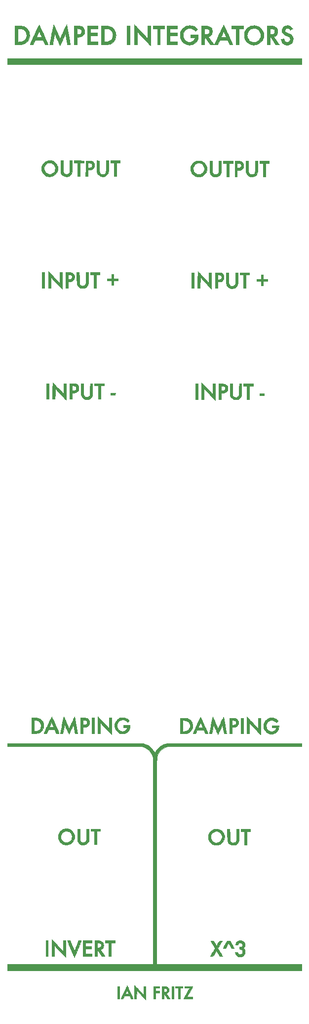
<source format=gto>
%TF.GenerationSoftware,KiCad,Pcbnew,(6.0.0-0)*%
%TF.CreationDate,2022-06-17T06:07:27+01:00*%
%TF.ProjectId,4u-damped-integrator-panel,34752d64-616d-4706-9564-2d696e746567,r01*%
%TF.SameCoordinates,Original*%
%TF.FileFunction,Legend,Top*%
%TF.FilePolarity,Positive*%
%FSLAX46Y46*%
G04 Gerber Fmt 4.6, Leading zero omitted, Abs format (unit mm)*
G04 Created by KiCad (PCBNEW (6.0.0-0)) date 2022-06-17 06:07:27*
%MOMM*%
%LPD*%
G01*
G04 APERTURE LIST*
%ADD10C,0.010000*%
G04 APERTURE END LIST*
D10*
%TO.C,Ref\u002A\u002A*%
X109869012Y-53141041D02*
X109871221Y-53379306D01*
X109871221Y-53379306D02*
X109873708Y-53578728D01*
X109873708Y-53578728D02*
X109876599Y-53742795D01*
X109876599Y-53742795D02*
X109880022Y-53874998D01*
X109880022Y-53874998D02*
X109884104Y-53978826D01*
X109884104Y-53978826D02*
X109888973Y-54057768D01*
X109888973Y-54057768D02*
X109894755Y-54115313D01*
X109894755Y-54115313D02*
X109901579Y-54154952D01*
X109901579Y-54154952D02*
X109906685Y-54172916D01*
X109906685Y-54172916D02*
X109949017Y-54252113D01*
X109949017Y-54252113D02*
X110016550Y-54335883D01*
X110016550Y-54335883D02*
X110097643Y-54412808D01*
X110097643Y-54412808D02*
X110180651Y-54471468D01*
X110180651Y-54471468D02*
X110236539Y-54496425D01*
X110236539Y-54496425D02*
X110362522Y-54518391D01*
X110362522Y-54518391D02*
X110500843Y-54518129D01*
X110500843Y-54518129D02*
X110629303Y-54496038D01*
X110629303Y-54496038D02*
X110652126Y-54488944D01*
X110652126Y-54488944D02*
X110740624Y-54442367D01*
X110740624Y-54442367D02*
X110829815Y-54368345D01*
X110829815Y-54368345D02*
X110907104Y-54279627D01*
X110907104Y-54279627D02*
X110959895Y-54188962D01*
X110959895Y-54188962D02*
X110966838Y-54170420D01*
X110966838Y-54170420D02*
X110974040Y-54136184D01*
X110974040Y-54136184D02*
X110980249Y-54078330D01*
X110980249Y-54078330D02*
X110985557Y-53994098D01*
X110985557Y-53994098D02*
X110990055Y-53880728D01*
X110990055Y-53880728D02*
X110993838Y-53735459D01*
X110993838Y-53735459D02*
X110996998Y-53555531D01*
X110996998Y-53555531D02*
X110999627Y-53338184D01*
X110999627Y-53338184D02*
X111001368Y-53141041D01*
X111001368Y-53141041D02*
X111008692Y-52193833D01*
X111008692Y-52193833D02*
X111430000Y-52193833D01*
X111430000Y-52193833D02*
X111430000Y-53111694D01*
X111430000Y-53111694D02*
X111429490Y-53328897D01*
X111429490Y-53328897D02*
X111428019Y-53529529D01*
X111428019Y-53529529D02*
X111425673Y-53709415D01*
X111425673Y-53709415D02*
X111422542Y-53864382D01*
X111422542Y-53864382D02*
X111418710Y-53990258D01*
X111418710Y-53990258D02*
X111414267Y-54082870D01*
X111414267Y-54082870D02*
X111409300Y-54138044D01*
X111409300Y-54138044D02*
X111408395Y-54143477D01*
X111408395Y-54143477D02*
X111352358Y-54329134D01*
X111352358Y-54329134D02*
X111260246Y-54497790D01*
X111260246Y-54497790D02*
X111136483Y-54644779D01*
X111136483Y-54644779D02*
X110985491Y-54765436D01*
X110985491Y-54765436D02*
X110811692Y-54855094D01*
X110811692Y-54855094D02*
X110699010Y-54891886D01*
X110699010Y-54891886D02*
X110554698Y-54916057D01*
X110554698Y-54916057D02*
X110394655Y-54921141D01*
X110394655Y-54921141D02*
X110239754Y-54907179D01*
X110239754Y-54907179D02*
X110162215Y-54890836D01*
X110162215Y-54890836D02*
X109990754Y-54824904D01*
X109990754Y-54824904D02*
X109830459Y-54725500D01*
X109830459Y-54725500D02*
X109690626Y-54599883D01*
X109690626Y-54599883D02*
X109580547Y-54455312D01*
X109580547Y-54455312D02*
X109561071Y-54421359D01*
X109561071Y-54421359D02*
X109534031Y-54368632D01*
X109534031Y-54368632D02*
X109511359Y-54316358D01*
X109511359Y-54316358D02*
X109492672Y-54260371D01*
X109492672Y-54260371D02*
X109477588Y-54196501D01*
X109477588Y-54196501D02*
X109465723Y-54120581D01*
X109465723Y-54120581D02*
X109456696Y-54028444D01*
X109456696Y-54028444D02*
X109450125Y-53915920D01*
X109450125Y-53915920D02*
X109445626Y-53778844D01*
X109445626Y-53778844D02*
X109442819Y-53613046D01*
X109442819Y-53613046D02*
X109441319Y-53414359D01*
X109441319Y-53414359D02*
X109440746Y-53178615D01*
X109440746Y-53178615D02*
X109440701Y-53109291D01*
X109440701Y-53109291D02*
X109440333Y-52193833D01*
X109440333Y-52193833D02*
X109861276Y-52193833D01*
X109861276Y-52193833D02*
X109869012Y-53141041D01*
X109869012Y-53141041D02*
X109869012Y-53141041D01*
G36*
X109869012Y-53141041D02*
G01*
X109871221Y-53379306D01*
X109873708Y-53578728D01*
X109876599Y-53742795D01*
X109880022Y-53874998D01*
X109884104Y-53978826D01*
X109888973Y-54057768D01*
X109894755Y-54115313D01*
X109901579Y-54154952D01*
X109906685Y-54172916D01*
X109949017Y-54252113D01*
X110016550Y-54335883D01*
X110097643Y-54412808D01*
X110180651Y-54471468D01*
X110236539Y-54496425D01*
X110362522Y-54518391D01*
X110500843Y-54518129D01*
X110629303Y-54496038D01*
X110652126Y-54488944D01*
X110740624Y-54442367D01*
X110829815Y-54368345D01*
X110907104Y-54279627D01*
X110959895Y-54188962D01*
X110966838Y-54170420D01*
X110974040Y-54136184D01*
X110980249Y-54078330D01*
X110985557Y-53994098D01*
X110990055Y-53880728D01*
X110993838Y-53735459D01*
X110996998Y-53555531D01*
X110999627Y-53338184D01*
X111001368Y-53141041D01*
X111008692Y-52193833D01*
X111430000Y-52193833D01*
X111430000Y-53111694D01*
X111429490Y-53328897D01*
X111428019Y-53529529D01*
X111425673Y-53709415D01*
X111422542Y-53864382D01*
X111418710Y-53990258D01*
X111414267Y-54082870D01*
X111409300Y-54138044D01*
X111408395Y-54143477D01*
X111352358Y-54329134D01*
X111260246Y-54497790D01*
X111136483Y-54644779D01*
X110985491Y-54765436D01*
X110811692Y-54855094D01*
X110699010Y-54891886D01*
X110554698Y-54916057D01*
X110394655Y-54921141D01*
X110239754Y-54907179D01*
X110162215Y-54890836D01*
X109990754Y-54824904D01*
X109830459Y-54725500D01*
X109690626Y-54599883D01*
X109580547Y-54455312D01*
X109561071Y-54421359D01*
X109534031Y-54368632D01*
X109511359Y-54316358D01*
X109492672Y-54260371D01*
X109477588Y-54196501D01*
X109465723Y-54120581D01*
X109456696Y-54028444D01*
X109450125Y-53915920D01*
X109445626Y-53778844D01*
X109442819Y-53613046D01*
X109441319Y-53414359D01*
X109440746Y-53178615D01*
X109440701Y-53109291D01*
X109440333Y-52193833D01*
X109861276Y-52193833D01*
X109869012Y-53141041D01*
G37*
X109869012Y-53141041D02*
X109871221Y-53379306D01*
X109873708Y-53578728D01*
X109876599Y-53742795D01*
X109880022Y-53874998D01*
X109884104Y-53978826D01*
X109888973Y-54057768D01*
X109894755Y-54115313D01*
X109901579Y-54154952D01*
X109906685Y-54172916D01*
X109949017Y-54252113D01*
X110016550Y-54335883D01*
X110097643Y-54412808D01*
X110180651Y-54471468D01*
X110236539Y-54496425D01*
X110362522Y-54518391D01*
X110500843Y-54518129D01*
X110629303Y-54496038D01*
X110652126Y-54488944D01*
X110740624Y-54442367D01*
X110829815Y-54368345D01*
X110907104Y-54279627D01*
X110959895Y-54188962D01*
X110966838Y-54170420D01*
X110974040Y-54136184D01*
X110980249Y-54078330D01*
X110985557Y-53994098D01*
X110990055Y-53880728D01*
X110993838Y-53735459D01*
X110996998Y-53555531D01*
X110999627Y-53338184D01*
X111001368Y-53141041D01*
X111008692Y-52193833D01*
X111430000Y-52193833D01*
X111430000Y-53111694D01*
X111429490Y-53328897D01*
X111428019Y-53529529D01*
X111425673Y-53709415D01*
X111422542Y-53864382D01*
X111418710Y-53990258D01*
X111414267Y-54082870D01*
X111409300Y-54138044D01*
X111408395Y-54143477D01*
X111352358Y-54329134D01*
X111260246Y-54497790D01*
X111136483Y-54644779D01*
X110985491Y-54765436D01*
X110811692Y-54855094D01*
X110699010Y-54891886D01*
X110554698Y-54916057D01*
X110394655Y-54921141D01*
X110239754Y-54907179D01*
X110162215Y-54890836D01*
X109990754Y-54824904D01*
X109830459Y-54725500D01*
X109690626Y-54599883D01*
X109580547Y-54455312D01*
X109561071Y-54421359D01*
X109534031Y-54368632D01*
X109511359Y-54316358D01*
X109492672Y-54260371D01*
X109477588Y-54196501D01*
X109465723Y-54120581D01*
X109456696Y-54028444D01*
X109450125Y-53915920D01*
X109445626Y-53778844D01*
X109442819Y-53613046D01*
X109441319Y-53414359D01*
X109440746Y-53178615D01*
X109440701Y-53109291D01*
X109440333Y-52193833D01*
X109861276Y-52193833D01*
X109869012Y-53141041D01*
X101693333Y-29566666D02*
X100952500Y-29566666D01*
X100952500Y-29566666D02*
X100952500Y-32297166D01*
X100952500Y-32297166D02*
X100465667Y-32297166D01*
X100465667Y-32297166D02*
X100465667Y-29566666D01*
X100465667Y-29566666D02*
X99724833Y-29566666D01*
X99724833Y-29566666D02*
X99724833Y-29079833D01*
X99724833Y-29079833D02*
X101693333Y-29079833D01*
X101693333Y-29079833D02*
X101693333Y-29566666D01*
X101693333Y-29566666D02*
X101693333Y-29566666D01*
G36*
X101693333Y-29566666D02*
G01*
X100952500Y-29566666D01*
X100952500Y-32297166D01*
X100465667Y-32297166D01*
X100465667Y-29566666D01*
X99724833Y-29566666D01*
X99724833Y-29079833D01*
X101693333Y-29079833D01*
X101693333Y-29566666D01*
G37*
X101693333Y-29566666D02*
X100952500Y-29566666D01*
X100952500Y-32297166D01*
X100465667Y-32297166D01*
X100465667Y-29566666D01*
X99724833Y-29566666D01*
X99724833Y-29079833D01*
X101693333Y-29079833D01*
X101693333Y-29566666D01*
X110825458Y-166491814D02*
X111050976Y-166549621D01*
X111050976Y-166549621D02*
X111261190Y-166646632D01*
X111261190Y-166646632D02*
X111457403Y-166783393D01*
X111457403Y-166783393D02*
X111569357Y-166885157D01*
X111569357Y-166885157D02*
X111729157Y-167070777D01*
X111729157Y-167070777D02*
X111849086Y-167270541D01*
X111849086Y-167270541D02*
X111929421Y-167485165D01*
X111929421Y-167485165D02*
X111970438Y-167715366D01*
X111970438Y-167715366D02*
X111974137Y-167933204D01*
X111974137Y-167933204D02*
X111942785Y-168173380D01*
X111942785Y-168173380D02*
X111874085Y-168394199D01*
X111874085Y-168394199D02*
X111767239Y-168597356D01*
X111767239Y-168597356D02*
X111621447Y-168784545D01*
X111621447Y-168784545D02*
X111529660Y-168876430D01*
X111529660Y-168876430D02*
X111344873Y-169019497D01*
X111344873Y-169019497D02*
X111138704Y-169129119D01*
X111138704Y-169129119D02*
X110917379Y-169203732D01*
X110917379Y-169203732D02*
X110687120Y-169241770D01*
X110687120Y-169241770D02*
X110454151Y-169241668D01*
X110454151Y-169241668D02*
X110230080Y-169203284D01*
X110230080Y-169203284D02*
X110006949Y-169125100D01*
X110006949Y-169125100D02*
X109802741Y-169014403D01*
X109802741Y-169014403D02*
X109621384Y-168875116D01*
X109621384Y-168875116D02*
X109466807Y-168711161D01*
X109466807Y-168711161D02*
X109342942Y-168526462D01*
X109342942Y-168526462D02*
X109253717Y-168324939D01*
X109253717Y-168324939D02*
X109217326Y-168192367D01*
X109217326Y-168192367D02*
X109198177Y-168064265D01*
X109198177Y-168064265D02*
X109188852Y-167917268D01*
X109188852Y-167917268D02*
X109189054Y-167853540D01*
X109189054Y-167853540D02*
X109611276Y-167853540D01*
X109611276Y-167853540D02*
X109616255Y-167994951D01*
X109616255Y-167994951D02*
X109632101Y-168100073D01*
X109632101Y-168100073D02*
X109693478Y-168275489D01*
X109693478Y-168275489D02*
X109791013Y-168438499D01*
X109791013Y-168438499D02*
X109918975Y-168582824D01*
X109918975Y-168582824D02*
X110071636Y-168702185D01*
X110071636Y-168702185D02*
X110243265Y-168790302D01*
X110243265Y-168790302D02*
X110271611Y-168800907D01*
X110271611Y-168800907D02*
X110394980Y-168830276D01*
X110394980Y-168830276D02*
X110540257Y-168842438D01*
X110540257Y-168842438D02*
X110690680Y-168837414D01*
X110690680Y-168837414D02*
X110829486Y-168815222D01*
X110829486Y-168815222D02*
X110882000Y-168800213D01*
X110882000Y-168800213D02*
X111065397Y-168717522D01*
X111065397Y-168717522D02*
X111222873Y-168604196D01*
X111222873Y-168604196D02*
X111352255Y-168464646D01*
X111352255Y-168464646D02*
X111451373Y-168303280D01*
X111451373Y-168303280D02*
X111518053Y-168124509D01*
X111518053Y-168124509D02*
X111550123Y-167932742D01*
X111550123Y-167932742D02*
X111545413Y-167732390D01*
X111545413Y-167732390D02*
X111504424Y-167536572D01*
X111504424Y-167536572D02*
X111437580Y-167382319D01*
X111437580Y-167382319D02*
X111336645Y-167235849D01*
X111336645Y-167235849D02*
X111209860Y-167105431D01*
X111209860Y-167105431D02*
X111065463Y-166999332D01*
X111065463Y-166999332D02*
X110911696Y-166925819D01*
X110911696Y-166925819D02*
X110887860Y-166917967D01*
X110887860Y-166917967D02*
X110693151Y-166878054D01*
X110693151Y-166878054D02*
X110500430Y-166876460D01*
X110500430Y-166876460D02*
X110314583Y-166910575D01*
X110314583Y-166910575D02*
X110140499Y-166977789D01*
X110140499Y-166977789D02*
X109983064Y-167075491D01*
X109983064Y-167075491D02*
X109847168Y-167201071D01*
X109847168Y-167201071D02*
X109737696Y-167351918D01*
X109737696Y-167351918D02*
X109659538Y-167525422D01*
X109659538Y-167525422D02*
X109642517Y-167583072D01*
X109642517Y-167583072D02*
X109620164Y-167709603D01*
X109620164Y-167709603D02*
X109611276Y-167853540D01*
X109611276Y-167853540D02*
X109189054Y-167853540D01*
X109189054Y-167853540D02*
X109189330Y-167766584D01*
X109189330Y-167766584D02*
X109199584Y-167627420D01*
X109199584Y-167627420D02*
X109218401Y-167519572D01*
X109218401Y-167519572D02*
X109283057Y-167326128D01*
X109283057Y-167326128D02*
X109376131Y-167150717D01*
X109376131Y-167150717D02*
X109502991Y-166984249D01*
X109502991Y-166984249D02*
X109586904Y-166895399D01*
X109586904Y-166895399D02*
X109775467Y-166732394D01*
X109775467Y-166732394D02*
X109973633Y-166609970D01*
X109973633Y-166609970D02*
X110184253Y-166526920D01*
X110184253Y-166526920D02*
X110410177Y-166482033D01*
X110410177Y-166482033D02*
X110583333Y-166472666D01*
X110583333Y-166472666D02*
X110825458Y-166491814D01*
X110825458Y-166491814D02*
X110825458Y-166491814D01*
G36*
X109199584Y-167627420D02*
G01*
X109218401Y-167519572D01*
X109283057Y-167326128D01*
X109376131Y-167150717D01*
X109502991Y-166984249D01*
X109586904Y-166895399D01*
X109775467Y-166732394D01*
X109973633Y-166609970D01*
X110184253Y-166526920D01*
X110410177Y-166482033D01*
X110583333Y-166472666D01*
X110825458Y-166491814D01*
X111050976Y-166549621D01*
X111261190Y-166646632D01*
X111457403Y-166783393D01*
X111569357Y-166885157D01*
X111729157Y-167070777D01*
X111849086Y-167270541D01*
X111929421Y-167485165D01*
X111970438Y-167715366D01*
X111974137Y-167933204D01*
X111942785Y-168173380D01*
X111874085Y-168394199D01*
X111767239Y-168597356D01*
X111621447Y-168784545D01*
X111529660Y-168876430D01*
X111344873Y-169019497D01*
X111138704Y-169129119D01*
X110917379Y-169203732D01*
X110687120Y-169241770D01*
X110454151Y-169241668D01*
X110230080Y-169203284D01*
X110006949Y-169125100D01*
X109802741Y-169014403D01*
X109621384Y-168875116D01*
X109466807Y-168711161D01*
X109342942Y-168526462D01*
X109253717Y-168324939D01*
X109217326Y-168192367D01*
X109198177Y-168064265D01*
X109188852Y-167917268D01*
X109189054Y-167853540D01*
X109611276Y-167853540D01*
X109616255Y-167994951D01*
X109632101Y-168100073D01*
X109693478Y-168275489D01*
X109791013Y-168438499D01*
X109918975Y-168582824D01*
X110071636Y-168702185D01*
X110243265Y-168790302D01*
X110271611Y-168800907D01*
X110394980Y-168830276D01*
X110540257Y-168842438D01*
X110690680Y-168837414D01*
X110829486Y-168815222D01*
X110882000Y-168800213D01*
X111065397Y-168717522D01*
X111222873Y-168604196D01*
X111352255Y-168464646D01*
X111451373Y-168303280D01*
X111518053Y-168124509D01*
X111550123Y-167932742D01*
X111545413Y-167732390D01*
X111504424Y-167536572D01*
X111437580Y-167382319D01*
X111336645Y-167235849D01*
X111209860Y-167105431D01*
X111065463Y-166999332D01*
X110911696Y-166925819D01*
X110887860Y-166917967D01*
X110693151Y-166878054D01*
X110500430Y-166876460D01*
X110314583Y-166910575D01*
X110140499Y-166977789D01*
X109983064Y-167075491D01*
X109847168Y-167201071D01*
X109737696Y-167351918D01*
X109659538Y-167525422D01*
X109642517Y-167583072D01*
X109620164Y-167709603D01*
X109611276Y-167853540D01*
X109189054Y-167853540D01*
X109189330Y-167766584D01*
X109199584Y-167627420D01*
G37*
X109199584Y-167627420D02*
X109218401Y-167519572D01*
X109283057Y-167326128D01*
X109376131Y-167150717D01*
X109502991Y-166984249D01*
X109586904Y-166895399D01*
X109775467Y-166732394D01*
X109973633Y-166609970D01*
X110184253Y-166526920D01*
X110410177Y-166482033D01*
X110583333Y-166472666D01*
X110825458Y-166491814D01*
X111050976Y-166549621D01*
X111261190Y-166646632D01*
X111457403Y-166783393D01*
X111569357Y-166885157D01*
X111729157Y-167070777D01*
X111849086Y-167270541D01*
X111929421Y-167485165D01*
X111970438Y-167715366D01*
X111974137Y-167933204D01*
X111942785Y-168173380D01*
X111874085Y-168394199D01*
X111767239Y-168597356D01*
X111621447Y-168784545D01*
X111529660Y-168876430D01*
X111344873Y-169019497D01*
X111138704Y-169129119D01*
X110917379Y-169203732D01*
X110687120Y-169241770D01*
X110454151Y-169241668D01*
X110230080Y-169203284D01*
X110006949Y-169125100D01*
X109802741Y-169014403D01*
X109621384Y-168875116D01*
X109466807Y-168711161D01*
X109342942Y-168526462D01*
X109253717Y-168324939D01*
X109217326Y-168192367D01*
X109198177Y-168064265D01*
X109188852Y-167917268D01*
X109189054Y-167853540D01*
X109611276Y-167853540D01*
X109616255Y-167994951D01*
X109632101Y-168100073D01*
X109693478Y-168275489D01*
X109791013Y-168438499D01*
X109918975Y-168582824D01*
X110071636Y-168702185D01*
X110243265Y-168790302D01*
X110271611Y-168800907D01*
X110394980Y-168830276D01*
X110540257Y-168842438D01*
X110690680Y-168837414D01*
X110829486Y-168815222D01*
X110882000Y-168800213D01*
X111065397Y-168717522D01*
X111222873Y-168604196D01*
X111352255Y-168464646D01*
X111451373Y-168303280D01*
X111518053Y-168124509D01*
X111550123Y-167932742D01*
X111545413Y-167732390D01*
X111504424Y-167536572D01*
X111437580Y-167382319D01*
X111336645Y-167235849D01*
X111209860Y-167105431D01*
X111065463Y-166999332D01*
X110911696Y-166925819D01*
X110887860Y-166917967D01*
X110693151Y-166878054D01*
X110500430Y-166876460D01*
X110314583Y-166910575D01*
X110140499Y-166977789D01*
X109983064Y-167075491D01*
X109847168Y-167201071D01*
X109737696Y-167351918D01*
X109659538Y-167525422D01*
X109642517Y-167583072D01*
X109620164Y-167709603D01*
X109611276Y-167853540D01*
X109189054Y-167853540D01*
X109189330Y-167766584D01*
X109199584Y-167627420D01*
X90242167Y-29566666D02*
X88951000Y-29566666D01*
X88951000Y-29566666D02*
X88951000Y-30307500D01*
X88951000Y-30307500D02*
X90199833Y-30307500D01*
X90199833Y-30307500D02*
X90199833Y-30773166D01*
X90199833Y-30773166D02*
X88951000Y-30773166D01*
X88951000Y-30773166D02*
X88951000Y-31831500D01*
X88951000Y-31831500D02*
X90242167Y-31831500D01*
X90242167Y-31831500D02*
X90242167Y-32297166D01*
X90242167Y-32297166D02*
X88464167Y-32297166D01*
X88464167Y-32297166D02*
X88464167Y-29079833D01*
X88464167Y-29079833D02*
X90242167Y-29079833D01*
X90242167Y-29079833D02*
X90242167Y-29566666D01*
X90242167Y-29566666D02*
X90242167Y-29566666D01*
G36*
X90242167Y-29566666D02*
G01*
X88951000Y-29566666D01*
X88951000Y-30307500D01*
X90199833Y-30307500D01*
X90199833Y-30773166D01*
X88951000Y-30773166D01*
X88951000Y-31831500D01*
X90242167Y-31831500D01*
X90242167Y-32297166D01*
X88464167Y-32297166D01*
X88464167Y-29079833D01*
X90242167Y-29079833D01*
X90242167Y-29566666D01*
G37*
X90242167Y-29566666D02*
X88951000Y-29566666D01*
X88951000Y-30307500D01*
X90199833Y-30307500D01*
X90199833Y-30773166D01*
X88951000Y-30773166D01*
X88951000Y-31831500D01*
X90242167Y-31831500D01*
X90242167Y-32297166D01*
X88464167Y-32297166D01*
X88464167Y-29079833D01*
X90242167Y-29079833D01*
X90242167Y-29566666D01*
X86622667Y-29094574D02*
X86841245Y-29098485D01*
X86841245Y-29098485D02*
X87023164Y-29106765D01*
X87023164Y-29106765D02*
X87173990Y-29120783D01*
X87173990Y-29120783D02*
X87299289Y-29141905D01*
X87299289Y-29141905D02*
X87404628Y-29171499D01*
X87404628Y-29171499D02*
X87495574Y-29210933D01*
X87495574Y-29210933D02*
X87577694Y-29261574D01*
X87577694Y-29261574D02*
X87656555Y-29324789D01*
X87656555Y-29324789D02*
X87691986Y-29357252D01*
X87691986Y-29357252D02*
X87812505Y-29498693D01*
X87812505Y-29498693D02*
X87900215Y-29659815D01*
X87900215Y-29659815D02*
X87955082Y-29834280D01*
X87955082Y-29834280D02*
X87977072Y-30015749D01*
X87977072Y-30015749D02*
X87966151Y-30197884D01*
X87966151Y-30197884D02*
X87922285Y-30374346D01*
X87922285Y-30374346D02*
X87845441Y-30538797D01*
X87845441Y-30538797D02*
X87735586Y-30684898D01*
X87735586Y-30684898D02*
X87699235Y-30721345D01*
X87699235Y-30721345D02*
X87583577Y-30816567D01*
X87583577Y-30816567D02*
X87459724Y-30888972D01*
X87459724Y-30888972D02*
X87319949Y-30941294D01*
X87319949Y-30941294D02*
X87156528Y-30976270D01*
X87156528Y-30976270D02*
X86961734Y-30996634D01*
X86961734Y-30996634D02*
X86913708Y-30999435D01*
X86913708Y-30999435D02*
X86665000Y-31012228D01*
X86665000Y-31012228D02*
X86665000Y-32297166D01*
X86665000Y-32297166D02*
X86156734Y-32297166D01*
X86156734Y-32297166D02*
X86162158Y-30693791D01*
X86162158Y-30693791D02*
X86162656Y-30546489D01*
X86162656Y-30546489D02*
X86665000Y-30546489D01*
X86665000Y-30546489D02*
X86871375Y-30534278D01*
X86871375Y-30534278D02*
X86974884Y-30524945D01*
X86974884Y-30524945D02*
X87075442Y-30510420D01*
X87075442Y-30510420D02*
X87156781Y-30493245D01*
X87156781Y-30493245D02*
X87181310Y-30485849D01*
X87181310Y-30485849D02*
X87304540Y-30422345D01*
X87304540Y-30422345D02*
X87398024Y-30330506D01*
X87398024Y-30330506D02*
X87459429Y-30214255D01*
X87459429Y-30214255D02*
X87486422Y-30077516D01*
X87486422Y-30077516D02*
X87484113Y-29976569D01*
X87484113Y-29976569D02*
X87451797Y-29847141D01*
X87451797Y-29847141D02*
X87384004Y-29740710D01*
X87384004Y-29740710D02*
X87280837Y-29657339D01*
X87280837Y-29657339D02*
X87142402Y-29597089D01*
X87142402Y-29597089D02*
X86968801Y-29560021D01*
X86968801Y-29560021D02*
X86760140Y-29546197D01*
X86760140Y-29546197D02*
X86754958Y-29546153D01*
X86754958Y-29546153D02*
X86665000Y-29545500D01*
X86665000Y-29545500D02*
X86665000Y-30546489D01*
X86665000Y-30546489D02*
X86162656Y-30546489D01*
X86162656Y-30546489D02*
X86167583Y-29090416D01*
X86167583Y-29090416D02*
X86622667Y-29094574D01*
X86622667Y-29094574D02*
X86622667Y-29094574D01*
G36*
X86622667Y-29094574D02*
G01*
X86841245Y-29098485D01*
X87023164Y-29106765D01*
X87173990Y-29120783D01*
X87299289Y-29141905D01*
X87404628Y-29171499D01*
X87495574Y-29210933D01*
X87577694Y-29261574D01*
X87656555Y-29324789D01*
X87691986Y-29357252D01*
X87812505Y-29498693D01*
X87900215Y-29659815D01*
X87955082Y-29834280D01*
X87977072Y-30015749D01*
X87966151Y-30197884D01*
X87922285Y-30374346D01*
X87845441Y-30538797D01*
X87735586Y-30684898D01*
X87699235Y-30721345D01*
X87583577Y-30816567D01*
X87459724Y-30888972D01*
X87319949Y-30941294D01*
X87156528Y-30976270D01*
X86961734Y-30996634D01*
X86913708Y-30999435D01*
X86665000Y-31012228D01*
X86665000Y-32297166D01*
X86156734Y-32297166D01*
X86162158Y-30693791D01*
X86162656Y-30546489D01*
X86665000Y-30546489D01*
X86871375Y-30534278D01*
X86974884Y-30524945D01*
X87075442Y-30510420D01*
X87156781Y-30493245D01*
X87181310Y-30485849D01*
X87304540Y-30422345D01*
X87398024Y-30330506D01*
X87459429Y-30214255D01*
X87486422Y-30077516D01*
X87484113Y-29976569D01*
X87451797Y-29847141D01*
X87384004Y-29740710D01*
X87280837Y-29657339D01*
X87142402Y-29597089D01*
X86968801Y-29560021D01*
X86760140Y-29546197D01*
X86754958Y-29546153D01*
X86665000Y-29545500D01*
X86665000Y-30546489D01*
X86162656Y-30546489D01*
X86167583Y-29090416D01*
X86622667Y-29094574D01*
G37*
X86622667Y-29094574D02*
X86841245Y-29098485D01*
X87023164Y-29106765D01*
X87173990Y-29120783D01*
X87299289Y-29141905D01*
X87404628Y-29171499D01*
X87495574Y-29210933D01*
X87577694Y-29261574D01*
X87656555Y-29324789D01*
X87691986Y-29357252D01*
X87812505Y-29498693D01*
X87900215Y-29659815D01*
X87955082Y-29834280D01*
X87977072Y-30015749D01*
X87966151Y-30197884D01*
X87922285Y-30374346D01*
X87845441Y-30538797D01*
X87735586Y-30684898D01*
X87699235Y-30721345D01*
X87583577Y-30816567D01*
X87459724Y-30888972D01*
X87319949Y-30941294D01*
X87156528Y-30976270D01*
X86961734Y-30996634D01*
X86913708Y-30999435D01*
X86665000Y-31012228D01*
X86665000Y-32297166D01*
X86156734Y-32297166D01*
X86162158Y-30693791D01*
X86162656Y-30546489D01*
X86665000Y-30546489D01*
X86871375Y-30534278D01*
X86974884Y-30524945D01*
X87075442Y-30510420D01*
X87156781Y-30493245D01*
X87181310Y-30485849D01*
X87304540Y-30422345D01*
X87398024Y-30330506D01*
X87459429Y-30214255D01*
X87486422Y-30077516D01*
X87484113Y-29976569D01*
X87451797Y-29847141D01*
X87384004Y-29740710D01*
X87280837Y-29657339D01*
X87142402Y-29597089D01*
X86968801Y-29560021D01*
X86760140Y-29546197D01*
X86754958Y-29546153D01*
X86665000Y-29545500D01*
X86665000Y-30546489D01*
X86162656Y-30546489D01*
X86167583Y-29090416D01*
X86622667Y-29094574D01*
X93967500Y-195555666D02*
X93628833Y-195555666D01*
X93628833Y-195555666D02*
X93628833Y-193396666D01*
X93628833Y-193396666D02*
X93967500Y-193396666D01*
X93967500Y-193396666D02*
X93967500Y-195555666D01*
X93967500Y-195555666D02*
X93967500Y-195555666D01*
G36*
X93967500Y-195555666D02*
G01*
X93628833Y-195555666D01*
X93628833Y-193396666D01*
X93967500Y-193396666D01*
X93967500Y-195555666D01*
G37*
X93967500Y-195555666D02*
X93628833Y-195555666D01*
X93628833Y-193396666D01*
X93967500Y-193396666D01*
X93967500Y-195555666D01*
X81140500Y-73932000D02*
X80717167Y-73932000D01*
X80717167Y-73932000D02*
X80717167Y-71265000D01*
X80717167Y-71265000D02*
X81140500Y-71265000D01*
X81140500Y-71265000D02*
X81140500Y-73932000D01*
X81140500Y-73932000D02*
X81140500Y-73932000D01*
G36*
X81140500Y-73932000D02*
G01*
X80717167Y-73932000D01*
X80717167Y-71265000D01*
X81140500Y-71265000D01*
X81140500Y-73932000D01*
G37*
X81140500Y-73932000D02*
X80717167Y-73932000D01*
X80717167Y-71265000D01*
X81140500Y-71265000D01*
X81140500Y-73932000D01*
X92993833Y-72365666D02*
X93734667Y-72365666D01*
X93734667Y-72365666D02*
X93734667Y-72725500D01*
X93734667Y-72725500D02*
X92993833Y-72725500D01*
X92993833Y-72725500D02*
X92993833Y-73466333D01*
X92993833Y-73466333D02*
X92655167Y-73466333D01*
X92655167Y-73466333D02*
X92655167Y-72725500D01*
X92655167Y-72725500D02*
X91893167Y-72725500D01*
X91893167Y-72725500D02*
X91893167Y-72365666D01*
X91893167Y-72365666D02*
X92655167Y-72365666D01*
X92655167Y-72365666D02*
X92655167Y-71624833D01*
X92655167Y-71624833D02*
X92993833Y-71624833D01*
X92993833Y-71624833D02*
X92993833Y-72365666D01*
X92993833Y-72365666D02*
X92993833Y-72365666D01*
G36*
X92993833Y-72365666D02*
G01*
X93734667Y-72365666D01*
X93734667Y-72725500D01*
X92993833Y-72725500D01*
X92993833Y-73466333D01*
X92655167Y-73466333D01*
X92655167Y-72725500D01*
X91893167Y-72725500D01*
X91893167Y-72365666D01*
X92655167Y-72365666D01*
X92655167Y-71624833D01*
X92993833Y-71624833D01*
X92993833Y-72365666D01*
G37*
X92993833Y-72365666D02*
X93734667Y-72365666D01*
X93734667Y-72725500D01*
X92993833Y-72725500D01*
X92993833Y-73466333D01*
X92655167Y-73466333D01*
X92655167Y-72725500D01*
X91893167Y-72725500D01*
X91893167Y-72365666D01*
X92655167Y-72365666D01*
X92655167Y-71624833D01*
X92993833Y-71624833D01*
X92993833Y-72365666D01*
X113419667Y-52596000D02*
X112805833Y-52596000D01*
X112805833Y-52596000D02*
X112805833Y-54882000D01*
X112805833Y-54882000D02*
X112382500Y-54882000D01*
X112382500Y-54882000D02*
X112382500Y-52596000D01*
X112382500Y-52596000D02*
X111768667Y-52596000D01*
X111768667Y-52596000D02*
X111768667Y-52193833D01*
X111768667Y-52193833D02*
X113419667Y-52193833D01*
X113419667Y-52193833D02*
X113419667Y-52596000D01*
X113419667Y-52596000D02*
X113419667Y-52596000D01*
G36*
X113419667Y-52596000D02*
G01*
X112805833Y-52596000D01*
X112805833Y-54882000D01*
X112382500Y-54882000D01*
X112382500Y-52596000D01*
X111768667Y-52596000D01*
X111768667Y-52193833D01*
X113419667Y-52193833D01*
X113419667Y-52596000D01*
G37*
X113419667Y-52596000D02*
X112805833Y-52596000D01*
X112805833Y-54882000D01*
X112382500Y-54882000D01*
X112382500Y-52596000D01*
X111768667Y-52596000D01*
X111768667Y-52193833D01*
X113419667Y-52193833D01*
X113419667Y-52596000D01*
X116086667Y-53110741D02*
X116086836Y-53348534D01*
X116086836Y-53348534D02*
X116087626Y-53548084D01*
X116087626Y-53548084D02*
X116089457Y-53713479D01*
X116089457Y-53713479D02*
X116092748Y-53848811D01*
X116092748Y-53848811D02*
X116097920Y-53958168D01*
X116097920Y-53958168D02*
X116105394Y-54045639D01*
X116105394Y-54045639D02*
X116115590Y-54115315D01*
X116115590Y-54115315D02*
X116128928Y-54171285D01*
X116128928Y-54171285D02*
X116145829Y-54217638D01*
X116145829Y-54217638D02*
X116166712Y-54258464D01*
X116166712Y-54258464D02*
X116191999Y-54297852D01*
X116191999Y-54297852D02*
X116211519Y-54325343D01*
X116211519Y-54325343D02*
X116302177Y-54416347D01*
X116302177Y-54416347D02*
X116417043Y-54479964D01*
X116417043Y-54479964D02*
X116547596Y-54515656D01*
X116547596Y-54515656D02*
X116685316Y-54522885D01*
X116685316Y-54522885D02*
X116821681Y-54501113D01*
X116821681Y-54501113D02*
X116948171Y-54449802D01*
X116948171Y-54449802D02*
X117046397Y-54378043D01*
X117046397Y-54378043D02*
X117125727Y-54278474D01*
X117125727Y-54278474D02*
X117180588Y-54151171D01*
X117180588Y-54151171D02*
X117207466Y-54032597D01*
X117207466Y-54032597D02*
X117212579Y-53979542D01*
X117212579Y-53979542D02*
X117217223Y-53889156D01*
X117217223Y-53889156D02*
X117221287Y-53766441D01*
X117221287Y-53766441D02*
X117224658Y-53616398D01*
X117224658Y-53616398D02*
X117227226Y-53444029D01*
X117227226Y-53444029D02*
X117228879Y-53254335D01*
X117228879Y-53254335D02*
X117229505Y-53052317D01*
X117229505Y-53052317D02*
X117229507Y-53045791D01*
X117229507Y-53045791D02*
X117229667Y-52193833D01*
X117229667Y-52193833D02*
X117655693Y-52193833D01*
X117655693Y-52193833D02*
X117648782Y-53162208D01*
X117648782Y-53162208D02*
X117647103Y-53390125D01*
X117647103Y-53390125D02*
X117645474Y-53579846D01*
X117645474Y-53579846D02*
X117643685Y-53735506D01*
X117643685Y-53735506D02*
X117641529Y-53861241D01*
X117641529Y-53861241D02*
X117638796Y-53961187D01*
X117638796Y-53961187D02*
X117635278Y-54039480D01*
X117635278Y-54039480D02*
X117630767Y-54100255D01*
X117630767Y-54100255D02*
X117625054Y-54147649D01*
X117625054Y-54147649D02*
X117617931Y-54185797D01*
X117617931Y-54185797D02*
X117609188Y-54218835D01*
X117609188Y-54218835D02*
X117598618Y-54250900D01*
X117598618Y-54250900D02*
X117593102Y-54266411D01*
X117593102Y-54266411D02*
X117504635Y-54451436D01*
X117504635Y-54451436D02*
X117381389Y-54613807D01*
X117381389Y-54613807D02*
X117226406Y-54749889D01*
X117226406Y-54749889D02*
X117143378Y-54803784D01*
X117143378Y-54803784D02*
X117007599Y-54863834D01*
X117007599Y-54863834D02*
X116847552Y-54903309D01*
X116847552Y-54903309D02*
X116676802Y-54920631D01*
X116676802Y-54920631D02*
X116508912Y-54914217D01*
X116508912Y-54914217D02*
X116388599Y-54891702D01*
X116388599Y-54891702D02*
X116201453Y-54821244D01*
X116201453Y-54821244D02*
X116035406Y-54718449D01*
X116035406Y-54718449D02*
X115894915Y-54587665D01*
X115894915Y-54587665D02*
X115784437Y-54433240D01*
X115784437Y-54433240D02*
X115708428Y-54259520D01*
X115708428Y-54259520D02*
X115695979Y-54216094D01*
X115695979Y-54216094D02*
X115687925Y-54178671D01*
X115687925Y-54178671D02*
X115681260Y-54131677D01*
X115681260Y-54131677D02*
X115675863Y-54071133D01*
X115675863Y-54071133D02*
X115671614Y-53993062D01*
X115671614Y-53993062D02*
X115668391Y-53893483D01*
X115668391Y-53893483D02*
X115666073Y-53768420D01*
X115666073Y-53768420D02*
X115664540Y-53613892D01*
X115664540Y-53613892D02*
X115663671Y-53425923D01*
X115663671Y-53425923D02*
X115663344Y-53200532D01*
X115663344Y-53200532D02*
X115663333Y-53141886D01*
X115663333Y-53141886D02*
X115663333Y-52193833D01*
X115663333Y-52193833D02*
X116086667Y-52193833D01*
X116086667Y-52193833D02*
X116086667Y-53110741D01*
X116086667Y-53110741D02*
X116086667Y-53110741D01*
G36*
X116086667Y-53110741D02*
G01*
X116086836Y-53348534D01*
X116087626Y-53548084D01*
X116089457Y-53713479D01*
X116092748Y-53848811D01*
X116097920Y-53958168D01*
X116105394Y-54045639D01*
X116115590Y-54115315D01*
X116128928Y-54171285D01*
X116145829Y-54217638D01*
X116166712Y-54258464D01*
X116191999Y-54297852D01*
X116211519Y-54325343D01*
X116302177Y-54416347D01*
X116417043Y-54479964D01*
X116547596Y-54515656D01*
X116685316Y-54522885D01*
X116821681Y-54501113D01*
X116948171Y-54449802D01*
X117046397Y-54378043D01*
X117125727Y-54278474D01*
X117180588Y-54151171D01*
X117207466Y-54032597D01*
X117212579Y-53979542D01*
X117217223Y-53889156D01*
X117221287Y-53766441D01*
X117224658Y-53616398D01*
X117227226Y-53444029D01*
X117228879Y-53254335D01*
X117229505Y-53052317D01*
X117229507Y-53045791D01*
X117229667Y-52193833D01*
X117655693Y-52193833D01*
X117648782Y-53162208D01*
X117647103Y-53390125D01*
X117645474Y-53579846D01*
X117643685Y-53735506D01*
X117641529Y-53861241D01*
X117638796Y-53961187D01*
X117635278Y-54039480D01*
X117630767Y-54100255D01*
X117625054Y-54147649D01*
X117617931Y-54185797D01*
X117609188Y-54218835D01*
X117598618Y-54250900D01*
X117593102Y-54266411D01*
X117504635Y-54451436D01*
X117381389Y-54613807D01*
X117226406Y-54749889D01*
X117143378Y-54803784D01*
X117007599Y-54863834D01*
X116847552Y-54903309D01*
X116676802Y-54920631D01*
X116508912Y-54914217D01*
X116388599Y-54891702D01*
X116201453Y-54821244D01*
X116035406Y-54718449D01*
X115894915Y-54587665D01*
X115784437Y-54433240D01*
X115708428Y-54259520D01*
X115695979Y-54216094D01*
X115687925Y-54178671D01*
X115681260Y-54131677D01*
X115675863Y-54071133D01*
X115671614Y-53993062D01*
X115668391Y-53893483D01*
X115666073Y-53768420D01*
X115664540Y-53613892D01*
X115663671Y-53425923D01*
X115663344Y-53200532D01*
X115663333Y-53141886D01*
X115663333Y-52193833D01*
X116086667Y-52193833D01*
X116086667Y-53110741D01*
G37*
X116086667Y-53110741D02*
X116086836Y-53348534D01*
X116087626Y-53548084D01*
X116089457Y-53713479D01*
X116092748Y-53848811D01*
X116097920Y-53958168D01*
X116105394Y-54045639D01*
X116115590Y-54115315D01*
X116128928Y-54171285D01*
X116145829Y-54217638D01*
X116166712Y-54258464D01*
X116191999Y-54297852D01*
X116211519Y-54325343D01*
X116302177Y-54416347D01*
X116417043Y-54479964D01*
X116547596Y-54515656D01*
X116685316Y-54522885D01*
X116821681Y-54501113D01*
X116948171Y-54449802D01*
X117046397Y-54378043D01*
X117125727Y-54278474D01*
X117180588Y-54151171D01*
X117207466Y-54032597D01*
X117212579Y-53979542D01*
X117217223Y-53889156D01*
X117221287Y-53766441D01*
X117224658Y-53616398D01*
X117227226Y-53444029D01*
X117228879Y-53254335D01*
X117229505Y-53052317D01*
X117229507Y-53045791D01*
X117229667Y-52193833D01*
X117655693Y-52193833D01*
X117648782Y-53162208D01*
X117647103Y-53390125D01*
X117645474Y-53579846D01*
X117643685Y-53735506D01*
X117641529Y-53861241D01*
X117638796Y-53961187D01*
X117635278Y-54039480D01*
X117630767Y-54100255D01*
X117625054Y-54147649D01*
X117617931Y-54185797D01*
X117609188Y-54218835D01*
X117598618Y-54250900D01*
X117593102Y-54266411D01*
X117504635Y-54451436D01*
X117381389Y-54613807D01*
X117226406Y-54749889D01*
X117143378Y-54803784D01*
X117007599Y-54863834D01*
X116847552Y-54903309D01*
X116676802Y-54920631D01*
X116508912Y-54914217D01*
X116388599Y-54891702D01*
X116201453Y-54821244D01*
X116035406Y-54718449D01*
X115894915Y-54587665D01*
X115784437Y-54433240D01*
X115708428Y-54259520D01*
X115695979Y-54216094D01*
X115687925Y-54178671D01*
X115681260Y-54131677D01*
X115675863Y-54071133D01*
X115671614Y-53993062D01*
X115668391Y-53893483D01*
X115666073Y-53768420D01*
X115664540Y-53613892D01*
X115663671Y-53425923D01*
X115663344Y-53200532D01*
X115663333Y-53141886D01*
X115663333Y-52193833D01*
X116086667Y-52193833D01*
X116086667Y-53110741D01*
X107688939Y-52163775D02*
X107789027Y-52168668D01*
X107789027Y-52168668D02*
X107866665Y-52178155D01*
X107866665Y-52178155D02*
X107931749Y-52193201D01*
X107931749Y-52193201D02*
X107958667Y-52201731D01*
X107958667Y-52201731D02*
X108181842Y-52297580D01*
X108181842Y-52297580D02*
X108384422Y-52424431D01*
X108384422Y-52424431D02*
X108561437Y-52578090D01*
X108561437Y-52578090D02*
X108707917Y-52754362D01*
X108707917Y-52754362D02*
X108802217Y-52913762D01*
X108802217Y-52913762D02*
X108886125Y-53115670D01*
X108886125Y-53115670D02*
X108934329Y-53313989D01*
X108934329Y-53313989D02*
X108949705Y-53522559D01*
X108949705Y-53522559D02*
X108947304Y-53612037D01*
X108947304Y-53612037D02*
X108915335Y-53845660D01*
X108915335Y-53845660D02*
X108846679Y-54063489D01*
X108846679Y-54063489D02*
X108744893Y-54262854D01*
X108744893Y-54262854D02*
X108613537Y-54441090D01*
X108613537Y-54441090D02*
X108456169Y-54595527D01*
X108456169Y-54595527D02*
X108276347Y-54723500D01*
X108276347Y-54723500D02*
X108077630Y-54822339D01*
X108077630Y-54822339D02*
X107863576Y-54889378D01*
X107863576Y-54889378D02*
X107637745Y-54921949D01*
X107637745Y-54921949D02*
X107403695Y-54917384D01*
X107403695Y-54917384D02*
X107240524Y-54891461D01*
X107240524Y-54891461D02*
X107035678Y-54827594D01*
X107035678Y-54827594D02*
X106838131Y-54729128D01*
X106838131Y-54729128D02*
X106655246Y-54601714D01*
X106655246Y-54601714D02*
X106494384Y-54451004D01*
X106494384Y-54451004D02*
X106362907Y-54282650D01*
X106362907Y-54282650D02*
X106297033Y-54167132D01*
X106297033Y-54167132D02*
X106246064Y-54054043D01*
X106246064Y-54054043D02*
X106210423Y-53949462D01*
X106210423Y-53949462D02*
X106186940Y-53839714D01*
X106186940Y-53839714D02*
X106172445Y-53711126D01*
X106172445Y-53711126D02*
X106165895Y-53601416D01*
X106165895Y-53601416D02*
X106163706Y-53459444D01*
X106163706Y-53459444D02*
X106584063Y-53459444D01*
X106584063Y-53459444D02*
X106589755Y-53656791D01*
X106589755Y-53656791D02*
X106630827Y-53847027D01*
X106630827Y-53847027D02*
X106705551Y-54023232D01*
X106705551Y-54023232D02*
X106812199Y-54178488D01*
X106812199Y-54178488D02*
X106856305Y-54226153D01*
X106856305Y-54226153D02*
X106998405Y-54350854D01*
X106998405Y-54350854D02*
X107141643Y-54438139D01*
X107141643Y-54438139D02*
X107295359Y-54491713D01*
X107295359Y-54491713D02*
X107468889Y-54515279D01*
X107468889Y-54515279D02*
X107588250Y-54516508D01*
X107588250Y-54516508D02*
X107690999Y-54512438D01*
X107690999Y-54512438D02*
X107766601Y-54504511D01*
X107766601Y-54504511D02*
X107830241Y-54489377D01*
X107830241Y-54489377D02*
X107897102Y-54463683D01*
X107897102Y-54463683D02*
X107961191Y-54434186D01*
X107961191Y-54434186D02*
X108131628Y-54332074D01*
X108131628Y-54332074D02*
X108271534Y-54205430D01*
X108271534Y-54205430D02*
X108380899Y-54059060D01*
X108380899Y-54059060D02*
X108459713Y-53897768D01*
X108459713Y-53897768D02*
X108507964Y-53726358D01*
X108507964Y-53726358D02*
X108525643Y-53549637D01*
X108525643Y-53549637D02*
X108512740Y-53372407D01*
X108512740Y-53372407D02*
X108469244Y-53199475D01*
X108469244Y-53199475D02*
X108395144Y-53035645D01*
X108395144Y-53035645D02*
X108290431Y-52885721D01*
X108290431Y-52885721D02*
X108155094Y-52754509D01*
X108155094Y-52754509D02*
X107989123Y-52646812D01*
X107989123Y-52646812D02*
X107965062Y-52634675D01*
X107965062Y-52634675D02*
X107903096Y-52605297D01*
X107903096Y-52605297D02*
X107852269Y-52585490D01*
X107852269Y-52585490D02*
X107801639Y-52573369D01*
X107801639Y-52573369D02*
X107740269Y-52567050D01*
X107740269Y-52567050D02*
X107657218Y-52564647D01*
X107657218Y-52564647D02*
X107556500Y-52564275D01*
X107556500Y-52564275D02*
X107444938Y-52564770D01*
X107444938Y-52564770D02*
X107364808Y-52567521D01*
X107364808Y-52567521D02*
X107305209Y-52574388D01*
X107305209Y-52574388D02*
X107255240Y-52587229D01*
X107255240Y-52587229D02*
X107204001Y-52607904D01*
X107204001Y-52607904D02*
X107150136Y-52633600D01*
X107150136Y-52633600D02*
X106979236Y-52738148D01*
X106979236Y-52738148D02*
X106833402Y-52870116D01*
X106833402Y-52870116D02*
X106717506Y-53023777D01*
X106717506Y-53023777D02*
X106636422Y-53193405D01*
X106636422Y-53193405D02*
X106615479Y-53261905D01*
X106615479Y-53261905D02*
X106584063Y-53459444D01*
X106584063Y-53459444D02*
X106163706Y-53459444D01*
X106163706Y-53459444D02*
X106163281Y-53431880D01*
X106163281Y-53431880D02*
X106174468Y-53289008D01*
X106174468Y-53289008D02*
X106202231Y-53158594D01*
X106202231Y-53158594D02*
X106249344Y-53026429D01*
X106249344Y-53026429D02*
X106299644Y-52916387D01*
X106299644Y-52916387D02*
X106380286Y-52782053D01*
X106380286Y-52782053D02*
X106489417Y-52643752D01*
X106489417Y-52643752D02*
X106616231Y-52513262D01*
X106616231Y-52513262D02*
X106749921Y-52402363D01*
X106749921Y-52402363D02*
X106806702Y-52363713D01*
X106806702Y-52363713D02*
X106897475Y-52312748D01*
X106897475Y-52312748D02*
X107005405Y-52261257D01*
X107005405Y-52261257D02*
X107106106Y-52220771D01*
X107106106Y-52220771D02*
X107179012Y-52196622D01*
X107179012Y-52196622D02*
X107242988Y-52180233D01*
X107242988Y-52180233D02*
X107309533Y-52170116D01*
X107309533Y-52170116D02*
X107390144Y-52164783D01*
X107390144Y-52164783D02*
X107496321Y-52162748D01*
X107496321Y-52162748D02*
X107556500Y-52162510D01*
X107556500Y-52162510D02*
X107688939Y-52163775D01*
X107688939Y-52163775D02*
X107688939Y-52163775D01*
G36*
X106174468Y-53289008D02*
G01*
X106202231Y-53158594D01*
X106249344Y-53026429D01*
X106299644Y-52916387D01*
X106380286Y-52782053D01*
X106489417Y-52643752D01*
X106616231Y-52513262D01*
X106749921Y-52402363D01*
X106806702Y-52363713D01*
X106897475Y-52312748D01*
X107005405Y-52261257D01*
X107106106Y-52220771D01*
X107179012Y-52196622D01*
X107242988Y-52180233D01*
X107309533Y-52170116D01*
X107390144Y-52164783D01*
X107496321Y-52162748D01*
X107556500Y-52162510D01*
X107688939Y-52163775D01*
X107789027Y-52168668D01*
X107866665Y-52178155D01*
X107931749Y-52193201D01*
X107958667Y-52201731D01*
X108181842Y-52297580D01*
X108384422Y-52424431D01*
X108561437Y-52578090D01*
X108707917Y-52754362D01*
X108802217Y-52913762D01*
X108886125Y-53115670D01*
X108934329Y-53313989D01*
X108949705Y-53522559D01*
X108947304Y-53612037D01*
X108915335Y-53845660D01*
X108846679Y-54063489D01*
X108744893Y-54262854D01*
X108613537Y-54441090D01*
X108456169Y-54595527D01*
X108276347Y-54723500D01*
X108077630Y-54822339D01*
X107863576Y-54889378D01*
X107637745Y-54921949D01*
X107403695Y-54917384D01*
X107240524Y-54891461D01*
X107035678Y-54827594D01*
X106838131Y-54729128D01*
X106655246Y-54601714D01*
X106494384Y-54451004D01*
X106362907Y-54282650D01*
X106297033Y-54167132D01*
X106246064Y-54054043D01*
X106210423Y-53949462D01*
X106186940Y-53839714D01*
X106172445Y-53711126D01*
X106165895Y-53601416D01*
X106163706Y-53459444D01*
X106584063Y-53459444D01*
X106589755Y-53656791D01*
X106630827Y-53847027D01*
X106705551Y-54023232D01*
X106812199Y-54178488D01*
X106856305Y-54226153D01*
X106998405Y-54350854D01*
X107141643Y-54438139D01*
X107295359Y-54491713D01*
X107468889Y-54515279D01*
X107588250Y-54516508D01*
X107690999Y-54512438D01*
X107766601Y-54504511D01*
X107830241Y-54489377D01*
X107897102Y-54463683D01*
X107961191Y-54434186D01*
X108131628Y-54332074D01*
X108271534Y-54205430D01*
X108380899Y-54059060D01*
X108459713Y-53897768D01*
X108507964Y-53726358D01*
X108525643Y-53549637D01*
X108512740Y-53372407D01*
X108469244Y-53199475D01*
X108395144Y-53035645D01*
X108290431Y-52885721D01*
X108155094Y-52754509D01*
X107989123Y-52646812D01*
X107965062Y-52634675D01*
X107903096Y-52605297D01*
X107852269Y-52585490D01*
X107801639Y-52573369D01*
X107740269Y-52567050D01*
X107657218Y-52564647D01*
X107556500Y-52564275D01*
X107444938Y-52564770D01*
X107364808Y-52567521D01*
X107305209Y-52574388D01*
X107255240Y-52587229D01*
X107204001Y-52607904D01*
X107150136Y-52633600D01*
X106979236Y-52738148D01*
X106833402Y-52870116D01*
X106717506Y-53023777D01*
X106636422Y-53193405D01*
X106615479Y-53261905D01*
X106584063Y-53459444D01*
X106163706Y-53459444D01*
X106163281Y-53431880D01*
X106174468Y-53289008D01*
G37*
X106174468Y-53289008D02*
X106202231Y-53158594D01*
X106249344Y-53026429D01*
X106299644Y-52916387D01*
X106380286Y-52782053D01*
X106489417Y-52643752D01*
X106616231Y-52513262D01*
X106749921Y-52402363D01*
X106806702Y-52363713D01*
X106897475Y-52312748D01*
X107005405Y-52261257D01*
X107106106Y-52220771D01*
X107179012Y-52196622D01*
X107242988Y-52180233D01*
X107309533Y-52170116D01*
X107390144Y-52164783D01*
X107496321Y-52162748D01*
X107556500Y-52162510D01*
X107688939Y-52163775D01*
X107789027Y-52168668D01*
X107866665Y-52178155D01*
X107931749Y-52193201D01*
X107958667Y-52201731D01*
X108181842Y-52297580D01*
X108384422Y-52424431D01*
X108561437Y-52578090D01*
X108707917Y-52754362D01*
X108802217Y-52913762D01*
X108886125Y-53115670D01*
X108934329Y-53313989D01*
X108949705Y-53522559D01*
X108947304Y-53612037D01*
X108915335Y-53845660D01*
X108846679Y-54063489D01*
X108744893Y-54262854D01*
X108613537Y-54441090D01*
X108456169Y-54595527D01*
X108276347Y-54723500D01*
X108077630Y-54822339D01*
X107863576Y-54889378D01*
X107637745Y-54921949D01*
X107403695Y-54917384D01*
X107240524Y-54891461D01*
X107035678Y-54827594D01*
X106838131Y-54729128D01*
X106655246Y-54601714D01*
X106494384Y-54451004D01*
X106362907Y-54282650D01*
X106297033Y-54167132D01*
X106246064Y-54054043D01*
X106210423Y-53949462D01*
X106186940Y-53839714D01*
X106172445Y-53711126D01*
X106165895Y-53601416D01*
X106163706Y-53459444D01*
X106584063Y-53459444D01*
X106589755Y-53656791D01*
X106630827Y-53847027D01*
X106705551Y-54023232D01*
X106812199Y-54178488D01*
X106856305Y-54226153D01*
X106998405Y-54350854D01*
X107141643Y-54438139D01*
X107295359Y-54491713D01*
X107468889Y-54515279D01*
X107588250Y-54516508D01*
X107690999Y-54512438D01*
X107766601Y-54504511D01*
X107830241Y-54489377D01*
X107897102Y-54463683D01*
X107961191Y-54434186D01*
X108131628Y-54332074D01*
X108271534Y-54205430D01*
X108380899Y-54059060D01*
X108459713Y-53897768D01*
X108507964Y-53726358D01*
X108525643Y-53549637D01*
X108512740Y-53372407D01*
X108469244Y-53199475D01*
X108395144Y-53035645D01*
X108290431Y-52885721D01*
X108155094Y-52754509D01*
X107989123Y-52646812D01*
X107965062Y-52634675D01*
X107903096Y-52605297D01*
X107852269Y-52585490D01*
X107801639Y-52573369D01*
X107740269Y-52567050D01*
X107657218Y-52564647D01*
X107556500Y-52564275D01*
X107444938Y-52564770D01*
X107364808Y-52567521D01*
X107305209Y-52574388D01*
X107255240Y-52587229D01*
X107204001Y-52607904D01*
X107150136Y-52633600D01*
X106979236Y-52738148D01*
X106833402Y-52870116D01*
X106717506Y-53023777D01*
X106636422Y-53193405D01*
X106615479Y-53261905D01*
X106584063Y-53459444D01*
X106163706Y-53459444D01*
X106163281Y-53431880D01*
X106174468Y-53289008D01*
X89205000Y-185967166D02*
X88146667Y-185967166D01*
X88146667Y-185967166D02*
X88146667Y-186581000D01*
X88146667Y-186581000D02*
X89183833Y-186581000D01*
X89183833Y-186581000D02*
X89183833Y-186983166D01*
X89183833Y-186983166D02*
X88146667Y-186983166D01*
X88146667Y-186983166D02*
X88146667Y-187851000D01*
X88146667Y-187851000D02*
X89205000Y-187851000D01*
X89205000Y-187851000D02*
X89205000Y-188253166D01*
X89205000Y-188253166D02*
X87723333Y-188253166D01*
X87723333Y-188253166D02*
X87723333Y-185565000D01*
X87723333Y-185565000D02*
X89205000Y-185565000D01*
X89205000Y-185565000D02*
X89205000Y-185967166D01*
X89205000Y-185967166D02*
X89205000Y-185967166D01*
G36*
X89205000Y-185967166D02*
G01*
X88146667Y-185967166D01*
X88146667Y-186581000D01*
X89183833Y-186581000D01*
X89183833Y-186983166D01*
X88146667Y-186983166D01*
X88146667Y-187851000D01*
X89205000Y-187851000D01*
X89205000Y-188253166D01*
X87723333Y-188253166D01*
X87723333Y-185565000D01*
X89205000Y-185565000D01*
X89205000Y-185967166D01*
G37*
X89205000Y-185967166D02*
X88146667Y-185967166D01*
X88146667Y-186581000D01*
X89183833Y-186581000D01*
X89183833Y-186983166D01*
X88146667Y-186983166D01*
X88146667Y-187851000D01*
X89205000Y-187851000D01*
X89205000Y-188253166D01*
X87723333Y-188253166D01*
X87723333Y-185565000D01*
X89205000Y-185565000D01*
X89205000Y-185967166D01*
X118626667Y-72408000D02*
X119388667Y-72408000D01*
X119388667Y-72408000D02*
X119388667Y-72746666D01*
X119388667Y-72746666D02*
X118626667Y-72746666D01*
X118626667Y-72746666D02*
X118626667Y-73508666D01*
X118626667Y-73508666D02*
X118288000Y-73508666D01*
X118288000Y-73508666D02*
X118288000Y-72746666D01*
X118288000Y-72746666D02*
X117526000Y-72746666D01*
X117526000Y-72746666D02*
X117526000Y-72408000D01*
X117526000Y-72408000D02*
X118288000Y-72408000D01*
X118288000Y-72408000D02*
X118288000Y-71667166D01*
X118288000Y-71667166D02*
X118626667Y-71667166D01*
X118626667Y-71667166D02*
X118626667Y-72408000D01*
X118626667Y-72408000D02*
X118626667Y-72408000D01*
G36*
X118626667Y-72408000D02*
G01*
X119388667Y-72408000D01*
X119388667Y-72746666D01*
X118626667Y-72746666D01*
X118626667Y-73508666D01*
X118288000Y-73508666D01*
X118288000Y-72746666D01*
X117526000Y-72746666D01*
X117526000Y-72408000D01*
X118288000Y-72408000D01*
X118288000Y-71667166D01*
X118626667Y-71667166D01*
X118626667Y-72408000D01*
G37*
X118626667Y-72408000D02*
X119388667Y-72408000D01*
X119388667Y-72746666D01*
X118626667Y-72746666D01*
X118626667Y-73508666D01*
X118288000Y-73508666D01*
X118288000Y-72746666D01*
X117526000Y-72746666D01*
X117526000Y-72408000D01*
X118288000Y-72408000D01*
X118288000Y-71667166D01*
X118626667Y-71667166D01*
X118626667Y-72408000D01*
X82391331Y-185410564D02*
X82433627Y-185453561D01*
X82433627Y-185453561D02*
X82500230Y-185522112D01*
X82500230Y-185522112D02*
X82588689Y-185613671D01*
X82588689Y-185613671D02*
X82696557Y-185725693D01*
X82696557Y-185725693D02*
X82821381Y-185855633D01*
X82821381Y-185855633D02*
X82960714Y-186000945D01*
X82960714Y-186000945D02*
X83112105Y-186159084D01*
X83112105Y-186159084D02*
X83273104Y-186327503D01*
X83273104Y-186327503D02*
X83333584Y-186390832D01*
X83333584Y-186390832D02*
X84283750Y-187385999D01*
X84283750Y-187385999D02*
X84289266Y-186475499D01*
X84289266Y-186475499D02*
X84294783Y-185565000D01*
X84294783Y-185565000D02*
X84717667Y-185565000D01*
X84717667Y-185565000D02*
X84717667Y-186983166D01*
X84717667Y-186983166D02*
X84717436Y-187223887D01*
X84717436Y-187223887D02*
X84716771Y-187451708D01*
X84716771Y-187451708D02*
X84715709Y-187663172D01*
X84715709Y-187663172D02*
X84714289Y-187854821D01*
X84714289Y-187854821D02*
X84712551Y-188023195D01*
X84712551Y-188023195D02*
X84710533Y-188164838D01*
X84710533Y-188164838D02*
X84708273Y-188276291D01*
X84708273Y-188276291D02*
X84705811Y-188354095D01*
X84705811Y-188354095D02*
X84703185Y-188394794D01*
X84703185Y-188394794D02*
X84701792Y-188400147D01*
X84701792Y-188400147D02*
X84684797Y-188385037D01*
X84684797Y-188385037D02*
X84641095Y-188341834D01*
X84641095Y-188341834D02*
X84573174Y-188273102D01*
X84573174Y-188273102D02*
X84483521Y-188181405D01*
X84483521Y-188181405D02*
X84374625Y-188069305D01*
X84374625Y-188069305D02*
X84248974Y-187939365D01*
X84248974Y-187939365D02*
X84109054Y-187794149D01*
X84109054Y-187794149D02*
X83957356Y-187636220D01*
X83957356Y-187636220D02*
X83796365Y-187468142D01*
X83796365Y-187468142D02*
X83744000Y-187413372D01*
X83744000Y-187413372D02*
X82802083Y-186427783D01*
X82802083Y-186427783D02*
X82796567Y-187340474D01*
X82796567Y-187340474D02*
X82791050Y-188253166D01*
X82791050Y-188253166D02*
X82368167Y-188253166D01*
X82368167Y-188253166D02*
X82368167Y-186824416D01*
X82368167Y-186824416D02*
X82368276Y-186582738D01*
X82368276Y-186582738D02*
X82368594Y-186353916D01*
X82368594Y-186353916D02*
X82369100Y-186141400D01*
X82369100Y-186141400D02*
X82369778Y-185948639D01*
X82369778Y-185948639D02*
X82370607Y-185779082D01*
X82370607Y-185779082D02*
X82371571Y-185636179D01*
X82371571Y-185636179D02*
X82372650Y-185523378D01*
X82372650Y-185523378D02*
X82373826Y-185444129D01*
X82373826Y-185444129D02*
X82375081Y-185401881D01*
X82375081Y-185401881D02*
X82375793Y-185395666D01*
X82375793Y-185395666D02*
X82391331Y-185410564D01*
X82391331Y-185410564D02*
X82391331Y-185410564D01*
G36*
X82391331Y-185410564D02*
G01*
X82433627Y-185453561D01*
X82500230Y-185522112D01*
X82588689Y-185613671D01*
X82696557Y-185725693D01*
X82821381Y-185855633D01*
X82960714Y-186000945D01*
X83112105Y-186159084D01*
X83273104Y-186327503D01*
X83333584Y-186390832D01*
X84283750Y-187385999D01*
X84289266Y-186475499D01*
X84294783Y-185565000D01*
X84717667Y-185565000D01*
X84717667Y-186983166D01*
X84717436Y-187223887D01*
X84716771Y-187451708D01*
X84715709Y-187663172D01*
X84714289Y-187854821D01*
X84712551Y-188023195D01*
X84710533Y-188164838D01*
X84708273Y-188276291D01*
X84705811Y-188354095D01*
X84703185Y-188394794D01*
X84701792Y-188400147D01*
X84684797Y-188385037D01*
X84641095Y-188341834D01*
X84573174Y-188273102D01*
X84483521Y-188181405D01*
X84374625Y-188069305D01*
X84248974Y-187939365D01*
X84109054Y-187794149D01*
X83957356Y-187636220D01*
X83796365Y-187468142D01*
X83744000Y-187413372D01*
X82802083Y-186427783D01*
X82796567Y-187340474D01*
X82791050Y-188253166D01*
X82368167Y-188253166D01*
X82368167Y-186824416D01*
X82368276Y-186582738D01*
X82368594Y-186353916D01*
X82369100Y-186141400D01*
X82369778Y-185948639D01*
X82370607Y-185779082D01*
X82371571Y-185636179D01*
X82372650Y-185523378D01*
X82373826Y-185444129D01*
X82375081Y-185401881D01*
X82375793Y-185395666D01*
X82391331Y-185410564D01*
G37*
X82391331Y-185410564D02*
X82433627Y-185453561D01*
X82500230Y-185522112D01*
X82588689Y-185613671D01*
X82696557Y-185725693D01*
X82821381Y-185855633D01*
X82960714Y-186000945D01*
X83112105Y-186159084D01*
X83273104Y-186327503D01*
X83333584Y-186390832D01*
X84283750Y-187385999D01*
X84289266Y-186475499D01*
X84294783Y-185565000D01*
X84717667Y-185565000D01*
X84717667Y-186983166D01*
X84717436Y-187223887D01*
X84716771Y-187451708D01*
X84715709Y-187663172D01*
X84714289Y-187854821D01*
X84712551Y-188023195D01*
X84710533Y-188164838D01*
X84708273Y-188276291D01*
X84705811Y-188354095D01*
X84703185Y-188394794D01*
X84701792Y-188400147D01*
X84684797Y-188385037D01*
X84641095Y-188341834D01*
X84573174Y-188273102D01*
X84483521Y-188181405D01*
X84374625Y-188069305D01*
X84248974Y-187939365D01*
X84109054Y-187794149D01*
X83957356Y-187636220D01*
X83796365Y-187468142D01*
X83744000Y-187413372D01*
X82802083Y-186427783D01*
X82796567Y-187340474D01*
X82791050Y-188253166D01*
X82368167Y-188253166D01*
X82368167Y-186824416D01*
X82368276Y-186582738D01*
X82368594Y-186353916D01*
X82369100Y-186141400D01*
X82369778Y-185948639D01*
X82370607Y-185779082D01*
X82371571Y-185636179D01*
X82372650Y-185523378D01*
X82373826Y-185444129D01*
X82375081Y-185401881D01*
X82375793Y-185395666D01*
X82391331Y-185410564D01*
X87072483Y-72212208D02*
X87074388Y-72448660D01*
X87074388Y-72448660D02*
X87076429Y-72646778D01*
X87076429Y-72646778D02*
X87079069Y-72810558D01*
X87079069Y-72810558D02*
X87082772Y-72943998D01*
X87082772Y-72943998D02*
X87088003Y-73051094D01*
X87088003Y-73051094D02*
X87095223Y-73135844D01*
X87095223Y-73135844D02*
X87104898Y-73202245D01*
X87104898Y-73202245D02*
X87117491Y-73254295D01*
X87117491Y-73254295D02*
X87133465Y-73295990D01*
X87133465Y-73295990D02*
X87153284Y-73331328D01*
X87153284Y-73331328D02*
X87177413Y-73364306D01*
X87177413Y-73364306D02*
X87206313Y-73398921D01*
X87206313Y-73398921D02*
X87210738Y-73404091D01*
X87210738Y-73404091D02*
X87298260Y-73489551D01*
X87298260Y-73489551D02*
X87393075Y-73544533D01*
X87393075Y-73544533D02*
X87506111Y-73573681D01*
X87506111Y-73573681D02*
X87628589Y-73581644D01*
X87628589Y-73581644D02*
X87783768Y-73568644D01*
X87783768Y-73568644D02*
X87911822Y-73525942D01*
X87911822Y-73525942D02*
X88017830Y-73451311D01*
X88017830Y-73451311D02*
X88076832Y-73385268D01*
X88076832Y-73385268D02*
X88104189Y-73348569D01*
X88104189Y-73348569D02*
X88127052Y-73313778D01*
X88127052Y-73313778D02*
X88145861Y-73276839D01*
X88145861Y-73276839D02*
X88161053Y-73233700D01*
X88161053Y-73233700D02*
X88173068Y-73180304D01*
X88173068Y-73180304D02*
X88182344Y-73112598D01*
X88182344Y-73112598D02*
X88189318Y-73026527D01*
X88189318Y-73026527D02*
X88194431Y-72918036D01*
X88194431Y-72918036D02*
X88198119Y-72783072D01*
X88198119Y-72783072D02*
X88200823Y-72617579D01*
X88200823Y-72617579D02*
X88202979Y-72417503D01*
X88202979Y-72417503D02*
X88204839Y-72201625D01*
X88204839Y-72201625D02*
X88212579Y-71265000D01*
X88212579Y-71265000D02*
X88633500Y-71265000D01*
X88633500Y-71265000D02*
X88633132Y-72169875D01*
X88633132Y-72169875D02*
X88632746Y-72413607D01*
X88632746Y-72413607D02*
X88631547Y-72619256D01*
X88631547Y-72619256D02*
X88629158Y-72791070D01*
X88629158Y-72791070D02*
X88625197Y-72933298D01*
X88625197Y-72933298D02*
X88619287Y-73050187D01*
X88619287Y-73050187D02*
X88611048Y-73145986D01*
X88611048Y-73145986D02*
X88600099Y-73224944D01*
X88600099Y-73224944D02*
X88586062Y-73291307D01*
X88586062Y-73291307D02*
X88568558Y-73349325D01*
X88568558Y-73349325D02*
X88547206Y-73403245D01*
X88547206Y-73403245D02*
X88521627Y-73457316D01*
X88521627Y-73457316D02*
X88517391Y-73465725D01*
X88517391Y-73465725D02*
X88413521Y-73625526D01*
X88413521Y-73625526D02*
X88279729Y-73759105D01*
X88279729Y-73759105D02*
X88121121Y-73864014D01*
X88121121Y-73864014D02*
X87942804Y-73937804D01*
X87942804Y-73937804D02*
X87749883Y-73978027D01*
X87749883Y-73978027D02*
X87547466Y-73982232D01*
X87547466Y-73982232D02*
X87460445Y-73972609D01*
X87460445Y-73972609D02*
X87298438Y-73929702D01*
X87298438Y-73929702D02*
X87137956Y-73853499D01*
X87137956Y-73853499D02*
X86989053Y-73750957D01*
X86989053Y-73750957D02*
X86861785Y-73629027D01*
X86861785Y-73629027D02*
X86766207Y-73494666D01*
X86766207Y-73494666D02*
X86764295Y-73491179D01*
X86764295Y-73491179D02*
X86737073Y-73439498D01*
X86737073Y-73439498D02*
X86714285Y-73390314D01*
X86714285Y-73390314D02*
X86695539Y-73339423D01*
X86695539Y-73339423D02*
X86680442Y-73282619D01*
X86680442Y-73282619D02*
X86668601Y-73215694D01*
X86668601Y-73215694D02*
X86659622Y-73134443D01*
X86659622Y-73134443D02*
X86653113Y-73034661D01*
X86653113Y-73034661D02*
X86648679Y-72912140D01*
X86648679Y-72912140D02*
X86645929Y-72762676D01*
X86645929Y-72762676D02*
X86644469Y-72582062D01*
X86644469Y-72582062D02*
X86643905Y-72366092D01*
X86643905Y-72366092D02*
X86643833Y-72202469D01*
X86643833Y-72202469D02*
X86643833Y-71265000D01*
X86643833Y-71265000D02*
X87065141Y-71265000D01*
X87065141Y-71265000D02*
X87072483Y-72212208D01*
X87072483Y-72212208D02*
X87072483Y-72212208D01*
G36*
X87072483Y-72212208D02*
G01*
X87074388Y-72448660D01*
X87076429Y-72646778D01*
X87079069Y-72810558D01*
X87082772Y-72943998D01*
X87088003Y-73051094D01*
X87095223Y-73135844D01*
X87104898Y-73202245D01*
X87117491Y-73254295D01*
X87133465Y-73295990D01*
X87153284Y-73331328D01*
X87177413Y-73364306D01*
X87206313Y-73398921D01*
X87210738Y-73404091D01*
X87298260Y-73489551D01*
X87393075Y-73544533D01*
X87506111Y-73573681D01*
X87628589Y-73581644D01*
X87783768Y-73568644D01*
X87911822Y-73525942D01*
X88017830Y-73451311D01*
X88076832Y-73385268D01*
X88104189Y-73348569D01*
X88127052Y-73313778D01*
X88145861Y-73276839D01*
X88161053Y-73233700D01*
X88173068Y-73180304D01*
X88182344Y-73112598D01*
X88189318Y-73026527D01*
X88194431Y-72918036D01*
X88198119Y-72783072D01*
X88200823Y-72617579D01*
X88202979Y-72417503D01*
X88204839Y-72201625D01*
X88212579Y-71265000D01*
X88633500Y-71265000D01*
X88633132Y-72169875D01*
X88632746Y-72413607D01*
X88631547Y-72619256D01*
X88629158Y-72791070D01*
X88625197Y-72933298D01*
X88619287Y-73050187D01*
X88611048Y-73145986D01*
X88600099Y-73224944D01*
X88586062Y-73291307D01*
X88568558Y-73349325D01*
X88547206Y-73403245D01*
X88521627Y-73457316D01*
X88517391Y-73465725D01*
X88413521Y-73625526D01*
X88279729Y-73759105D01*
X88121121Y-73864014D01*
X87942804Y-73937804D01*
X87749883Y-73978027D01*
X87547466Y-73982232D01*
X87460445Y-73972609D01*
X87298438Y-73929702D01*
X87137956Y-73853499D01*
X86989053Y-73750957D01*
X86861785Y-73629027D01*
X86766207Y-73494666D01*
X86764295Y-73491179D01*
X86737073Y-73439498D01*
X86714285Y-73390314D01*
X86695539Y-73339423D01*
X86680442Y-73282619D01*
X86668601Y-73215694D01*
X86659622Y-73134443D01*
X86653113Y-73034661D01*
X86648679Y-72912140D01*
X86645929Y-72762676D01*
X86644469Y-72582062D01*
X86643905Y-72366092D01*
X86643833Y-72202469D01*
X86643833Y-71265000D01*
X87065141Y-71265000D01*
X87072483Y-72212208D01*
G37*
X87072483Y-72212208D02*
X87074388Y-72448660D01*
X87076429Y-72646778D01*
X87079069Y-72810558D01*
X87082772Y-72943998D01*
X87088003Y-73051094D01*
X87095223Y-73135844D01*
X87104898Y-73202245D01*
X87117491Y-73254295D01*
X87133465Y-73295990D01*
X87153284Y-73331328D01*
X87177413Y-73364306D01*
X87206313Y-73398921D01*
X87210738Y-73404091D01*
X87298260Y-73489551D01*
X87393075Y-73544533D01*
X87506111Y-73573681D01*
X87628589Y-73581644D01*
X87783768Y-73568644D01*
X87911822Y-73525942D01*
X88017830Y-73451311D01*
X88076832Y-73385268D01*
X88104189Y-73348569D01*
X88127052Y-73313778D01*
X88145861Y-73276839D01*
X88161053Y-73233700D01*
X88173068Y-73180304D01*
X88182344Y-73112598D01*
X88189318Y-73026527D01*
X88194431Y-72918036D01*
X88198119Y-72783072D01*
X88200823Y-72617579D01*
X88202979Y-72417503D01*
X88204839Y-72201625D01*
X88212579Y-71265000D01*
X88633500Y-71265000D01*
X88633132Y-72169875D01*
X88632746Y-72413607D01*
X88631547Y-72619256D01*
X88629158Y-72791070D01*
X88625197Y-72933298D01*
X88619287Y-73050187D01*
X88611048Y-73145986D01*
X88600099Y-73224944D01*
X88586062Y-73291307D01*
X88568558Y-73349325D01*
X88547206Y-73403245D01*
X88521627Y-73457316D01*
X88517391Y-73465725D01*
X88413521Y-73625526D01*
X88279729Y-73759105D01*
X88121121Y-73864014D01*
X87942804Y-73937804D01*
X87749883Y-73978027D01*
X87547466Y-73982232D01*
X87460445Y-73972609D01*
X87298438Y-73929702D01*
X87137956Y-73853499D01*
X86989053Y-73750957D01*
X86861785Y-73629027D01*
X86766207Y-73494666D01*
X86764295Y-73491179D01*
X86737073Y-73439498D01*
X86714285Y-73390314D01*
X86695539Y-73339423D01*
X86680442Y-73282619D01*
X86668601Y-73215694D01*
X86659622Y-73134443D01*
X86653113Y-73034661D01*
X86648679Y-72912140D01*
X86645929Y-72762676D01*
X86644469Y-72582062D01*
X86643905Y-72366092D01*
X86643833Y-72202469D01*
X86643833Y-71265000D01*
X87065141Y-71265000D01*
X87072483Y-72212208D01*
X94052167Y-52553666D02*
X93438333Y-52553666D01*
X93438333Y-52553666D02*
X93438333Y-54839666D01*
X93438333Y-54839666D02*
X93015000Y-54839666D01*
X93015000Y-54839666D02*
X93015000Y-52553666D01*
X93015000Y-52553666D02*
X92422333Y-52553666D01*
X92422333Y-52553666D02*
X92422333Y-52151500D01*
X92422333Y-52151500D02*
X94052167Y-52151500D01*
X94052167Y-52151500D02*
X94052167Y-52553666D01*
X94052167Y-52553666D02*
X94052167Y-52553666D01*
G36*
X94052167Y-52553666D02*
G01*
X93438333Y-52553666D01*
X93438333Y-54839666D01*
X93015000Y-54839666D01*
X93015000Y-52553666D01*
X92422333Y-52553666D01*
X92422333Y-52151500D01*
X94052167Y-52151500D01*
X94052167Y-52553666D01*
G37*
X94052167Y-52553666D02*
X93438333Y-52553666D01*
X93438333Y-54839666D01*
X93015000Y-54839666D01*
X93015000Y-52553666D01*
X92422333Y-52553666D01*
X92422333Y-52151500D01*
X94052167Y-52151500D01*
X94052167Y-52553666D01*
X84294664Y-53045791D02*
X84295027Y-53287406D01*
X84295027Y-53287406D02*
X84296189Y-53490732D01*
X84296189Y-53490732D02*
X84298551Y-53659810D01*
X84298551Y-53659810D02*
X84302513Y-53798681D01*
X84302513Y-53798681D02*
X84308475Y-53911388D01*
X84308475Y-53911388D02*
X84316837Y-54001973D01*
X84316837Y-54001973D02*
X84328001Y-54074477D01*
X84328001Y-54074477D02*
X84342366Y-54132941D01*
X84342366Y-54132941D02*
X84360332Y-54181409D01*
X84360332Y-54181409D02*
X84382301Y-54223921D01*
X84382301Y-54223921D02*
X84408672Y-54264519D01*
X84408672Y-54264519D02*
X84416471Y-54275499D01*
X84416471Y-54275499D02*
X84489733Y-54352330D01*
X84489733Y-54352330D02*
X84585992Y-54418285D01*
X84585992Y-54418285D02*
X84595792Y-54423492D01*
X84595792Y-54423492D02*
X84730609Y-54472197D01*
X84730609Y-54472197D02*
X84872670Y-54486716D01*
X84872670Y-54486716D02*
X85013246Y-54468845D01*
X85013246Y-54468845D02*
X85143609Y-54420381D01*
X85143609Y-54420381D02*
X85255029Y-54343119D01*
X85255029Y-54343119D02*
X85315196Y-54275499D01*
X85315196Y-54275499D02*
X85342804Y-54234729D01*
X85342804Y-54234729D02*
X85365903Y-54193120D01*
X85365903Y-54193120D02*
X85384894Y-54146629D01*
X85384894Y-54146629D02*
X85400177Y-54091215D01*
X85400177Y-54091215D02*
X85412152Y-54022836D01*
X85412152Y-54022836D02*
X85421220Y-53937451D01*
X85421220Y-53937451D02*
X85427781Y-53831016D01*
X85427781Y-53831016D02*
X85432235Y-53699492D01*
X85432235Y-53699492D02*
X85434983Y-53538835D01*
X85434983Y-53538835D02*
X85436425Y-53345004D01*
X85436425Y-53345004D02*
X85436961Y-53113958D01*
X85436961Y-53113958D02*
X85437003Y-53045791D01*
X85437003Y-53045791D02*
X85437333Y-52151500D01*
X85437333Y-52151500D02*
X85860667Y-52151500D01*
X85860667Y-52151500D02*
X85860667Y-53069360D01*
X85860667Y-53069360D02*
X85860157Y-53286564D01*
X85860157Y-53286564D02*
X85858685Y-53487195D01*
X85858685Y-53487195D02*
X85856340Y-53667081D01*
X85856340Y-53667081D02*
X85853208Y-53822049D01*
X85853208Y-53822049D02*
X85849377Y-53947925D01*
X85849377Y-53947925D02*
X85844934Y-54040537D01*
X85844934Y-54040537D02*
X85839966Y-54095711D01*
X85839966Y-54095711D02*
X85839062Y-54101144D01*
X85839062Y-54101144D02*
X85782755Y-54288296D01*
X85782755Y-54288296D02*
X85690388Y-54457976D01*
X85690388Y-54457976D02*
X85566198Y-54605689D01*
X85566198Y-54605689D02*
X85414420Y-54726939D01*
X85414420Y-54726939D02*
X85239291Y-54817232D01*
X85239291Y-54817232D02*
X85130417Y-54853184D01*
X85130417Y-54853184D02*
X85030175Y-54870557D01*
X85030175Y-54870557D02*
X84906681Y-54878385D01*
X84906681Y-54878385D02*
X84777261Y-54876717D01*
X84777261Y-54876717D02*
X84659242Y-54865602D01*
X84659242Y-54865602D02*
X84590667Y-54851668D01*
X84590667Y-54851668D02*
X84406442Y-54779466D01*
X84406442Y-54779466D02*
X84242557Y-54673592D01*
X84242557Y-54673592D02*
X84103493Y-54538862D01*
X84103493Y-54538862D02*
X83993727Y-54380092D01*
X83993727Y-54380092D02*
X83917740Y-54202099D01*
X83917740Y-54202099D02*
X83892605Y-54101144D01*
X83892605Y-54101144D02*
X83887555Y-54052859D01*
X83887555Y-54052859D02*
X83883016Y-53966416D01*
X83883016Y-53966416D02*
X83879072Y-53845988D01*
X83879072Y-53845988D02*
X83875813Y-53695748D01*
X83875813Y-53695748D02*
X83873326Y-53519868D01*
X83873326Y-53519868D02*
X83871698Y-53322522D01*
X83871698Y-53322522D02*
X83871015Y-53107883D01*
X83871015Y-53107883D02*
X83871000Y-53069360D01*
X83871000Y-53069360D02*
X83871000Y-52151500D01*
X83871000Y-52151500D02*
X84294333Y-52151500D01*
X84294333Y-52151500D02*
X84294664Y-53045791D01*
X84294664Y-53045791D02*
X84294664Y-53045791D01*
G36*
X84294664Y-53045791D02*
G01*
X84295027Y-53287406D01*
X84296189Y-53490732D01*
X84298551Y-53659810D01*
X84302513Y-53798681D01*
X84308475Y-53911388D01*
X84316837Y-54001973D01*
X84328001Y-54074477D01*
X84342366Y-54132941D01*
X84360332Y-54181409D01*
X84382301Y-54223921D01*
X84408672Y-54264519D01*
X84416471Y-54275499D01*
X84489733Y-54352330D01*
X84585992Y-54418285D01*
X84595792Y-54423492D01*
X84730609Y-54472197D01*
X84872670Y-54486716D01*
X85013246Y-54468845D01*
X85143609Y-54420381D01*
X85255029Y-54343119D01*
X85315196Y-54275499D01*
X85342804Y-54234729D01*
X85365903Y-54193120D01*
X85384894Y-54146629D01*
X85400177Y-54091215D01*
X85412152Y-54022836D01*
X85421220Y-53937451D01*
X85427781Y-53831016D01*
X85432235Y-53699492D01*
X85434983Y-53538835D01*
X85436425Y-53345004D01*
X85436961Y-53113958D01*
X85437003Y-53045791D01*
X85437333Y-52151500D01*
X85860667Y-52151500D01*
X85860667Y-53069360D01*
X85860157Y-53286564D01*
X85858685Y-53487195D01*
X85856340Y-53667081D01*
X85853208Y-53822049D01*
X85849377Y-53947925D01*
X85844934Y-54040537D01*
X85839966Y-54095711D01*
X85839062Y-54101144D01*
X85782755Y-54288296D01*
X85690388Y-54457976D01*
X85566198Y-54605689D01*
X85414420Y-54726939D01*
X85239291Y-54817232D01*
X85130417Y-54853184D01*
X85030175Y-54870557D01*
X84906681Y-54878385D01*
X84777261Y-54876717D01*
X84659242Y-54865602D01*
X84590667Y-54851668D01*
X84406442Y-54779466D01*
X84242557Y-54673592D01*
X84103493Y-54538862D01*
X83993727Y-54380092D01*
X83917740Y-54202099D01*
X83892605Y-54101144D01*
X83887555Y-54052859D01*
X83883016Y-53966416D01*
X83879072Y-53845988D01*
X83875813Y-53695748D01*
X83873326Y-53519868D01*
X83871698Y-53322522D01*
X83871015Y-53107883D01*
X83871000Y-53069360D01*
X83871000Y-52151500D01*
X84294333Y-52151500D01*
X84294664Y-53045791D01*
G37*
X84294664Y-53045791D02*
X84295027Y-53287406D01*
X84296189Y-53490732D01*
X84298551Y-53659810D01*
X84302513Y-53798681D01*
X84308475Y-53911388D01*
X84316837Y-54001973D01*
X84328001Y-54074477D01*
X84342366Y-54132941D01*
X84360332Y-54181409D01*
X84382301Y-54223921D01*
X84408672Y-54264519D01*
X84416471Y-54275499D01*
X84489733Y-54352330D01*
X84585992Y-54418285D01*
X84595792Y-54423492D01*
X84730609Y-54472197D01*
X84872670Y-54486716D01*
X85013246Y-54468845D01*
X85143609Y-54420381D01*
X85255029Y-54343119D01*
X85315196Y-54275499D01*
X85342804Y-54234729D01*
X85365903Y-54193120D01*
X85384894Y-54146629D01*
X85400177Y-54091215D01*
X85412152Y-54022836D01*
X85421220Y-53937451D01*
X85427781Y-53831016D01*
X85432235Y-53699492D01*
X85434983Y-53538835D01*
X85436425Y-53345004D01*
X85436961Y-53113958D01*
X85437003Y-53045791D01*
X85437333Y-52151500D01*
X85860667Y-52151500D01*
X85860667Y-53069360D01*
X85860157Y-53286564D01*
X85858685Y-53487195D01*
X85856340Y-53667081D01*
X85853208Y-53822049D01*
X85849377Y-53947925D01*
X85844934Y-54040537D01*
X85839966Y-54095711D01*
X85839062Y-54101144D01*
X85782755Y-54288296D01*
X85690388Y-54457976D01*
X85566198Y-54605689D01*
X85414420Y-54726939D01*
X85239291Y-54817232D01*
X85130417Y-54853184D01*
X85030175Y-54870557D01*
X84906681Y-54878385D01*
X84777261Y-54876717D01*
X84659242Y-54865602D01*
X84590667Y-54851668D01*
X84406442Y-54779466D01*
X84242557Y-54673592D01*
X84103493Y-54538862D01*
X83993727Y-54380092D01*
X83917740Y-54202099D01*
X83892605Y-54101144D01*
X83887555Y-54052859D01*
X83883016Y-53966416D01*
X83879072Y-53845988D01*
X83875813Y-53695748D01*
X83873326Y-53519868D01*
X83871698Y-53322522D01*
X83871015Y-53107883D01*
X83871000Y-53069360D01*
X83871000Y-52151500D01*
X84294333Y-52151500D01*
X84294664Y-53045791D01*
X116256000Y-71688333D02*
X115642167Y-71688333D01*
X115642167Y-71688333D02*
X115642167Y-73974333D01*
X115642167Y-73974333D02*
X115218833Y-73974333D01*
X115218833Y-73974333D02*
X115218833Y-71688333D01*
X115218833Y-71688333D02*
X114605000Y-71688333D01*
X114605000Y-71688333D02*
X114605000Y-71307333D01*
X114605000Y-71307333D02*
X116256000Y-71307333D01*
X116256000Y-71307333D02*
X116256000Y-71688333D01*
X116256000Y-71688333D02*
X116256000Y-71688333D01*
G36*
X116256000Y-71688333D02*
G01*
X115642167Y-71688333D01*
X115642167Y-73974333D01*
X115218833Y-73974333D01*
X115218833Y-71688333D01*
X114605000Y-71688333D01*
X114605000Y-71307333D01*
X116256000Y-71307333D01*
X116256000Y-71688333D01*
G37*
X116256000Y-71688333D02*
X115642167Y-71688333D01*
X115642167Y-73974333D01*
X115218833Y-73974333D01*
X115218833Y-71688333D01*
X114605000Y-71688333D01*
X114605000Y-71307333D01*
X116256000Y-71307333D01*
X116256000Y-71688333D01*
X91168208Y-29080147D02*
X91400060Y-29083260D01*
X91400060Y-29083260D02*
X91619323Y-29091796D01*
X91619323Y-29091796D02*
X91819852Y-29105260D01*
X91819852Y-29105260D02*
X91995501Y-29123160D01*
X91995501Y-29123160D02*
X92140125Y-29145002D01*
X92140125Y-29145002D02*
X92231487Y-29165571D01*
X92231487Y-29165571D02*
X92469303Y-29252897D01*
X92469303Y-29252897D02*
X92683952Y-29374608D01*
X92683952Y-29374608D02*
X92872954Y-29528152D01*
X92872954Y-29528152D02*
X93033829Y-29710979D01*
X93033829Y-29710979D02*
X93164096Y-29920538D01*
X93164096Y-29920538D02*
X93261274Y-30154277D01*
X93261274Y-30154277D02*
X93290483Y-30254583D01*
X93290483Y-30254583D02*
X93328213Y-30468663D01*
X93328213Y-30468663D02*
X93338012Y-30698772D01*
X93338012Y-30698772D02*
X93320945Y-30932928D01*
X93320945Y-30932928D02*
X93278078Y-31159150D01*
X93278078Y-31159150D02*
X93210476Y-31365456D01*
X93210476Y-31365456D02*
X93186917Y-31418750D01*
X93186917Y-31418750D02*
X93071262Y-31616341D01*
X93071262Y-31616341D02*
X92921014Y-31797853D01*
X92921014Y-31797853D02*
X92742461Y-31958192D01*
X92742461Y-31958192D02*
X92541892Y-32092266D01*
X92541892Y-32092266D02*
X92325597Y-32194984D01*
X92325597Y-32194984D02*
X92164769Y-32246382D01*
X92164769Y-32246382D02*
X92108384Y-32257874D01*
X92108384Y-32257874D02*
X92034840Y-32267320D01*
X92034840Y-32267320D02*
X91939231Y-32275026D01*
X91939231Y-32275026D02*
X91816648Y-32281298D01*
X91816648Y-32281298D02*
X91662183Y-32286439D01*
X91662183Y-32286439D02*
X91470927Y-32290757D01*
X91470927Y-32290757D02*
X91443375Y-32291269D01*
X91443375Y-32291269D02*
X90856000Y-32301958D01*
X90856000Y-32301958D02*
X90856000Y-29566666D01*
X90856000Y-29566666D02*
X91364000Y-29566666D01*
X91364000Y-29566666D02*
X91364000Y-31837728D01*
X91364000Y-31837728D02*
X91612708Y-31825620D01*
X91612708Y-31825620D02*
X91724959Y-31818448D01*
X91724959Y-31818448D02*
X91834521Y-31808495D01*
X91834521Y-31808495D02*
X91927092Y-31797215D01*
X91927092Y-31797215D02*
X91977833Y-31788531D01*
X91977833Y-31788531D02*
X92146312Y-31734604D01*
X92146312Y-31734604D02*
X92311015Y-31649195D01*
X92311015Y-31649195D02*
X92462723Y-31539170D01*
X92462723Y-31539170D02*
X92592214Y-31411394D01*
X92592214Y-31411394D02*
X92690269Y-31272733D01*
X92690269Y-31272733D02*
X92703244Y-31248382D01*
X92703244Y-31248382D02*
X92776717Y-31061918D01*
X92776717Y-31061918D02*
X92820214Y-30858178D01*
X92820214Y-30858178D02*
X92832698Y-30648973D01*
X92832698Y-30648973D02*
X92813136Y-30446113D01*
X92813136Y-30446113D02*
X92783971Y-30327139D01*
X92783971Y-30327139D02*
X92702343Y-30130963D01*
X92702343Y-30130963D02*
X92589524Y-29962899D01*
X92589524Y-29962899D02*
X92446534Y-29823589D01*
X92446534Y-29823589D02*
X92274391Y-29713675D01*
X92274391Y-29713675D02*
X92074115Y-29633799D01*
X92074115Y-29633799D02*
X91846726Y-29584603D01*
X91846726Y-29584603D02*
X91593242Y-29566729D01*
X91593242Y-29566729D02*
X91576559Y-29566666D01*
X91576559Y-29566666D02*
X91364000Y-29566666D01*
X91364000Y-29566666D02*
X90856000Y-29566666D01*
X90856000Y-29566666D02*
X90856000Y-29079833D01*
X90856000Y-29079833D02*
X91168208Y-29080147D01*
X91168208Y-29080147D02*
X91168208Y-29080147D01*
G36*
X91168208Y-29080147D02*
G01*
X91400060Y-29083260D01*
X91619323Y-29091796D01*
X91819852Y-29105260D01*
X91995501Y-29123160D01*
X92140125Y-29145002D01*
X92231487Y-29165571D01*
X92469303Y-29252897D01*
X92683952Y-29374608D01*
X92872954Y-29528152D01*
X93033829Y-29710979D01*
X93164096Y-29920538D01*
X93261274Y-30154277D01*
X93290483Y-30254583D01*
X93328213Y-30468663D01*
X93338012Y-30698772D01*
X93320945Y-30932928D01*
X93278078Y-31159150D01*
X93210476Y-31365456D01*
X93186917Y-31418750D01*
X93071262Y-31616341D01*
X92921014Y-31797853D01*
X92742461Y-31958192D01*
X92541892Y-32092266D01*
X92325597Y-32194984D01*
X92164769Y-32246382D01*
X92108384Y-32257874D01*
X92034840Y-32267320D01*
X91939231Y-32275026D01*
X91816648Y-32281298D01*
X91662183Y-32286439D01*
X91470927Y-32290757D01*
X91443375Y-32291269D01*
X90856000Y-32301958D01*
X90856000Y-31837728D01*
X91364000Y-31837728D01*
X91612708Y-31825620D01*
X91724959Y-31818448D01*
X91834521Y-31808495D01*
X91927092Y-31797215D01*
X91977833Y-31788531D01*
X92146312Y-31734604D01*
X92311015Y-31649195D01*
X92462723Y-31539170D01*
X92592214Y-31411394D01*
X92690269Y-31272733D01*
X92703244Y-31248382D01*
X92776717Y-31061918D01*
X92820214Y-30858178D01*
X92832698Y-30648973D01*
X92813136Y-30446113D01*
X92783971Y-30327139D01*
X92702343Y-30130963D01*
X92589524Y-29962899D01*
X92446534Y-29823589D01*
X92274391Y-29713675D01*
X92074115Y-29633799D01*
X91846726Y-29584603D01*
X91593242Y-29566729D01*
X91576559Y-29566666D01*
X91364000Y-29566666D01*
X91364000Y-31837728D01*
X90856000Y-31837728D01*
X90856000Y-29079833D01*
X91168208Y-29080147D01*
G37*
X91168208Y-29080147D02*
X91400060Y-29083260D01*
X91619323Y-29091796D01*
X91819852Y-29105260D01*
X91995501Y-29123160D01*
X92140125Y-29145002D01*
X92231487Y-29165571D01*
X92469303Y-29252897D01*
X92683952Y-29374608D01*
X92872954Y-29528152D01*
X93033829Y-29710979D01*
X93164096Y-29920538D01*
X93261274Y-30154277D01*
X93290483Y-30254583D01*
X93328213Y-30468663D01*
X93338012Y-30698772D01*
X93320945Y-30932928D01*
X93278078Y-31159150D01*
X93210476Y-31365456D01*
X93186917Y-31418750D01*
X93071262Y-31616341D01*
X92921014Y-31797853D01*
X92742461Y-31958192D01*
X92541892Y-32092266D01*
X92325597Y-32194984D01*
X92164769Y-32246382D01*
X92108384Y-32257874D01*
X92034840Y-32267320D01*
X91939231Y-32275026D01*
X91816648Y-32281298D01*
X91662183Y-32286439D01*
X91470927Y-32290757D01*
X91443375Y-32291269D01*
X90856000Y-32301958D01*
X90856000Y-31837728D01*
X91364000Y-31837728D01*
X91612708Y-31825620D01*
X91724959Y-31818448D01*
X91834521Y-31808495D01*
X91927092Y-31797215D01*
X91977833Y-31788531D01*
X92146312Y-31734604D01*
X92311015Y-31649195D01*
X92462723Y-31539170D01*
X92592214Y-31411394D01*
X92690269Y-31272733D01*
X92703244Y-31248382D01*
X92776717Y-31061918D01*
X92820214Y-30858178D01*
X92832698Y-30648973D01*
X92813136Y-30446113D01*
X92783971Y-30327139D01*
X92702343Y-30130963D01*
X92589524Y-29962899D01*
X92446534Y-29823589D01*
X92274391Y-29713675D01*
X92074115Y-29633799D01*
X91846726Y-29584603D01*
X91593242Y-29566729D01*
X91576559Y-29566666D01*
X91364000Y-29566666D01*
X91364000Y-31837728D01*
X90856000Y-31837728D01*
X90856000Y-29079833D01*
X91168208Y-29080147D01*
X81860167Y-92960833D02*
X81436833Y-92960833D01*
X81436833Y-92960833D02*
X81436833Y-90272666D01*
X81436833Y-90272666D02*
X81860167Y-90272666D01*
X81860167Y-90272666D02*
X81860167Y-92960833D01*
X81860167Y-92960833D02*
X81860167Y-92960833D01*
G36*
X81860167Y-92960833D02*
G01*
X81436833Y-92960833D01*
X81436833Y-90272666D01*
X81860167Y-90272666D01*
X81860167Y-92960833D01*
G37*
X81860167Y-92960833D02*
X81436833Y-92960833D01*
X81436833Y-90272666D01*
X81860167Y-90272666D01*
X81860167Y-92960833D01*
X111842075Y-28908653D02*
X111867711Y-28962691D01*
X111867711Y-28962691D02*
X111907559Y-29048651D01*
X111907559Y-29048651D02*
X111960104Y-29163163D01*
X111960104Y-29163163D02*
X112023832Y-29302857D01*
X112023832Y-29302857D02*
X112097227Y-29464363D01*
X112097227Y-29464363D02*
X112178776Y-29644311D01*
X112178776Y-29644311D02*
X112266962Y-29839329D01*
X112266962Y-29839329D02*
X112360272Y-30046049D01*
X112360272Y-30046049D02*
X112457190Y-30261099D01*
X112457190Y-30261099D02*
X112556202Y-30481110D01*
X112556202Y-30481110D02*
X112655793Y-30702711D01*
X112655793Y-30702711D02*
X112754448Y-30922532D01*
X112754448Y-30922532D02*
X112850652Y-31137202D01*
X112850652Y-31137202D02*
X112942891Y-31343351D01*
X112942891Y-31343351D02*
X113029650Y-31537610D01*
X113029650Y-31537610D02*
X113109413Y-31716607D01*
X113109413Y-31716607D02*
X113180666Y-31876973D01*
X113180666Y-31876973D02*
X113241895Y-32015338D01*
X113241895Y-32015338D02*
X113291585Y-32128330D01*
X113291585Y-32128330D02*
X113328220Y-32212580D01*
X113328220Y-32212580D02*
X113350286Y-32264717D01*
X113350286Y-32264717D02*
X113356455Y-32281291D01*
X113356455Y-32281291D02*
X113336501Y-32287214D01*
X113336501Y-32287214D02*
X113282163Y-32292052D01*
X113282163Y-32292052D02*
X113201390Y-32295354D01*
X113201390Y-32295354D02*
X113102127Y-32296667D01*
X113102127Y-32296667D02*
X113086292Y-32296664D01*
X113086292Y-32296664D02*
X112816417Y-32296163D01*
X112816417Y-32296163D02*
X112655390Y-31920956D01*
X112655390Y-31920956D02*
X112494363Y-31545750D01*
X112494363Y-31545750D02*
X111126132Y-31545750D01*
X111126132Y-31545750D02*
X110955274Y-31921335D01*
X110955274Y-31921335D02*
X110784417Y-32296921D01*
X110784417Y-32296921D02*
X110512778Y-32297044D01*
X110512778Y-32297044D02*
X110405740Y-32295662D01*
X110405740Y-32295662D02*
X110321729Y-32291722D01*
X110321729Y-32291722D02*
X110267072Y-32285687D01*
X110267072Y-32285687D02*
X110248097Y-32278023D01*
X110248097Y-32278023D02*
X110248194Y-32277617D01*
X110248194Y-32277617D02*
X110260428Y-32249227D01*
X110260428Y-32249227D02*
X110288728Y-32186683D01*
X110288728Y-32186683D02*
X110331532Y-32093320D01*
X110331532Y-32093320D02*
X110387282Y-31972475D01*
X110387282Y-31972475D02*
X110454418Y-31827483D01*
X110454418Y-31827483D02*
X110531380Y-31661679D01*
X110531380Y-31661679D02*
X110616609Y-31478399D01*
X110616609Y-31478399D02*
X110708545Y-31280980D01*
X110708545Y-31280980D02*
X110805628Y-31072756D01*
X110805628Y-31072756D02*
X110828684Y-31023357D01*
X110828684Y-31023357D02*
X111359279Y-31023357D01*
X111359279Y-31023357D02*
X111364984Y-31032482D01*
X111364984Y-31032482D02*
X111385293Y-31039073D01*
X111385293Y-31039073D02*
X111425139Y-31043539D01*
X111425139Y-31043539D02*
X111489452Y-31046288D01*
X111489452Y-31046288D02*
X111583163Y-31047729D01*
X111583163Y-31047729D02*
X111711202Y-31048270D01*
X111711202Y-31048270D02*
X111810539Y-31048333D01*
X111810539Y-31048333D02*
X112277235Y-31048333D01*
X112277235Y-31048333D02*
X112248292Y-30979541D01*
X112248292Y-30979541D02*
X112211604Y-30893336D01*
X112211604Y-30893336D02*
X112166504Y-30788915D01*
X112166504Y-30788915D02*
X112115663Y-30672295D01*
X112115663Y-30672295D02*
X112061750Y-30549493D01*
X112061750Y-30549493D02*
X112007435Y-30426527D01*
X112007435Y-30426527D02*
X111955388Y-30309414D01*
X111955388Y-30309414D02*
X111908278Y-30204171D01*
X111908278Y-30204171D02*
X111868777Y-30116816D01*
X111868777Y-30116816D02*
X111839552Y-30053367D01*
X111839552Y-30053367D02*
X111823275Y-30019840D01*
X111823275Y-30019840D02*
X111820846Y-30016140D01*
X111820846Y-30016140D02*
X111811102Y-30036140D01*
X111811102Y-30036140D02*
X111786287Y-30089418D01*
X111786287Y-30089418D02*
X111748828Y-30170698D01*
X111748828Y-30170698D02*
X111701149Y-30274708D01*
X111701149Y-30274708D02*
X111645674Y-30396174D01*
X111645674Y-30396174D02*
X111599299Y-30498000D01*
X111599299Y-30498000D02*
X111538486Y-30631463D01*
X111538486Y-30631463D02*
X111482682Y-30753516D01*
X111482682Y-30753516D02*
X111434527Y-30858415D01*
X111434527Y-30858415D02*
X111396665Y-30940416D01*
X111396665Y-30940416D02*
X111371736Y-30993776D01*
X111371736Y-30993776D02*
X111363248Y-31011291D01*
X111363248Y-31011291D02*
X111359279Y-31023357D01*
X111359279Y-31023357D02*
X110828684Y-31023357D01*
X110828684Y-31023357D02*
X110906299Y-30857063D01*
X110906299Y-30857063D02*
X111008998Y-30637237D01*
X111008998Y-30637237D02*
X111112166Y-30416614D01*
X111112166Y-30416614D02*
X111214242Y-30198530D01*
X111214242Y-30198530D02*
X111313667Y-29986320D01*
X111313667Y-29986320D02*
X111408882Y-29783319D01*
X111408882Y-29783319D02*
X111498327Y-29592864D01*
X111498327Y-29592864D02*
X111580442Y-29418290D01*
X111580442Y-29418290D02*
X111653668Y-29262932D01*
X111653668Y-29262932D02*
X111716444Y-29130128D01*
X111716444Y-29130128D02*
X111767212Y-29023211D01*
X111767212Y-29023211D02*
X111804411Y-28945518D01*
X111804411Y-28945518D02*
X111826483Y-28900385D01*
X111826483Y-28900385D02*
X111832167Y-28889909D01*
X111832167Y-28889909D02*
X111842075Y-28908653D01*
X111842075Y-28908653D02*
X111842075Y-28908653D01*
G36*
X111008998Y-30637237D02*
G01*
X111112166Y-30416614D01*
X111214242Y-30198530D01*
X111313667Y-29986320D01*
X111408882Y-29783319D01*
X111498327Y-29592864D01*
X111580442Y-29418290D01*
X111653668Y-29262932D01*
X111716444Y-29130128D01*
X111767212Y-29023211D01*
X111804411Y-28945518D01*
X111826483Y-28900385D01*
X111832167Y-28889909D01*
X111842075Y-28908653D01*
X111867711Y-28962691D01*
X111907559Y-29048651D01*
X111960104Y-29163163D01*
X112023832Y-29302857D01*
X112097227Y-29464363D01*
X112178776Y-29644311D01*
X112266962Y-29839329D01*
X112360272Y-30046049D01*
X112457190Y-30261099D01*
X112556202Y-30481110D01*
X112655793Y-30702711D01*
X112754448Y-30922532D01*
X112850652Y-31137202D01*
X112942891Y-31343351D01*
X113029650Y-31537610D01*
X113109413Y-31716607D01*
X113180666Y-31876973D01*
X113241895Y-32015338D01*
X113291585Y-32128330D01*
X113328220Y-32212580D01*
X113350286Y-32264717D01*
X113356455Y-32281291D01*
X113336501Y-32287214D01*
X113282163Y-32292052D01*
X113201390Y-32295354D01*
X113102127Y-32296667D01*
X113086292Y-32296664D01*
X112816417Y-32296163D01*
X112655390Y-31920956D01*
X112494363Y-31545750D01*
X111126132Y-31545750D01*
X110955274Y-31921335D01*
X110784417Y-32296921D01*
X110512778Y-32297044D01*
X110405740Y-32295662D01*
X110321729Y-32291722D01*
X110267072Y-32285687D01*
X110248097Y-32278023D01*
X110248194Y-32277617D01*
X110260428Y-32249227D01*
X110288728Y-32186683D01*
X110331532Y-32093320D01*
X110387282Y-31972475D01*
X110454418Y-31827483D01*
X110531380Y-31661679D01*
X110616609Y-31478399D01*
X110708545Y-31280980D01*
X110805628Y-31072756D01*
X110828684Y-31023357D01*
X111359279Y-31023357D01*
X111364984Y-31032482D01*
X111385293Y-31039073D01*
X111425139Y-31043539D01*
X111489452Y-31046288D01*
X111583163Y-31047729D01*
X111711202Y-31048270D01*
X111810539Y-31048333D01*
X112277235Y-31048333D01*
X112248292Y-30979541D01*
X112211604Y-30893336D01*
X112166504Y-30788915D01*
X112115663Y-30672295D01*
X112061750Y-30549493D01*
X112007435Y-30426527D01*
X111955388Y-30309414D01*
X111908278Y-30204171D01*
X111868777Y-30116816D01*
X111839552Y-30053367D01*
X111823275Y-30019840D01*
X111820846Y-30016140D01*
X111811102Y-30036140D01*
X111786287Y-30089418D01*
X111748828Y-30170698D01*
X111701149Y-30274708D01*
X111645674Y-30396174D01*
X111599299Y-30498000D01*
X111538486Y-30631463D01*
X111482682Y-30753516D01*
X111434527Y-30858415D01*
X111396665Y-30940416D01*
X111371736Y-30993776D01*
X111363248Y-31011291D01*
X111359279Y-31023357D01*
X110828684Y-31023357D01*
X110906299Y-30857063D01*
X111008998Y-30637237D01*
G37*
X111008998Y-30637237D02*
X111112166Y-30416614D01*
X111214242Y-30198530D01*
X111313667Y-29986320D01*
X111408882Y-29783319D01*
X111498327Y-29592864D01*
X111580442Y-29418290D01*
X111653668Y-29262932D01*
X111716444Y-29130128D01*
X111767212Y-29023211D01*
X111804411Y-28945518D01*
X111826483Y-28900385D01*
X111832167Y-28889909D01*
X111842075Y-28908653D01*
X111867711Y-28962691D01*
X111907559Y-29048651D01*
X111960104Y-29163163D01*
X112023832Y-29302857D01*
X112097227Y-29464363D01*
X112178776Y-29644311D01*
X112266962Y-29839329D01*
X112360272Y-30046049D01*
X112457190Y-30261099D01*
X112556202Y-30481110D01*
X112655793Y-30702711D01*
X112754448Y-30922532D01*
X112850652Y-31137202D01*
X112942891Y-31343351D01*
X113029650Y-31537610D01*
X113109413Y-31716607D01*
X113180666Y-31876973D01*
X113241895Y-32015338D01*
X113291585Y-32128330D01*
X113328220Y-32212580D01*
X113350286Y-32264717D01*
X113356455Y-32281291D01*
X113336501Y-32287214D01*
X113282163Y-32292052D01*
X113201390Y-32295354D01*
X113102127Y-32296667D01*
X113086292Y-32296664D01*
X112816417Y-32296163D01*
X112655390Y-31920956D01*
X112494363Y-31545750D01*
X111126132Y-31545750D01*
X110955274Y-31921335D01*
X110784417Y-32296921D01*
X110512778Y-32297044D01*
X110405740Y-32295662D01*
X110321729Y-32291722D01*
X110267072Y-32285687D01*
X110248097Y-32278023D01*
X110248194Y-32277617D01*
X110260428Y-32249227D01*
X110288728Y-32186683D01*
X110331532Y-32093320D01*
X110387282Y-31972475D01*
X110454418Y-31827483D01*
X110531380Y-31661679D01*
X110616609Y-31478399D01*
X110708545Y-31280980D01*
X110805628Y-31072756D01*
X110828684Y-31023357D01*
X111359279Y-31023357D01*
X111364984Y-31032482D01*
X111385293Y-31039073D01*
X111425139Y-31043539D01*
X111489452Y-31046288D01*
X111583163Y-31047729D01*
X111711202Y-31048270D01*
X111810539Y-31048333D01*
X112277235Y-31048333D01*
X112248292Y-30979541D01*
X112211604Y-30893336D01*
X112166504Y-30788915D01*
X112115663Y-30672295D01*
X112061750Y-30549493D01*
X112007435Y-30426527D01*
X111955388Y-30309414D01*
X111908278Y-30204171D01*
X111868777Y-30116816D01*
X111839552Y-30053367D01*
X111823275Y-30019840D01*
X111820846Y-30016140D01*
X111811102Y-30036140D01*
X111786287Y-30089418D01*
X111748828Y-30170698D01*
X111701149Y-30274708D01*
X111645674Y-30396174D01*
X111599299Y-30498000D01*
X111538486Y-30631463D01*
X111482682Y-30753516D01*
X111434527Y-30858415D01*
X111396665Y-30940416D01*
X111371736Y-30993776D01*
X111363248Y-31011291D01*
X111359279Y-31023357D01*
X110828684Y-31023357D01*
X110906299Y-30857063D01*
X111008998Y-30637237D01*
X84392995Y-147279137D02*
X84400517Y-147287831D01*
X84400517Y-147287831D02*
X84412424Y-147307819D01*
X84412424Y-147307819D02*
X84429965Y-147341833D01*
X84429965Y-147341833D02*
X84454390Y-147392605D01*
X84454390Y-147392605D02*
X84486949Y-147462865D01*
X84486949Y-147462865D02*
X84528892Y-147555348D01*
X84528892Y-147555348D02*
X84581469Y-147672783D01*
X84581469Y-147672783D02*
X84645929Y-147817904D01*
X84645929Y-147817904D02*
X84723522Y-147993443D01*
X84723522Y-147993443D02*
X84815498Y-148202131D01*
X84815498Y-148202131D02*
X84923108Y-148446700D01*
X84923108Y-148446700D02*
X84930487Y-148463481D01*
X84930487Y-148463481D02*
X85008168Y-148639179D01*
X85008168Y-148639179D02*
X85080862Y-148801764D01*
X85080862Y-148801764D02*
X85146783Y-148947374D01*
X85146783Y-148947374D02*
X85204145Y-149072146D01*
X85204145Y-149072146D02*
X85251161Y-149172218D01*
X85251161Y-149172218D02*
X85286043Y-149243728D01*
X85286043Y-149243728D02*
X85307006Y-149282812D01*
X85307006Y-149282812D02*
X85312339Y-149288981D01*
X85312339Y-149288981D02*
X85323542Y-149267252D01*
X85323542Y-149267252D02*
X85350344Y-149211063D01*
X85350344Y-149211063D02*
X85390851Y-149124502D01*
X85390851Y-149124502D02*
X85443170Y-149011659D01*
X85443170Y-149011659D02*
X85505409Y-148876624D01*
X85505409Y-148876624D02*
X85575674Y-148723487D01*
X85575674Y-148723487D02*
X85652072Y-148556337D01*
X85652072Y-148556337D02*
X85691237Y-148470416D01*
X85691237Y-148470416D02*
X85803488Y-148224046D01*
X85803488Y-148224046D02*
X85899551Y-148013543D01*
X85899551Y-148013543D02*
X85980724Y-147836220D01*
X85980724Y-147836220D02*
X86048304Y-147689390D01*
X86048304Y-147689390D02*
X86103588Y-147570367D01*
X86103588Y-147570367D02*
X86147874Y-147476464D01*
X86147874Y-147476464D02*
X86182459Y-147404994D01*
X86182459Y-147404994D02*
X86208641Y-147353270D01*
X86208641Y-147353270D02*
X86227717Y-147318607D01*
X86227717Y-147318607D02*
X86240984Y-147298316D01*
X86240984Y-147298316D02*
X86249740Y-147289711D01*
X86249740Y-147289711D02*
X86255282Y-147290106D01*
X86255282Y-147290106D02*
X86258494Y-147295666D01*
X86258494Y-147295666D02*
X86264123Y-147321451D01*
X86264123Y-147321451D02*
X86276426Y-147385420D01*
X86276426Y-147385420D02*
X86294767Y-147484059D01*
X86294767Y-147484059D02*
X86318510Y-147613854D01*
X86318510Y-147613854D02*
X86347021Y-147771290D01*
X86347021Y-147771290D02*
X86379665Y-147952854D01*
X86379665Y-147952854D02*
X86415805Y-148155032D01*
X86415805Y-148155032D02*
X86454808Y-148374309D01*
X86454808Y-148374309D02*
X86496039Y-148607172D01*
X86496039Y-148607172D02*
X86516729Y-148724416D01*
X86516729Y-148724416D02*
X86762996Y-150121416D01*
X86762996Y-150121416D02*
X86552491Y-150127479D01*
X86552491Y-150127479D02*
X86463100Y-150129467D01*
X86463100Y-150129467D02*
X86391274Y-150129957D01*
X86391274Y-150129957D02*
X86346338Y-150128948D01*
X86346338Y-150128948D02*
X86335955Y-150127479D01*
X86335955Y-150127479D02*
X86331357Y-150105928D01*
X86331357Y-150105928D02*
X86320912Y-150047236D01*
X86320912Y-150047236D02*
X86305398Y-149956070D01*
X86305398Y-149956070D02*
X86285592Y-149837101D01*
X86285592Y-149837101D02*
X86262270Y-149694997D01*
X86262270Y-149694997D02*
X86236210Y-149534429D01*
X86236210Y-149534429D02*
X86208190Y-149360066D01*
X86208190Y-149360066D02*
X86207272Y-149354330D01*
X86207272Y-149354330D02*
X86179049Y-149180656D01*
X86179049Y-149180656D02*
X86152322Y-149021586D01*
X86152322Y-149021586D02*
X86127913Y-148881620D01*
X86127913Y-148881620D02*
X86106648Y-148765257D01*
X86106648Y-148765257D02*
X86089349Y-148676997D01*
X86089349Y-148676997D02*
X86076839Y-148621338D01*
X86076839Y-148621338D02*
X86069943Y-148602779D01*
X86069943Y-148602779D02*
X86069752Y-148602914D01*
X86069752Y-148602914D02*
X86058087Y-148624977D01*
X86058087Y-148624977D02*
X86030913Y-148681524D01*
X86030913Y-148681524D02*
X85990130Y-148768448D01*
X85990130Y-148768448D02*
X85937638Y-148881645D01*
X85937638Y-148881645D02*
X85875336Y-149017009D01*
X85875336Y-149017009D02*
X85805125Y-149170435D01*
X85805125Y-149170435D02*
X85728904Y-149337817D01*
X85728904Y-149337817D02*
X85690285Y-149422916D01*
X85690285Y-149422916D02*
X85611724Y-149595778D01*
X85611724Y-149595778D02*
X85538141Y-149756823D01*
X85538141Y-149756823D02*
X85471453Y-149901920D01*
X85471453Y-149901920D02*
X85413575Y-150026937D01*
X85413575Y-150026937D02*
X85366424Y-150127744D01*
X85366424Y-150127744D02*
X85331918Y-150200210D01*
X85331918Y-150200210D02*
X85311972Y-150240202D01*
X85311972Y-150240202D02*
X85308127Y-150246658D01*
X85308127Y-150246658D02*
X85291595Y-150238880D01*
X85291595Y-150238880D02*
X85264681Y-150199255D01*
X85264681Y-150199255D02*
X85232453Y-150135348D01*
X85232453Y-150135348D02*
X85230164Y-150130241D01*
X85230164Y-150130241D02*
X85207615Y-150079373D01*
X85207615Y-150079373D02*
X85170376Y-149995178D01*
X85170376Y-149995178D02*
X85120838Y-149883066D01*
X85120838Y-149883066D02*
X85061390Y-149748447D01*
X85061390Y-149748447D02*
X84994419Y-149596730D01*
X84994419Y-149596730D02*
X84922316Y-149433324D01*
X84922316Y-149433324D02*
X84853756Y-149277896D01*
X84853756Y-149277896D02*
X84782341Y-149117368D01*
X84782341Y-149117368D02*
X84716222Y-148971439D01*
X84716222Y-148971439D02*
X84657293Y-148844082D01*
X84657293Y-148844082D02*
X84607446Y-148739271D01*
X84607446Y-148739271D02*
X84568574Y-148660978D01*
X84568574Y-148660978D02*
X84542570Y-148613178D01*
X84542570Y-148613178D02*
X84531326Y-148599843D01*
X84531326Y-148599843D02*
X84531086Y-148600563D01*
X84531086Y-148600563D02*
X84525924Y-148629954D01*
X84525924Y-148629954D02*
X84514227Y-148696007D01*
X84514227Y-148696007D02*
X84496886Y-148793708D01*
X84496886Y-148793708D02*
X84474791Y-148918041D01*
X84474791Y-148918041D02*
X84448834Y-149063993D01*
X84448834Y-149063993D02*
X84419906Y-149226548D01*
X84419906Y-149226548D02*
X84392479Y-149380583D01*
X84392479Y-149380583D02*
X84260536Y-150121416D01*
X84260536Y-150121416D02*
X84044601Y-150127448D01*
X84044601Y-150127448D02*
X83952396Y-150128243D01*
X83952396Y-150128243D02*
X83880611Y-150125398D01*
X83880611Y-150125398D02*
X83837465Y-150119424D01*
X83837465Y-150119424D02*
X83828667Y-150114021D01*
X83828667Y-150114021D02*
X83832649Y-150088008D01*
X83832649Y-150088008D02*
X83844053Y-150025035D01*
X83844053Y-150025035D02*
X83862063Y-149929231D01*
X83862063Y-149929231D02*
X83885864Y-149804725D01*
X83885864Y-149804725D02*
X83914639Y-149655648D01*
X83914639Y-149655648D02*
X83947573Y-149486129D01*
X83947573Y-149486129D02*
X83983850Y-149300297D01*
X83983850Y-149300297D02*
X84022655Y-149102282D01*
X84022655Y-149102282D02*
X84063172Y-148896214D01*
X84063172Y-148896214D02*
X84104586Y-148686223D01*
X84104586Y-148686223D02*
X84146080Y-148476437D01*
X84146080Y-148476437D02*
X84186840Y-148270987D01*
X84186840Y-148270987D02*
X84226049Y-148074003D01*
X84226049Y-148074003D02*
X84262892Y-147889613D01*
X84262892Y-147889613D02*
X84296554Y-147721948D01*
X84296554Y-147721948D02*
X84326218Y-147575137D01*
X84326218Y-147575137D02*
X84351069Y-147453309D01*
X84351069Y-147453309D02*
X84370291Y-147360595D01*
X84370291Y-147360595D02*
X84383069Y-147301124D01*
X84383069Y-147301124D02*
X84388587Y-147279026D01*
X84388587Y-147279026D02*
X84388607Y-147279004D01*
X84388607Y-147279004D02*
X84392995Y-147279137D01*
X84392995Y-147279137D02*
X84392995Y-147279137D01*
G36*
X84392995Y-147279137D02*
G01*
X84400517Y-147287831D01*
X84412424Y-147307819D01*
X84429965Y-147341833D01*
X84454390Y-147392605D01*
X84486949Y-147462865D01*
X84528892Y-147555348D01*
X84581469Y-147672783D01*
X84645929Y-147817904D01*
X84723522Y-147993443D01*
X84815498Y-148202131D01*
X84923108Y-148446700D01*
X84930487Y-148463481D01*
X85008168Y-148639179D01*
X85080862Y-148801764D01*
X85146783Y-148947374D01*
X85204145Y-149072146D01*
X85251161Y-149172218D01*
X85286043Y-149243728D01*
X85307006Y-149282812D01*
X85312339Y-149288981D01*
X85323542Y-149267252D01*
X85350344Y-149211063D01*
X85390851Y-149124502D01*
X85443170Y-149011659D01*
X85505409Y-148876624D01*
X85575674Y-148723487D01*
X85652072Y-148556337D01*
X85691237Y-148470416D01*
X85803488Y-148224046D01*
X85899551Y-148013543D01*
X85980724Y-147836220D01*
X86048304Y-147689390D01*
X86103588Y-147570367D01*
X86147874Y-147476464D01*
X86182459Y-147404994D01*
X86208641Y-147353270D01*
X86227717Y-147318607D01*
X86240984Y-147298316D01*
X86249740Y-147289711D01*
X86255282Y-147290106D01*
X86258494Y-147295666D01*
X86264123Y-147321451D01*
X86276426Y-147385420D01*
X86294767Y-147484059D01*
X86318510Y-147613854D01*
X86347021Y-147771290D01*
X86379665Y-147952854D01*
X86415805Y-148155032D01*
X86454808Y-148374309D01*
X86496039Y-148607172D01*
X86516729Y-148724416D01*
X86762996Y-150121416D01*
X86552491Y-150127479D01*
X86463100Y-150129467D01*
X86391274Y-150129957D01*
X86346338Y-150128948D01*
X86335955Y-150127479D01*
X86331357Y-150105928D01*
X86320912Y-150047236D01*
X86305398Y-149956070D01*
X86285592Y-149837101D01*
X86262270Y-149694997D01*
X86236210Y-149534429D01*
X86208190Y-149360066D01*
X86207272Y-149354330D01*
X86179049Y-149180656D01*
X86152322Y-149021586D01*
X86127913Y-148881620D01*
X86106648Y-148765257D01*
X86089349Y-148676997D01*
X86076839Y-148621338D01*
X86069943Y-148602779D01*
X86069752Y-148602914D01*
X86058087Y-148624977D01*
X86030913Y-148681524D01*
X85990130Y-148768448D01*
X85937638Y-148881645D01*
X85875336Y-149017009D01*
X85805125Y-149170435D01*
X85728904Y-149337817D01*
X85690285Y-149422916D01*
X85611724Y-149595778D01*
X85538141Y-149756823D01*
X85471453Y-149901920D01*
X85413575Y-150026937D01*
X85366424Y-150127744D01*
X85331918Y-150200210D01*
X85311972Y-150240202D01*
X85308127Y-150246658D01*
X85291595Y-150238880D01*
X85264681Y-150199255D01*
X85232453Y-150135348D01*
X85230164Y-150130241D01*
X85207615Y-150079373D01*
X85170376Y-149995178D01*
X85120838Y-149883066D01*
X85061390Y-149748447D01*
X84994419Y-149596730D01*
X84922316Y-149433324D01*
X84853756Y-149277896D01*
X84782341Y-149117368D01*
X84716222Y-148971439D01*
X84657293Y-148844082D01*
X84607446Y-148739271D01*
X84568574Y-148660978D01*
X84542570Y-148613178D01*
X84531326Y-148599843D01*
X84531086Y-148600563D01*
X84525924Y-148629954D01*
X84514227Y-148696007D01*
X84496886Y-148793708D01*
X84474791Y-148918041D01*
X84448834Y-149063993D01*
X84419906Y-149226548D01*
X84392479Y-149380583D01*
X84260536Y-150121416D01*
X84044601Y-150127448D01*
X83952396Y-150128243D01*
X83880611Y-150125398D01*
X83837465Y-150119424D01*
X83828667Y-150114021D01*
X83832649Y-150088008D01*
X83844053Y-150025035D01*
X83862063Y-149929231D01*
X83885864Y-149804725D01*
X83914639Y-149655648D01*
X83947573Y-149486129D01*
X83983850Y-149300297D01*
X84022655Y-149102282D01*
X84063172Y-148896214D01*
X84104586Y-148686223D01*
X84146080Y-148476437D01*
X84186840Y-148270987D01*
X84226049Y-148074003D01*
X84262892Y-147889613D01*
X84296554Y-147721948D01*
X84326218Y-147575137D01*
X84351069Y-147453309D01*
X84370291Y-147360595D01*
X84383069Y-147301124D01*
X84388587Y-147279026D01*
X84388607Y-147279004D01*
X84392995Y-147279137D01*
G37*
X84392995Y-147279137D02*
X84400517Y-147287831D01*
X84412424Y-147307819D01*
X84429965Y-147341833D01*
X84454390Y-147392605D01*
X84486949Y-147462865D01*
X84528892Y-147555348D01*
X84581469Y-147672783D01*
X84645929Y-147817904D01*
X84723522Y-147993443D01*
X84815498Y-148202131D01*
X84923108Y-148446700D01*
X84930487Y-148463481D01*
X85008168Y-148639179D01*
X85080862Y-148801764D01*
X85146783Y-148947374D01*
X85204145Y-149072146D01*
X85251161Y-149172218D01*
X85286043Y-149243728D01*
X85307006Y-149282812D01*
X85312339Y-149288981D01*
X85323542Y-149267252D01*
X85350344Y-149211063D01*
X85390851Y-149124502D01*
X85443170Y-149011659D01*
X85505409Y-148876624D01*
X85575674Y-148723487D01*
X85652072Y-148556337D01*
X85691237Y-148470416D01*
X85803488Y-148224046D01*
X85899551Y-148013543D01*
X85980724Y-147836220D01*
X86048304Y-147689390D01*
X86103588Y-147570367D01*
X86147874Y-147476464D01*
X86182459Y-147404994D01*
X86208641Y-147353270D01*
X86227717Y-147318607D01*
X86240984Y-147298316D01*
X86249740Y-147289711D01*
X86255282Y-147290106D01*
X86258494Y-147295666D01*
X86264123Y-147321451D01*
X86276426Y-147385420D01*
X86294767Y-147484059D01*
X86318510Y-147613854D01*
X86347021Y-147771290D01*
X86379665Y-147952854D01*
X86415805Y-148155032D01*
X86454808Y-148374309D01*
X86496039Y-148607172D01*
X86516729Y-148724416D01*
X86762996Y-150121416D01*
X86552491Y-150127479D01*
X86463100Y-150129467D01*
X86391274Y-150129957D01*
X86346338Y-150128948D01*
X86335955Y-150127479D01*
X86331357Y-150105928D01*
X86320912Y-150047236D01*
X86305398Y-149956070D01*
X86285592Y-149837101D01*
X86262270Y-149694997D01*
X86236210Y-149534429D01*
X86208190Y-149360066D01*
X86207272Y-149354330D01*
X86179049Y-149180656D01*
X86152322Y-149021586D01*
X86127913Y-148881620D01*
X86106648Y-148765257D01*
X86089349Y-148676997D01*
X86076839Y-148621338D01*
X86069943Y-148602779D01*
X86069752Y-148602914D01*
X86058087Y-148624977D01*
X86030913Y-148681524D01*
X85990130Y-148768448D01*
X85937638Y-148881645D01*
X85875336Y-149017009D01*
X85805125Y-149170435D01*
X85728904Y-149337817D01*
X85690285Y-149422916D01*
X85611724Y-149595778D01*
X85538141Y-149756823D01*
X85471453Y-149901920D01*
X85413575Y-150026937D01*
X85366424Y-150127744D01*
X85331918Y-150200210D01*
X85311972Y-150240202D01*
X85308127Y-150246658D01*
X85291595Y-150238880D01*
X85264681Y-150199255D01*
X85232453Y-150135348D01*
X85230164Y-150130241D01*
X85207615Y-150079373D01*
X85170376Y-149995178D01*
X85120838Y-149883066D01*
X85061390Y-149748447D01*
X84994419Y-149596730D01*
X84922316Y-149433324D01*
X84853756Y-149277896D01*
X84782341Y-149117368D01*
X84716222Y-148971439D01*
X84657293Y-148844082D01*
X84607446Y-148739271D01*
X84568574Y-148660978D01*
X84542570Y-148613178D01*
X84531326Y-148599843D01*
X84531086Y-148600563D01*
X84525924Y-148629954D01*
X84514227Y-148696007D01*
X84496886Y-148793708D01*
X84474791Y-148918041D01*
X84448834Y-149063993D01*
X84419906Y-149226548D01*
X84392479Y-149380583D01*
X84260536Y-150121416D01*
X84044601Y-150127448D01*
X83952396Y-150128243D01*
X83880611Y-150125398D01*
X83837465Y-150119424D01*
X83828667Y-150114021D01*
X83832649Y-150088008D01*
X83844053Y-150025035D01*
X83862063Y-149929231D01*
X83885864Y-149804725D01*
X83914639Y-149655648D01*
X83947573Y-149486129D01*
X83983850Y-149300297D01*
X84022655Y-149102282D01*
X84063172Y-148896214D01*
X84104586Y-148686223D01*
X84146080Y-148476437D01*
X84186840Y-148270987D01*
X84226049Y-148074003D01*
X84262892Y-147889613D01*
X84296554Y-147721948D01*
X84326218Y-147575137D01*
X84351069Y-147453309D01*
X84370291Y-147360595D01*
X84383069Y-147301124D01*
X84388587Y-147279026D01*
X84388607Y-147279004D01*
X84392995Y-147279137D01*
X93184333Y-185967166D02*
X92570500Y-185967166D01*
X92570500Y-185967166D02*
X92570500Y-188253166D01*
X92570500Y-188253166D02*
X92147167Y-188253166D01*
X92147167Y-188253166D02*
X92147167Y-185967166D01*
X92147167Y-185967166D02*
X91533333Y-185967166D01*
X91533333Y-185967166D02*
X91533333Y-185565000D01*
X91533333Y-185565000D02*
X93184333Y-185565000D01*
X93184333Y-185565000D02*
X93184333Y-185967166D01*
X93184333Y-185967166D02*
X93184333Y-185967166D01*
G36*
X93184333Y-185967166D02*
G01*
X92570500Y-185967166D01*
X92570500Y-188253166D01*
X92147167Y-188253166D01*
X92147167Y-185967166D01*
X91533333Y-185967166D01*
X91533333Y-185565000D01*
X93184333Y-185565000D01*
X93184333Y-185967166D01*
G37*
X93184333Y-185967166D02*
X92570500Y-185967166D01*
X92570500Y-188253166D01*
X92147167Y-188253166D01*
X92147167Y-185967166D01*
X91533333Y-185967166D01*
X91533333Y-185565000D01*
X93184333Y-185565000D01*
X93184333Y-185967166D01*
X85887125Y-90278440D02*
X86044119Y-90283556D01*
X86044119Y-90283556D02*
X86166330Y-90289413D01*
X86166330Y-90289413D02*
X86261306Y-90296764D01*
X86261306Y-90296764D02*
X86336598Y-90306358D01*
X86336598Y-90306358D02*
X86399755Y-90318946D01*
X86399755Y-90318946D02*
X86458193Y-90335238D01*
X86458193Y-90335238D02*
X86610432Y-90404131D01*
X86610432Y-90404131D02*
X86740390Y-90505224D01*
X86740390Y-90505224D02*
X86844873Y-90632930D01*
X86844873Y-90632930D02*
X86920687Y-90781664D01*
X86920687Y-90781664D02*
X86964640Y-90945839D01*
X86964640Y-90945839D02*
X86973537Y-91119871D01*
X86973537Y-91119871D02*
X86962420Y-91217264D01*
X86962420Y-91217264D02*
X86912627Y-91394333D01*
X86912627Y-91394333D02*
X86830089Y-91545154D01*
X86830089Y-91545154D02*
X86715826Y-91669013D01*
X86715826Y-91669013D02*
X86570860Y-91765195D01*
X86570860Y-91765195D02*
X86396213Y-91832984D01*
X86396213Y-91832984D02*
X86192905Y-91871666D01*
X86192905Y-91871666D02*
X86014125Y-91881173D01*
X86014125Y-91881173D02*
X85881833Y-91881333D01*
X85881833Y-91881333D02*
X85881833Y-92960833D01*
X85881833Y-92960833D02*
X85458500Y-92960833D01*
X85458500Y-92960833D02*
X85458500Y-91484216D01*
X85458500Y-91484216D02*
X85881833Y-91484216D01*
X85881833Y-91484216D02*
X86077625Y-91475026D01*
X86077625Y-91475026D02*
X86193438Y-91466304D01*
X86193438Y-91466304D02*
X86279003Y-91451269D01*
X86279003Y-91451269D02*
X86346215Y-91427617D01*
X86346215Y-91427617D02*
X86361592Y-91420063D01*
X86361592Y-91420063D02*
X86452326Y-91359247D01*
X86452326Y-91359247D02*
X86511794Y-91283290D01*
X86511794Y-91283290D02*
X86544938Y-91183724D01*
X86544938Y-91183724D02*
X86555532Y-91087676D01*
X86555532Y-91087676D02*
X86557476Y-91003405D01*
X86557476Y-91003405D02*
X86551317Y-90946037D01*
X86551317Y-90946037D02*
X86534131Y-90900458D01*
X86534131Y-90900458D02*
X86512528Y-90865333D01*
X86512528Y-90865333D02*
X86443706Y-90787531D01*
X86443706Y-90787531D02*
X86355209Y-90732616D01*
X86355209Y-90732616D02*
X86240466Y-90697765D01*
X86240466Y-90697765D02*
X86092911Y-90680152D01*
X86092911Y-90680152D02*
X86080186Y-90679440D01*
X86080186Y-90679440D02*
X85881833Y-90669065D01*
X85881833Y-90669065D02*
X85881833Y-91484216D01*
X85881833Y-91484216D02*
X85458500Y-91484216D01*
X85458500Y-91484216D02*
X85458500Y-90266337D01*
X85458500Y-90266337D02*
X85887125Y-90278440D01*
X85887125Y-90278440D02*
X85887125Y-90278440D01*
G36*
X85887125Y-90278440D02*
G01*
X86044119Y-90283556D01*
X86166330Y-90289413D01*
X86261306Y-90296764D01*
X86336598Y-90306358D01*
X86399755Y-90318946D01*
X86458193Y-90335238D01*
X86610432Y-90404131D01*
X86740390Y-90505224D01*
X86844873Y-90632930D01*
X86920687Y-90781664D01*
X86964640Y-90945839D01*
X86973537Y-91119871D01*
X86962420Y-91217264D01*
X86912627Y-91394333D01*
X86830089Y-91545154D01*
X86715826Y-91669013D01*
X86570860Y-91765195D01*
X86396213Y-91832984D01*
X86192905Y-91871666D01*
X86014125Y-91881173D01*
X85881833Y-91881333D01*
X85881833Y-92960833D01*
X85458500Y-92960833D01*
X85458500Y-91484216D01*
X85881833Y-91484216D01*
X86077625Y-91475026D01*
X86193438Y-91466304D01*
X86279003Y-91451269D01*
X86346215Y-91427617D01*
X86361592Y-91420063D01*
X86452326Y-91359247D01*
X86511794Y-91283290D01*
X86544938Y-91183724D01*
X86555532Y-91087676D01*
X86557476Y-91003405D01*
X86551317Y-90946037D01*
X86534131Y-90900458D01*
X86512528Y-90865333D01*
X86443706Y-90787531D01*
X86355209Y-90732616D01*
X86240466Y-90697765D01*
X86092911Y-90680152D01*
X86080186Y-90679440D01*
X85881833Y-90669065D01*
X85881833Y-91484216D01*
X85458500Y-91484216D01*
X85458500Y-90266337D01*
X85887125Y-90278440D01*
G37*
X85887125Y-90278440D02*
X86044119Y-90283556D01*
X86166330Y-90289413D01*
X86261306Y-90296764D01*
X86336598Y-90306358D01*
X86399755Y-90318946D01*
X86458193Y-90335238D01*
X86610432Y-90404131D01*
X86740390Y-90505224D01*
X86844873Y-90632930D01*
X86920687Y-90781664D01*
X86964640Y-90945839D01*
X86973537Y-91119871D01*
X86962420Y-91217264D01*
X86912627Y-91394333D01*
X86830089Y-91545154D01*
X86715826Y-91669013D01*
X86570860Y-91765195D01*
X86396213Y-91832984D01*
X86192905Y-91871666D01*
X86014125Y-91881173D01*
X85881833Y-91881333D01*
X85881833Y-92960833D01*
X85458500Y-92960833D01*
X85458500Y-91484216D01*
X85881833Y-91484216D01*
X86077625Y-91475026D01*
X86193438Y-91466304D01*
X86279003Y-91451269D01*
X86346215Y-91427617D01*
X86361592Y-91420063D01*
X86452326Y-91359247D01*
X86511794Y-91283290D01*
X86544938Y-91183724D01*
X86555532Y-91087676D01*
X86557476Y-91003405D01*
X86551317Y-90946037D01*
X86534131Y-90900458D01*
X86512528Y-90865333D01*
X86443706Y-90787531D01*
X86355209Y-90732616D01*
X86240466Y-90697765D01*
X86092911Y-90680152D01*
X86080186Y-90679440D01*
X85881833Y-90669065D01*
X85881833Y-91484216D01*
X85458500Y-91484216D01*
X85458500Y-90266337D01*
X85887125Y-90278440D01*
X82518553Y-90118231D02*
X82560882Y-90161227D01*
X82560882Y-90161227D02*
X82627516Y-90229775D01*
X82627516Y-90229775D02*
X82716005Y-90321331D01*
X82716005Y-90321331D02*
X82823898Y-90433348D01*
X82823898Y-90433348D02*
X82948744Y-90563281D01*
X82948744Y-90563281D02*
X83088094Y-90708583D01*
X83088094Y-90708583D02*
X83239494Y-90866710D01*
X83239494Y-90866710D02*
X83400496Y-91035115D01*
X83400496Y-91035115D02*
X83460773Y-91098225D01*
X83460773Y-91098225D02*
X84410750Y-92093117D01*
X84410750Y-92093117D02*
X84416266Y-91182892D01*
X84416266Y-91182892D02*
X84421783Y-90272666D01*
X84421783Y-90272666D02*
X84844667Y-90272666D01*
X84844667Y-90272666D02*
X84844667Y-91690833D01*
X84844667Y-91690833D02*
X84844436Y-91931553D01*
X84844436Y-91931553D02*
X84843771Y-92159375D01*
X84843771Y-92159375D02*
X84842709Y-92370839D01*
X84842709Y-92370839D02*
X84841289Y-92562487D01*
X84841289Y-92562487D02*
X84839551Y-92730862D01*
X84839551Y-92730862D02*
X84837533Y-92872505D01*
X84837533Y-92872505D02*
X84835273Y-92983958D01*
X84835273Y-92983958D02*
X84832811Y-93061762D01*
X84832811Y-93061762D02*
X84830185Y-93102460D01*
X84830185Y-93102460D02*
X84828792Y-93107814D01*
X84828792Y-93107814D02*
X84811797Y-93092704D01*
X84811797Y-93092704D02*
X84768095Y-93049501D01*
X84768095Y-93049501D02*
X84700174Y-92980769D01*
X84700174Y-92980769D02*
X84610521Y-92889071D01*
X84610521Y-92889071D02*
X84501625Y-92776971D01*
X84501625Y-92776971D02*
X84375974Y-92647032D01*
X84375974Y-92647032D02*
X84236054Y-92501816D01*
X84236054Y-92501816D02*
X84084356Y-92343887D01*
X84084356Y-92343887D02*
X83923365Y-92175808D01*
X83923365Y-92175808D02*
X83871000Y-92121039D01*
X83871000Y-92121039D02*
X82929083Y-91135449D01*
X82929083Y-91135449D02*
X82923567Y-92048141D01*
X82923567Y-92048141D02*
X82918050Y-92960833D01*
X82918050Y-92960833D02*
X82495167Y-92960833D01*
X82495167Y-92960833D02*
X82495167Y-91532083D01*
X82495167Y-91532083D02*
X82495279Y-91290404D01*
X82495279Y-91290404D02*
X82495604Y-91061583D01*
X82495604Y-91061583D02*
X82496124Y-90849067D01*
X82496124Y-90849067D02*
X82496818Y-90656306D01*
X82496818Y-90656306D02*
X82497668Y-90486749D01*
X82497668Y-90486749D02*
X82498655Y-90343846D01*
X82498655Y-90343846D02*
X82499761Y-90231045D01*
X82499761Y-90231045D02*
X82500966Y-90151796D01*
X82500966Y-90151796D02*
X82502252Y-90109548D01*
X82502252Y-90109548D02*
X82502981Y-90103333D01*
X82502981Y-90103333D02*
X82518553Y-90118231D01*
X82518553Y-90118231D02*
X82518553Y-90118231D01*
G36*
X82518553Y-90118231D02*
G01*
X82560882Y-90161227D01*
X82627516Y-90229775D01*
X82716005Y-90321331D01*
X82823898Y-90433348D01*
X82948744Y-90563281D01*
X83088094Y-90708583D01*
X83239494Y-90866710D01*
X83400496Y-91035115D01*
X83460773Y-91098225D01*
X84410750Y-92093117D01*
X84416266Y-91182892D01*
X84421783Y-90272666D01*
X84844667Y-90272666D01*
X84844667Y-91690833D01*
X84844436Y-91931553D01*
X84843771Y-92159375D01*
X84842709Y-92370839D01*
X84841289Y-92562487D01*
X84839551Y-92730862D01*
X84837533Y-92872505D01*
X84835273Y-92983958D01*
X84832811Y-93061762D01*
X84830185Y-93102460D01*
X84828792Y-93107814D01*
X84811797Y-93092704D01*
X84768095Y-93049501D01*
X84700174Y-92980769D01*
X84610521Y-92889071D01*
X84501625Y-92776971D01*
X84375974Y-92647032D01*
X84236054Y-92501816D01*
X84084356Y-92343887D01*
X83923365Y-92175808D01*
X83871000Y-92121039D01*
X82929083Y-91135449D01*
X82923567Y-92048141D01*
X82918050Y-92960833D01*
X82495167Y-92960833D01*
X82495167Y-91532083D01*
X82495279Y-91290404D01*
X82495604Y-91061583D01*
X82496124Y-90849067D01*
X82496818Y-90656306D01*
X82497668Y-90486749D01*
X82498655Y-90343846D01*
X82499761Y-90231045D01*
X82500966Y-90151796D01*
X82502252Y-90109548D01*
X82502981Y-90103333D01*
X82518553Y-90118231D01*
G37*
X82518553Y-90118231D02*
X82560882Y-90161227D01*
X82627516Y-90229775D01*
X82716005Y-90321331D01*
X82823898Y-90433348D01*
X82948744Y-90563281D01*
X83088094Y-90708583D01*
X83239494Y-90866710D01*
X83400496Y-91035115D01*
X83460773Y-91098225D01*
X84410750Y-92093117D01*
X84416266Y-91182892D01*
X84421783Y-90272666D01*
X84844667Y-90272666D01*
X84844667Y-91690833D01*
X84844436Y-91931553D01*
X84843771Y-92159375D01*
X84842709Y-92370839D01*
X84841289Y-92562487D01*
X84839551Y-92730862D01*
X84837533Y-92872505D01*
X84835273Y-92983958D01*
X84832811Y-93061762D01*
X84830185Y-93102460D01*
X84828792Y-93107814D01*
X84811797Y-93092704D01*
X84768095Y-93049501D01*
X84700174Y-92980769D01*
X84610521Y-92889071D01*
X84501625Y-92776971D01*
X84375974Y-92647032D01*
X84236054Y-92501816D01*
X84084356Y-92343887D01*
X83923365Y-92175808D01*
X83871000Y-92121039D01*
X82929083Y-91135449D01*
X82923567Y-92048141D01*
X82918050Y-92960833D01*
X82495167Y-92960833D01*
X82495167Y-91532083D01*
X82495279Y-91290404D01*
X82495604Y-91061583D01*
X82496124Y-90849067D01*
X82496818Y-90656306D01*
X82497668Y-90486749D01*
X82498655Y-90343846D01*
X82499761Y-90231045D01*
X82500966Y-90151796D01*
X82502252Y-90109548D01*
X82502981Y-90103333D01*
X82518553Y-90118231D01*
X122885969Y-29042166D02*
X123032000Y-29061035D01*
X123032000Y-29061035D02*
X123159919Y-29100593D01*
X123159919Y-29100593D02*
X123280251Y-29163149D01*
X123280251Y-29163149D02*
X123288365Y-29168261D01*
X123288365Y-29168261D02*
X123370015Y-29230163D01*
X123370015Y-29230163D02*
X123459356Y-29313438D01*
X123459356Y-29313438D02*
X123543531Y-29404793D01*
X123543531Y-29404793D02*
X123609682Y-29490937D01*
X123609682Y-29490937D02*
X123626306Y-29517588D01*
X123626306Y-29517588D02*
X123662362Y-29580444D01*
X123662362Y-29580444D02*
X123459130Y-29699624D01*
X123459130Y-29699624D02*
X123255899Y-29818805D01*
X123255899Y-29818805D02*
X123175380Y-29706362D01*
X123175380Y-29706362D02*
X123106840Y-29624651D01*
X123106840Y-29624651D02*
X123033528Y-29570144D01*
X123033528Y-29570144D02*
X122989382Y-29548542D01*
X122989382Y-29548542D02*
X122853070Y-29509764D01*
X122853070Y-29509764D02*
X122716055Y-29507107D01*
X122716055Y-29507107D02*
X122587265Y-29539465D01*
X122587265Y-29539465D02*
X122475627Y-29605734D01*
X122475627Y-29605734D02*
X122466757Y-29613296D01*
X122466757Y-29613296D02*
X122381216Y-29710344D01*
X122381216Y-29710344D02*
X122336459Y-29813037D01*
X122336459Y-29813037D02*
X122332604Y-29917623D01*
X122332604Y-29917623D02*
X122369772Y-30020351D01*
X122369772Y-30020351D02*
X122448080Y-30117471D01*
X122448080Y-30117471D02*
X122450652Y-30119875D01*
X122450652Y-30119875D02*
X122484742Y-30149541D01*
X122484742Y-30149541D02*
X122521790Y-30176070D01*
X122521790Y-30176070D02*
X122568658Y-30202950D01*
X122568658Y-30202950D02*
X122632209Y-30233671D01*
X122632209Y-30233671D02*
X122719306Y-30271721D01*
X122719306Y-30271721D02*
X122836812Y-30320591D01*
X122836812Y-30320591D02*
X122881167Y-30338761D01*
X122881167Y-30338761D02*
X123103708Y-30438531D01*
X123103708Y-30438531D02*
X123287022Y-30540603D01*
X123287022Y-30540603D02*
X123434217Y-30647353D01*
X123434217Y-30647353D02*
X123548398Y-30761155D01*
X123548398Y-30761155D02*
X123632672Y-30884385D01*
X123632672Y-30884385D02*
X123656204Y-30931330D01*
X123656204Y-30931330D02*
X123707298Y-31087048D01*
X123707298Y-31087048D02*
X123730983Y-31262824D01*
X123730983Y-31262824D02*
X123727445Y-31446616D01*
X123727445Y-31446616D02*
X123696870Y-31626379D01*
X123696870Y-31626379D02*
X123643073Y-31782181D01*
X123643073Y-31782181D02*
X123573612Y-31900845D01*
X123573612Y-31900845D02*
X123476187Y-32021349D01*
X123476187Y-32021349D02*
X123362702Y-32131286D01*
X123362702Y-32131286D02*
X123245058Y-32218250D01*
X123245058Y-32218250D02*
X123200845Y-32243145D01*
X123200845Y-32243145D02*
X123017280Y-32313652D01*
X123017280Y-32313652D02*
X122816307Y-32350474D01*
X122816307Y-32350474D02*
X122607521Y-32352531D01*
X122607521Y-32352531D02*
X122442226Y-32328617D01*
X122442226Y-32328617D02*
X122254704Y-32266891D01*
X122254704Y-32266891D02*
X122086900Y-32168991D01*
X122086900Y-32168991D02*
X121942847Y-32038064D01*
X121942847Y-32038064D02*
X121826576Y-31877256D01*
X121826576Y-31877256D02*
X121799422Y-31827052D01*
X121799422Y-31827052D02*
X121765551Y-31750346D01*
X121765551Y-31750346D02*
X121734403Y-31663016D01*
X121734403Y-31663016D02*
X121708601Y-31575062D01*
X121708601Y-31575062D02*
X121690769Y-31496482D01*
X121690769Y-31496482D02*
X121683528Y-31437275D01*
X121683528Y-31437275D02*
X121689369Y-31407558D01*
X121689369Y-31407558D02*
X121715272Y-31397477D01*
X121715272Y-31397477D02*
X121771899Y-31381634D01*
X121771899Y-31381634D02*
X121848449Y-31362513D01*
X121848449Y-31362513D02*
X121934124Y-31342595D01*
X121934124Y-31342595D02*
X122018124Y-31324365D01*
X122018124Y-31324365D02*
X122089649Y-31310304D01*
X122089649Y-31310304D02*
X122137900Y-31302895D01*
X122137900Y-31302895D02*
X122147097Y-31302333D01*
X122147097Y-31302333D02*
X122165658Y-31321911D01*
X122165658Y-31321911D02*
X122187578Y-31375334D01*
X122187578Y-31375334D02*
X122209370Y-31453742D01*
X122209370Y-31453742D02*
X122253007Y-31592383D01*
X122253007Y-31592383D02*
X122313630Y-31698340D01*
X122313630Y-31698340D02*
X122396826Y-31779696D01*
X122396826Y-31779696D02*
X122464004Y-31822320D01*
X122464004Y-31822320D02*
X122596494Y-31872248D01*
X122596494Y-31872248D02*
X122735056Y-31885121D01*
X122735056Y-31885121D02*
X122871237Y-31862648D01*
X122871237Y-31862648D02*
X122996584Y-31806540D01*
X122996584Y-31806540D02*
X123102644Y-31718509D01*
X123102644Y-31718509D02*
X123128087Y-31687911D01*
X123128087Y-31687911D02*
X123193080Y-31571883D01*
X123193080Y-31571883D02*
X123227732Y-31440873D01*
X123227732Y-31440873D02*
X123228920Y-31309278D01*
X123228920Y-31309278D02*
X123220194Y-31263088D01*
X123220194Y-31263088D02*
X123193402Y-31177274D01*
X123193402Y-31177274D02*
X123156669Y-31103729D01*
X123156669Y-31103729D02*
X123105099Y-31038392D01*
X123105099Y-31038392D02*
X123033795Y-30977205D01*
X123033795Y-30977205D02*
X122937859Y-30916106D01*
X122937859Y-30916106D02*
X122812394Y-30851038D01*
X122812394Y-30851038D02*
X122652503Y-30777939D01*
X122652503Y-30777939D02*
X122615469Y-30761784D01*
X122615469Y-30761784D02*
X122432030Y-30678713D01*
X122432030Y-30678713D02*
X122283755Y-30602625D01*
X122283755Y-30602625D02*
X122164995Y-30529264D01*
X122164995Y-30529264D02*
X122070097Y-30454377D01*
X122070097Y-30454377D02*
X121993413Y-30373708D01*
X121993413Y-30373708D02*
X121929291Y-30283001D01*
X121929291Y-30283001D02*
X121891734Y-30216760D01*
X121891734Y-30216760D02*
X121865119Y-30162172D01*
X121865119Y-30162172D02*
X121848111Y-30112528D01*
X121848111Y-30112528D02*
X121838594Y-30055726D01*
X121838594Y-30055726D02*
X121834450Y-29979662D01*
X121834450Y-29979662D02*
X121833565Y-29884166D01*
X121833565Y-29884166D02*
X121834707Y-29778392D01*
X121834707Y-29778392D02*
X121839708Y-29702108D01*
X121839708Y-29702108D02*
X121850684Y-29642509D01*
X121850684Y-29642509D02*
X121869750Y-29586788D01*
X121869750Y-29586788D02*
X121890316Y-29540509D01*
X121890316Y-29540509D02*
X121980685Y-29395563D01*
X121980685Y-29395563D02*
X122106081Y-29266960D01*
X122106081Y-29266960D02*
X122260568Y-29160353D01*
X122260568Y-29160353D02*
X122323451Y-29127836D01*
X122323451Y-29127836D02*
X122401555Y-29092411D01*
X122401555Y-29092411D02*
X122465985Y-29069211D01*
X122465985Y-29069211D02*
X122530976Y-29055074D01*
X122530976Y-29055074D02*
X122610761Y-29046837D01*
X122610761Y-29046837D02*
X122711300Y-29041677D01*
X122711300Y-29041677D02*
X122885969Y-29042166D01*
X122885969Y-29042166D02*
X122885969Y-29042166D01*
G36*
X122885969Y-29042166D02*
G01*
X123032000Y-29061035D01*
X123159919Y-29100593D01*
X123280251Y-29163149D01*
X123288365Y-29168261D01*
X123370015Y-29230163D01*
X123459356Y-29313438D01*
X123543531Y-29404793D01*
X123609682Y-29490937D01*
X123626306Y-29517588D01*
X123662362Y-29580444D01*
X123459130Y-29699624D01*
X123255899Y-29818805D01*
X123175380Y-29706362D01*
X123106840Y-29624651D01*
X123033528Y-29570144D01*
X122989382Y-29548542D01*
X122853070Y-29509764D01*
X122716055Y-29507107D01*
X122587265Y-29539465D01*
X122475627Y-29605734D01*
X122466757Y-29613296D01*
X122381216Y-29710344D01*
X122336459Y-29813037D01*
X122332604Y-29917623D01*
X122369772Y-30020351D01*
X122448080Y-30117471D01*
X122450652Y-30119875D01*
X122484742Y-30149541D01*
X122521790Y-30176070D01*
X122568658Y-30202950D01*
X122632209Y-30233671D01*
X122719306Y-30271721D01*
X122836812Y-30320591D01*
X122881167Y-30338761D01*
X123103708Y-30438531D01*
X123287022Y-30540603D01*
X123434217Y-30647353D01*
X123548398Y-30761155D01*
X123632672Y-30884385D01*
X123656204Y-30931330D01*
X123707298Y-31087048D01*
X123730983Y-31262824D01*
X123727445Y-31446616D01*
X123696870Y-31626379D01*
X123643073Y-31782181D01*
X123573612Y-31900845D01*
X123476187Y-32021349D01*
X123362702Y-32131286D01*
X123245058Y-32218250D01*
X123200845Y-32243145D01*
X123017280Y-32313652D01*
X122816307Y-32350474D01*
X122607521Y-32352531D01*
X122442226Y-32328617D01*
X122254704Y-32266891D01*
X122086900Y-32168991D01*
X121942847Y-32038064D01*
X121826576Y-31877256D01*
X121799422Y-31827052D01*
X121765551Y-31750346D01*
X121734403Y-31663016D01*
X121708601Y-31575062D01*
X121690769Y-31496482D01*
X121683528Y-31437275D01*
X121689369Y-31407558D01*
X121715272Y-31397477D01*
X121771899Y-31381634D01*
X121848449Y-31362513D01*
X121934124Y-31342595D01*
X122018124Y-31324365D01*
X122089649Y-31310304D01*
X122137900Y-31302895D01*
X122147097Y-31302333D01*
X122165658Y-31321911D01*
X122187578Y-31375334D01*
X122209370Y-31453742D01*
X122253007Y-31592383D01*
X122313630Y-31698340D01*
X122396826Y-31779696D01*
X122464004Y-31822320D01*
X122596494Y-31872248D01*
X122735056Y-31885121D01*
X122871237Y-31862648D01*
X122996584Y-31806540D01*
X123102644Y-31718509D01*
X123128087Y-31687911D01*
X123193080Y-31571883D01*
X123227732Y-31440873D01*
X123228920Y-31309278D01*
X123220194Y-31263088D01*
X123193402Y-31177274D01*
X123156669Y-31103729D01*
X123105099Y-31038392D01*
X123033795Y-30977205D01*
X122937859Y-30916106D01*
X122812394Y-30851038D01*
X122652503Y-30777939D01*
X122615469Y-30761784D01*
X122432030Y-30678713D01*
X122283755Y-30602625D01*
X122164995Y-30529264D01*
X122070097Y-30454377D01*
X121993413Y-30373708D01*
X121929291Y-30283001D01*
X121891734Y-30216760D01*
X121865119Y-30162172D01*
X121848111Y-30112528D01*
X121838594Y-30055726D01*
X121834450Y-29979662D01*
X121833565Y-29884166D01*
X121834707Y-29778392D01*
X121839708Y-29702108D01*
X121850684Y-29642509D01*
X121869750Y-29586788D01*
X121890316Y-29540509D01*
X121980685Y-29395563D01*
X122106081Y-29266960D01*
X122260568Y-29160353D01*
X122323451Y-29127836D01*
X122401555Y-29092411D01*
X122465985Y-29069211D01*
X122530976Y-29055074D01*
X122610761Y-29046837D01*
X122711300Y-29041677D01*
X122885969Y-29042166D01*
G37*
X122885969Y-29042166D02*
X123032000Y-29061035D01*
X123159919Y-29100593D01*
X123280251Y-29163149D01*
X123288365Y-29168261D01*
X123370015Y-29230163D01*
X123459356Y-29313438D01*
X123543531Y-29404793D01*
X123609682Y-29490937D01*
X123626306Y-29517588D01*
X123662362Y-29580444D01*
X123459130Y-29699624D01*
X123255899Y-29818805D01*
X123175380Y-29706362D01*
X123106840Y-29624651D01*
X123033528Y-29570144D01*
X122989382Y-29548542D01*
X122853070Y-29509764D01*
X122716055Y-29507107D01*
X122587265Y-29539465D01*
X122475627Y-29605734D01*
X122466757Y-29613296D01*
X122381216Y-29710344D01*
X122336459Y-29813037D01*
X122332604Y-29917623D01*
X122369772Y-30020351D01*
X122448080Y-30117471D01*
X122450652Y-30119875D01*
X122484742Y-30149541D01*
X122521790Y-30176070D01*
X122568658Y-30202950D01*
X122632209Y-30233671D01*
X122719306Y-30271721D01*
X122836812Y-30320591D01*
X122881167Y-30338761D01*
X123103708Y-30438531D01*
X123287022Y-30540603D01*
X123434217Y-30647353D01*
X123548398Y-30761155D01*
X123632672Y-30884385D01*
X123656204Y-30931330D01*
X123707298Y-31087048D01*
X123730983Y-31262824D01*
X123727445Y-31446616D01*
X123696870Y-31626379D01*
X123643073Y-31782181D01*
X123573612Y-31900845D01*
X123476187Y-32021349D01*
X123362702Y-32131286D01*
X123245058Y-32218250D01*
X123200845Y-32243145D01*
X123017280Y-32313652D01*
X122816307Y-32350474D01*
X122607521Y-32352531D01*
X122442226Y-32328617D01*
X122254704Y-32266891D01*
X122086900Y-32168991D01*
X121942847Y-32038064D01*
X121826576Y-31877256D01*
X121799422Y-31827052D01*
X121765551Y-31750346D01*
X121734403Y-31663016D01*
X121708601Y-31575062D01*
X121690769Y-31496482D01*
X121683528Y-31437275D01*
X121689369Y-31407558D01*
X121715272Y-31397477D01*
X121771899Y-31381634D01*
X121848449Y-31362513D01*
X121934124Y-31342595D01*
X122018124Y-31324365D01*
X122089649Y-31310304D01*
X122137900Y-31302895D01*
X122147097Y-31302333D01*
X122165658Y-31321911D01*
X122187578Y-31375334D01*
X122209370Y-31453742D01*
X122253007Y-31592383D01*
X122313630Y-31698340D01*
X122396826Y-31779696D01*
X122464004Y-31822320D01*
X122596494Y-31872248D01*
X122735056Y-31885121D01*
X122871237Y-31862648D01*
X122996584Y-31806540D01*
X123102644Y-31718509D01*
X123128087Y-31687911D01*
X123193080Y-31571883D01*
X123227732Y-31440873D01*
X123228920Y-31309278D01*
X123220194Y-31263088D01*
X123193402Y-31177274D01*
X123156669Y-31103729D01*
X123105099Y-31038392D01*
X123033795Y-30977205D01*
X122937859Y-30916106D01*
X122812394Y-30851038D01*
X122652503Y-30777939D01*
X122615469Y-30761784D01*
X122432030Y-30678713D01*
X122283755Y-30602625D01*
X122164995Y-30529264D01*
X122070097Y-30454377D01*
X121993413Y-30373708D01*
X121929291Y-30283001D01*
X121891734Y-30216760D01*
X121865119Y-30162172D01*
X121848111Y-30112528D01*
X121838594Y-30055726D01*
X121834450Y-29979662D01*
X121833565Y-29884166D01*
X121834707Y-29778392D01*
X121839708Y-29702108D01*
X121850684Y-29642509D01*
X121869750Y-29586788D01*
X121890316Y-29540509D01*
X121980685Y-29395563D01*
X122106081Y-29266960D01*
X122260568Y-29160353D01*
X122323451Y-29127836D01*
X122401555Y-29092411D01*
X122465985Y-29069211D01*
X122530976Y-29055074D01*
X122610761Y-29046837D01*
X122711300Y-29041677D01*
X122885969Y-29042166D01*
X115197667Y-29566666D02*
X114456833Y-29566666D01*
X114456833Y-29566666D02*
X114456833Y-32297166D01*
X114456833Y-32297166D02*
X113970000Y-32297166D01*
X113970000Y-32297166D02*
X113970000Y-29566666D01*
X113970000Y-29566666D02*
X113229167Y-29566666D01*
X113229167Y-29566666D02*
X113229167Y-29079833D01*
X113229167Y-29079833D02*
X115197667Y-29079833D01*
X115197667Y-29079833D02*
X115197667Y-29566666D01*
X115197667Y-29566666D02*
X115197667Y-29566666D01*
G36*
X115197667Y-29566666D02*
G01*
X114456833Y-29566666D01*
X114456833Y-32297166D01*
X113970000Y-32297166D01*
X113970000Y-29566666D01*
X113229167Y-29566666D01*
X113229167Y-29079833D01*
X115197667Y-29079833D01*
X115197667Y-29566666D01*
G37*
X115197667Y-29566666D02*
X114456833Y-29566666D01*
X114456833Y-32297166D01*
X113970000Y-32297166D01*
X113970000Y-29566666D01*
X113229167Y-29566666D01*
X113229167Y-29079833D01*
X115197667Y-29079833D01*
X115197667Y-29566666D01*
X116446500Y-166917166D02*
X115832667Y-166917166D01*
X115832667Y-166917166D02*
X115832667Y-169203166D01*
X115832667Y-169203166D02*
X115409333Y-169203166D01*
X115409333Y-169203166D02*
X115409333Y-166917166D01*
X115409333Y-166917166D02*
X114795500Y-166917166D01*
X114795500Y-166917166D02*
X114795500Y-166515000D01*
X114795500Y-166515000D02*
X116446500Y-166515000D01*
X116446500Y-166515000D02*
X116446500Y-166917166D01*
X116446500Y-166917166D02*
X116446500Y-166917166D01*
G36*
X116446500Y-166917166D02*
G01*
X115832667Y-166917166D01*
X115832667Y-169203166D01*
X115409333Y-169203166D01*
X115409333Y-166917166D01*
X114795500Y-166917166D01*
X114795500Y-166515000D01*
X116446500Y-166515000D01*
X116446500Y-166917166D01*
G37*
X116446500Y-166917166D02*
X115832667Y-166917166D01*
X115832667Y-169203166D01*
X115409333Y-169203166D01*
X115409333Y-166917166D01*
X114795500Y-166917166D01*
X114795500Y-166515000D01*
X116446500Y-166515000D01*
X116446500Y-166917166D01*
X89628333Y-150132000D02*
X89205000Y-150132000D01*
X89205000Y-150132000D02*
X89205000Y-147465000D01*
X89205000Y-147465000D02*
X89628333Y-147465000D01*
X89628333Y-147465000D02*
X89628333Y-150132000D01*
X89628333Y-150132000D02*
X89628333Y-150132000D01*
G36*
X89628333Y-150132000D02*
G01*
X89205000Y-150132000D01*
X89205000Y-147465000D01*
X89628333Y-147465000D01*
X89628333Y-150132000D01*
G37*
X89628333Y-150132000D02*
X89205000Y-150132000D01*
X89205000Y-147465000D01*
X89628333Y-147465000D01*
X89628333Y-150132000D01*
X91342833Y-90674833D02*
X90729000Y-90674833D01*
X90729000Y-90674833D02*
X90729000Y-92960833D01*
X90729000Y-92960833D02*
X90305667Y-92960833D01*
X90305667Y-92960833D02*
X90305667Y-90674833D01*
X90305667Y-90674833D02*
X89691833Y-90674833D01*
X89691833Y-90674833D02*
X89691833Y-90272666D01*
X89691833Y-90272666D02*
X91342833Y-90272666D01*
X91342833Y-90272666D02*
X91342833Y-90674833D01*
X91342833Y-90674833D02*
X91342833Y-90674833D01*
G36*
X91342833Y-90674833D02*
G01*
X90729000Y-90674833D01*
X90729000Y-92960833D01*
X90305667Y-92960833D01*
X90305667Y-90674833D01*
X89691833Y-90674833D01*
X89691833Y-90272666D01*
X91342833Y-90272666D01*
X91342833Y-90674833D01*
G37*
X91342833Y-90674833D02*
X90729000Y-90674833D01*
X90729000Y-92960833D01*
X90305667Y-92960833D01*
X90305667Y-90674833D01*
X89691833Y-90674833D01*
X89691833Y-90272666D01*
X91342833Y-90272666D01*
X91342833Y-90674833D01*
X112663358Y-185612027D02*
X112939473Y-185617916D01*
X112939473Y-185617916D02*
X113266430Y-186231750D01*
X113266430Y-186231750D02*
X113345491Y-186380370D01*
X113345491Y-186380370D02*
X113418311Y-186517623D01*
X113418311Y-186517623D02*
X113482456Y-186638894D01*
X113482456Y-186638894D02*
X113535494Y-186739570D01*
X113535494Y-186739570D02*
X113574992Y-186815035D01*
X113574992Y-186815035D02*
X113598518Y-186860677D01*
X113598518Y-186860677D02*
X113604042Y-186872041D01*
X113604042Y-186872041D02*
X113598716Y-186884388D01*
X113598716Y-186884388D02*
X113567418Y-186892476D01*
X113567418Y-186892476D02*
X113504920Y-186896958D01*
X113504920Y-186896958D02*
X113405991Y-186898484D01*
X113405991Y-186898484D02*
X113391738Y-186898500D01*
X113391738Y-186898500D02*
X113168780Y-186898500D01*
X113168780Y-186898500D02*
X112919382Y-186432833D01*
X112919382Y-186432833D02*
X112850647Y-186305335D01*
X112850647Y-186305335D02*
X112788253Y-186191201D01*
X112788253Y-186191201D02*
X112735010Y-186095442D01*
X112735010Y-186095442D02*
X112693728Y-186023067D01*
X112693728Y-186023067D02*
X112667215Y-185979087D01*
X112667215Y-185979087D02*
X112658533Y-185967713D01*
X112658533Y-185967713D02*
X112645861Y-185985755D01*
X112645861Y-185985755D02*
X112616285Y-186036187D01*
X112616285Y-186036187D02*
X112572626Y-186113940D01*
X112572626Y-186113940D02*
X112517702Y-186213947D01*
X112517702Y-186213947D02*
X112454333Y-186331137D01*
X112454333Y-186331137D02*
X112402517Y-186428088D01*
X112402517Y-186428088D02*
X112157950Y-186887916D01*
X112157950Y-186887916D02*
X111942142Y-186893948D01*
X111942142Y-186893948D02*
X111828829Y-186894905D01*
X111828829Y-186894905D02*
X111757161Y-186890285D01*
X111757161Y-186890285D02*
X111727284Y-186880101D01*
X111727284Y-186880101D02*
X111726333Y-186877215D01*
X111726333Y-186877215D02*
X111735914Y-186853684D01*
X111735914Y-186853684D02*
X111763112Y-186797343D01*
X111763112Y-186797343D02*
X111805609Y-186712729D01*
X111805609Y-186712729D02*
X111861087Y-186604381D01*
X111861087Y-186604381D02*
X111927230Y-186476833D01*
X111927230Y-186476833D02*
X112001720Y-186334623D01*
X112001720Y-186334623D02*
X112056788Y-186230293D01*
X112056788Y-186230293D02*
X112387243Y-185606137D01*
X112387243Y-185606137D02*
X112663358Y-185612027D01*
X112663358Y-185612027D02*
X112663358Y-185612027D01*
G36*
X112663358Y-185612027D02*
G01*
X112939473Y-185617916D01*
X113266430Y-186231750D01*
X113345491Y-186380370D01*
X113418311Y-186517623D01*
X113482456Y-186638894D01*
X113535494Y-186739570D01*
X113574992Y-186815035D01*
X113598518Y-186860677D01*
X113604042Y-186872041D01*
X113598716Y-186884388D01*
X113567418Y-186892476D01*
X113504920Y-186896958D01*
X113405991Y-186898484D01*
X113391738Y-186898500D01*
X113168780Y-186898500D01*
X112919382Y-186432833D01*
X112850647Y-186305335D01*
X112788253Y-186191201D01*
X112735010Y-186095442D01*
X112693728Y-186023067D01*
X112667215Y-185979087D01*
X112658533Y-185967713D01*
X112645861Y-185985755D01*
X112616285Y-186036187D01*
X112572626Y-186113940D01*
X112517702Y-186213947D01*
X112454333Y-186331137D01*
X112402517Y-186428088D01*
X112157950Y-186887916D01*
X111942142Y-186893948D01*
X111828829Y-186894905D01*
X111757161Y-186890285D01*
X111727284Y-186880101D01*
X111726333Y-186877215D01*
X111735914Y-186853684D01*
X111763112Y-186797343D01*
X111805609Y-186712729D01*
X111861087Y-186604381D01*
X111927230Y-186476833D01*
X112001720Y-186334623D01*
X112056788Y-186230293D01*
X112387243Y-185606137D01*
X112663358Y-185612027D01*
G37*
X112663358Y-185612027D02*
X112939473Y-185617916D01*
X113266430Y-186231750D01*
X113345491Y-186380370D01*
X113418311Y-186517623D01*
X113482456Y-186638894D01*
X113535494Y-186739570D01*
X113574992Y-186815035D01*
X113598518Y-186860677D01*
X113604042Y-186872041D01*
X113598716Y-186884388D01*
X113567418Y-186892476D01*
X113504920Y-186896958D01*
X113405991Y-186898484D01*
X113391738Y-186898500D01*
X113168780Y-186898500D01*
X112919382Y-186432833D01*
X112850647Y-186305335D01*
X112788253Y-186191201D01*
X112735010Y-186095442D01*
X112693728Y-186023067D01*
X112667215Y-185979087D01*
X112658533Y-185967713D01*
X112645861Y-185985755D01*
X112616285Y-186036187D01*
X112572626Y-186113940D01*
X112517702Y-186213947D01*
X112454333Y-186331137D01*
X112402517Y-186428088D01*
X112157950Y-186887916D01*
X111942142Y-186893948D01*
X111828829Y-186894905D01*
X111757161Y-186890285D01*
X111727284Y-186880101D01*
X111726333Y-186877215D01*
X111735914Y-186853684D01*
X111763112Y-186797343D01*
X111805609Y-186712729D01*
X111861087Y-186604381D01*
X111927230Y-186476833D01*
X112001720Y-186334623D01*
X112056788Y-186230293D01*
X112387243Y-185606137D01*
X112663358Y-185612027D01*
X106055165Y-193397316D02*
X106236611Y-193399267D01*
X106236611Y-193399267D02*
X106375765Y-193402519D01*
X106375765Y-193402519D02*
X106472638Y-193407072D01*
X106472638Y-193407072D02*
X106527242Y-193412927D01*
X106527242Y-193412927D02*
X106540500Y-193418490D01*
X106540500Y-193418490D02*
X106530279Y-193440694D01*
X106530279Y-193440694D02*
X106500975Y-193495938D01*
X106500975Y-193495938D02*
X106454627Y-193580574D01*
X106454627Y-193580574D02*
X106393274Y-193690954D01*
X106393274Y-193690954D02*
X106318953Y-193823430D01*
X106318953Y-193823430D02*
X106233704Y-193974353D01*
X106233704Y-193974353D02*
X106139565Y-194140076D01*
X106139565Y-194140076D02*
X106038575Y-194316951D01*
X106038575Y-194316951D02*
X106032500Y-194327562D01*
X106032500Y-194327562D02*
X105931266Y-194504607D01*
X105931266Y-194504607D02*
X105836749Y-194670358D01*
X105836749Y-194670358D02*
X105750983Y-194821217D01*
X105750983Y-194821217D02*
X105675999Y-194953588D01*
X105675999Y-194953588D02*
X105613831Y-195063874D01*
X105613831Y-195063874D02*
X105566511Y-195148477D01*
X105566511Y-195148477D02*
X105536072Y-195203802D01*
X105536072Y-195203802D02*
X105524546Y-195226250D01*
X105524546Y-195226250D02*
X105524500Y-195226489D01*
X105524500Y-195226489D02*
X105544692Y-195229776D01*
X105544692Y-195229776D02*
X105601371Y-195232706D01*
X105601371Y-195232706D02*
X105688692Y-195235140D01*
X105688692Y-195235140D02*
X105800809Y-195236941D01*
X105800809Y-195236941D02*
X105931876Y-195237973D01*
X105931876Y-195237973D02*
X106021917Y-195238166D01*
X106021917Y-195238166D02*
X106519333Y-195238166D01*
X106519333Y-195238166D02*
X106519333Y-195555666D01*
X106519333Y-195555666D02*
X104951913Y-195555666D01*
X104951913Y-195555666D02*
X104982291Y-195497458D01*
X104982291Y-195497458D02*
X104998811Y-195467535D01*
X104998811Y-195467535D02*
X105034132Y-195404819D01*
X105034132Y-195404819D02*
X105086011Y-195313249D01*
X105086011Y-195313249D02*
X105152208Y-195196765D01*
X105152208Y-195196765D02*
X105230482Y-195059307D01*
X105230482Y-195059307D02*
X105318590Y-194904816D01*
X105318590Y-194904816D02*
X105414292Y-194737231D01*
X105414292Y-194737231D02*
X105501417Y-194584843D01*
X105501417Y-194584843D02*
X105600594Y-194411297D01*
X105600594Y-194411297D02*
X105693024Y-194249230D01*
X105693024Y-194249230D02*
X105776639Y-194102292D01*
X105776639Y-194102292D02*
X105849370Y-193974133D01*
X105849370Y-193974133D02*
X105909150Y-193868402D01*
X105909150Y-193868402D02*
X105953909Y-193788751D01*
X105953909Y-193788751D02*
X105981580Y-193738829D01*
X105981580Y-193738829D02*
X105990167Y-193722301D01*
X105990167Y-193722301D02*
X105970043Y-193719857D01*
X105970043Y-193719857D02*
X105913846Y-193717707D01*
X105913846Y-193717707D02*
X105827833Y-193715968D01*
X105827833Y-193715968D02*
X105718263Y-193714758D01*
X105718263Y-193714758D02*
X105591395Y-193714193D01*
X105591395Y-193714193D02*
X105556250Y-193714166D01*
X105556250Y-193714166D02*
X105122333Y-193714166D01*
X105122333Y-193714166D02*
X105122333Y-193396666D01*
X105122333Y-193396666D02*
X105831417Y-193396666D01*
X105831417Y-193396666D02*
X106055165Y-193397316D01*
X106055165Y-193397316D02*
X106055165Y-193397316D01*
G36*
X106055165Y-193397316D02*
G01*
X106236611Y-193399267D01*
X106375765Y-193402519D01*
X106472638Y-193407072D01*
X106527242Y-193412927D01*
X106540500Y-193418490D01*
X106530279Y-193440694D01*
X106500975Y-193495938D01*
X106454627Y-193580574D01*
X106393274Y-193690954D01*
X106318953Y-193823430D01*
X106233704Y-193974353D01*
X106139565Y-194140076D01*
X106038575Y-194316951D01*
X106032500Y-194327562D01*
X105931266Y-194504607D01*
X105836749Y-194670358D01*
X105750983Y-194821217D01*
X105675999Y-194953588D01*
X105613831Y-195063874D01*
X105566511Y-195148477D01*
X105536072Y-195203802D01*
X105524546Y-195226250D01*
X105524500Y-195226489D01*
X105544692Y-195229776D01*
X105601371Y-195232706D01*
X105688692Y-195235140D01*
X105800809Y-195236941D01*
X105931876Y-195237973D01*
X106021917Y-195238166D01*
X106519333Y-195238166D01*
X106519333Y-195555666D01*
X104951913Y-195555666D01*
X104982291Y-195497458D01*
X104998811Y-195467535D01*
X105034132Y-195404819D01*
X105086011Y-195313249D01*
X105152208Y-195196765D01*
X105230482Y-195059307D01*
X105318590Y-194904816D01*
X105414292Y-194737231D01*
X105501417Y-194584843D01*
X105600594Y-194411297D01*
X105693024Y-194249230D01*
X105776639Y-194102292D01*
X105849370Y-193974133D01*
X105909150Y-193868402D01*
X105953909Y-193788751D01*
X105981580Y-193738829D01*
X105990167Y-193722301D01*
X105970043Y-193719857D01*
X105913846Y-193717707D01*
X105827833Y-193715968D01*
X105718263Y-193714758D01*
X105591395Y-193714193D01*
X105556250Y-193714166D01*
X105122333Y-193714166D01*
X105122333Y-193396666D01*
X105831417Y-193396666D01*
X106055165Y-193397316D01*
G37*
X106055165Y-193397316D02*
X106236611Y-193399267D01*
X106375765Y-193402519D01*
X106472638Y-193407072D01*
X106527242Y-193412927D01*
X106540500Y-193418490D01*
X106530279Y-193440694D01*
X106500975Y-193495938D01*
X106454627Y-193580574D01*
X106393274Y-193690954D01*
X106318953Y-193823430D01*
X106233704Y-193974353D01*
X106139565Y-194140076D01*
X106038575Y-194316951D01*
X106032500Y-194327562D01*
X105931266Y-194504607D01*
X105836749Y-194670358D01*
X105750983Y-194821217D01*
X105675999Y-194953588D01*
X105613831Y-195063874D01*
X105566511Y-195148477D01*
X105536072Y-195203802D01*
X105524546Y-195226250D01*
X105524500Y-195226489D01*
X105544692Y-195229776D01*
X105601371Y-195232706D01*
X105688692Y-195235140D01*
X105800809Y-195236941D01*
X105931876Y-195237973D01*
X106021917Y-195238166D01*
X106519333Y-195238166D01*
X106519333Y-195555666D01*
X104951913Y-195555666D01*
X104982291Y-195497458D01*
X104998811Y-195467535D01*
X105034132Y-195404819D01*
X105086011Y-195313249D01*
X105152208Y-195196765D01*
X105230482Y-195059307D01*
X105318590Y-194904816D01*
X105414292Y-194737231D01*
X105501417Y-194584843D01*
X105600594Y-194411297D01*
X105693024Y-194249230D01*
X105776639Y-194102292D01*
X105849370Y-193974133D01*
X105909150Y-193868402D01*
X105953909Y-193788751D01*
X105981580Y-193738829D01*
X105990167Y-193722301D01*
X105970043Y-193719857D01*
X105913846Y-193717707D01*
X105827833Y-193715968D01*
X105718263Y-193714758D01*
X105591395Y-193714193D01*
X105556250Y-193714166D01*
X105122333Y-193714166D01*
X105122333Y-193396666D01*
X105831417Y-193396666D01*
X106055165Y-193397316D01*
X111445875Y-90320629D02*
X111621829Y-90326297D01*
X111621829Y-90326297D02*
X111760389Y-90333482D01*
X111760389Y-90333482D02*
X111866476Y-90342589D01*
X111866476Y-90342589D02*
X111945015Y-90354028D01*
X111945015Y-90354028D02*
X111994238Y-90366028D01*
X111994238Y-90366028D02*
X112152923Y-90436644D01*
X112152923Y-90436644D02*
X112287718Y-90539188D01*
X112287718Y-90539188D02*
X112395422Y-90668653D01*
X112395422Y-90668653D02*
X112472836Y-90820034D01*
X112472836Y-90820034D02*
X112516759Y-90988326D01*
X112516759Y-90988326D02*
X112523992Y-91168523D01*
X112523992Y-91168523D02*
X112522143Y-91191784D01*
X112522143Y-91191784D02*
X112486559Y-91372411D01*
X112486559Y-91372411D02*
X112416530Y-91529601D01*
X112416530Y-91529601D02*
X112313623Y-91662172D01*
X112313623Y-91662172D02*
X112179404Y-91768945D01*
X112179404Y-91768945D02*
X112015440Y-91848737D01*
X112015440Y-91848737D02*
X111823298Y-91900368D01*
X111823298Y-91900368D02*
X111604543Y-91922656D01*
X111604543Y-91922656D02*
X111551708Y-91923506D01*
X111551708Y-91923506D02*
X111430000Y-91923666D01*
X111430000Y-91923666D02*
X111430000Y-93003166D01*
X111430000Y-93003166D02*
X111006667Y-93003166D01*
X111006667Y-93003166D02*
X111006667Y-90717166D01*
X111006667Y-90717166D02*
X111430000Y-90717166D01*
X111430000Y-90717166D02*
X111430000Y-91521500D01*
X111430000Y-91521500D02*
X111574325Y-91521500D01*
X111574325Y-91521500D02*
X111669094Y-91516463D01*
X111669094Y-91516463D02*
X111765382Y-91503429D01*
X111765382Y-91503429D02*
X111825414Y-91489794D01*
X111825414Y-91489794D02*
X111948991Y-91438455D01*
X111948991Y-91438455D02*
X112036277Y-91366964D01*
X112036277Y-91366964D02*
X112089782Y-91272103D01*
X112089782Y-91272103D02*
X112112014Y-91150653D01*
X112112014Y-91150653D02*
X112112949Y-91120937D01*
X112112949Y-91120937D02*
X112097374Y-90990291D01*
X112097374Y-90990291D02*
X112047967Y-90885076D01*
X112047967Y-90885076D02*
X111964753Y-90805312D01*
X111964753Y-90805312D02*
X111847760Y-90751018D01*
X111847760Y-90751018D02*
X111697013Y-90722215D01*
X111697013Y-90722215D02*
X111584908Y-90717166D01*
X111584908Y-90717166D02*
X111430000Y-90717166D01*
X111430000Y-90717166D02*
X111006667Y-90717166D01*
X111006667Y-90717166D02*
X111006667Y-90309339D01*
X111006667Y-90309339D02*
X111445875Y-90320629D01*
X111445875Y-90320629D02*
X111445875Y-90320629D01*
G36*
X111445875Y-90320629D02*
G01*
X111621829Y-90326297D01*
X111760389Y-90333482D01*
X111866476Y-90342589D01*
X111945015Y-90354028D01*
X111994238Y-90366028D01*
X112152923Y-90436644D01*
X112287718Y-90539188D01*
X112395422Y-90668653D01*
X112472836Y-90820034D01*
X112516759Y-90988326D01*
X112523992Y-91168523D01*
X112522143Y-91191784D01*
X112486559Y-91372411D01*
X112416530Y-91529601D01*
X112313623Y-91662172D01*
X112179404Y-91768945D01*
X112015440Y-91848737D01*
X111823298Y-91900368D01*
X111604543Y-91922656D01*
X111551708Y-91923506D01*
X111430000Y-91923666D01*
X111430000Y-93003166D01*
X111006667Y-93003166D01*
X111006667Y-91521500D01*
X111430000Y-91521500D01*
X111574325Y-91521500D01*
X111669094Y-91516463D01*
X111765382Y-91503429D01*
X111825414Y-91489794D01*
X111948991Y-91438455D01*
X112036277Y-91366964D01*
X112089782Y-91272103D01*
X112112014Y-91150653D01*
X112112949Y-91120937D01*
X112097374Y-90990291D01*
X112047967Y-90885076D01*
X111964753Y-90805312D01*
X111847760Y-90751018D01*
X111697013Y-90722215D01*
X111584908Y-90717166D01*
X111430000Y-90717166D01*
X111430000Y-91521500D01*
X111006667Y-91521500D01*
X111006667Y-90309339D01*
X111445875Y-90320629D01*
G37*
X111445875Y-90320629D02*
X111621829Y-90326297D01*
X111760389Y-90333482D01*
X111866476Y-90342589D01*
X111945015Y-90354028D01*
X111994238Y-90366028D01*
X112152923Y-90436644D01*
X112287718Y-90539188D01*
X112395422Y-90668653D01*
X112472836Y-90820034D01*
X112516759Y-90988326D01*
X112523992Y-91168523D01*
X112522143Y-91191784D01*
X112486559Y-91372411D01*
X112416530Y-91529601D01*
X112313623Y-91662172D01*
X112179404Y-91768945D01*
X112015440Y-91848737D01*
X111823298Y-91900368D01*
X111604543Y-91922656D01*
X111551708Y-91923506D01*
X111430000Y-91923666D01*
X111430000Y-93003166D01*
X111006667Y-93003166D01*
X111006667Y-91521500D01*
X111430000Y-91521500D01*
X111574325Y-91521500D01*
X111669094Y-91516463D01*
X111765382Y-91503429D01*
X111825414Y-91489794D01*
X111948991Y-91438455D01*
X112036277Y-91366964D01*
X112089782Y-91272103D01*
X112112014Y-91150653D01*
X112112949Y-91120937D01*
X112097374Y-90990291D01*
X112047967Y-90885076D01*
X111964753Y-90805312D01*
X111847760Y-90751018D01*
X111697013Y-90722215D01*
X111584908Y-90717166D01*
X111430000Y-90717166D01*
X111430000Y-91521500D01*
X111006667Y-91521500D01*
X111006667Y-90309339D01*
X111445875Y-90320629D01*
X76551036Y-29093831D02*
X76758427Y-29096393D01*
X76758427Y-29096393D02*
X76930438Y-29101474D01*
X76930438Y-29101474D02*
X77073982Y-29109813D01*
X77073982Y-29109813D02*
X77195976Y-29122152D01*
X77195976Y-29122152D02*
X77303335Y-29139231D01*
X77303335Y-29139231D02*
X77402973Y-29161790D01*
X77402973Y-29161790D02*
X77501805Y-29190569D01*
X77501805Y-29190569D02*
X77525070Y-29198120D01*
X77525070Y-29198120D02*
X77743672Y-29291688D01*
X77743672Y-29291688D02*
X77940081Y-29418892D01*
X77940081Y-29418892D02*
X78112160Y-29576087D01*
X78112160Y-29576087D02*
X78257772Y-29759626D01*
X78257772Y-29759626D02*
X78374779Y-29965866D01*
X78374779Y-29965866D02*
X78461046Y-30191160D01*
X78461046Y-30191160D02*
X78514435Y-30431863D01*
X78514435Y-30431863D02*
X78532809Y-30684330D01*
X78532809Y-30684330D02*
X78520429Y-30896054D01*
X78520429Y-30896054D02*
X78470272Y-31157530D01*
X78470272Y-31157530D02*
X78384271Y-31397405D01*
X78384271Y-31397405D02*
X78263469Y-31614165D01*
X78263469Y-31614165D02*
X78108910Y-31806296D01*
X78108910Y-31806296D02*
X77921640Y-31972282D01*
X77921640Y-31972282D02*
X77702701Y-32110609D01*
X77702701Y-32110609D02*
X77672204Y-32126362D01*
X77672204Y-32126362D02*
X77583967Y-32168757D01*
X77583967Y-32168757D02*
X77500915Y-32202891D01*
X77500915Y-32202891D02*
X77416831Y-32229748D01*
X77416831Y-32229748D02*
X77325495Y-32250313D01*
X77325495Y-32250313D02*
X77220689Y-32265570D01*
X77220689Y-32265570D02*
X77096196Y-32276504D01*
X77096196Y-32276504D02*
X76945796Y-32284100D01*
X76945796Y-32284100D02*
X76763271Y-32289342D01*
X76763271Y-32289342D02*
X76626575Y-32291918D01*
X76626575Y-32291918D02*
X76039066Y-32301561D01*
X76039066Y-32301561D02*
X76044491Y-30695988D01*
X76044491Y-30695988D02*
X76048307Y-29566666D01*
X76048307Y-29566666D02*
X76547333Y-29566666D01*
X76547333Y-29566666D02*
X76547333Y-31838039D01*
X76547333Y-31838039D02*
X76817208Y-31824779D01*
X76817208Y-31824779D02*
X76933957Y-31816851D01*
X76933957Y-31816851D02*
X77048448Y-31805268D01*
X77048448Y-31805268D02*
X77147007Y-31791631D01*
X77147007Y-31791631D02*
X77212359Y-31778516D01*
X77212359Y-31778516D02*
X77388685Y-31713541D01*
X77388685Y-31713541D02*
X77556289Y-31616859D01*
X77556289Y-31616859D02*
X77706009Y-31495448D01*
X77706009Y-31495448D02*
X77828681Y-31356286D01*
X77828681Y-31356286D02*
X77886587Y-31265157D01*
X77886587Y-31265157D02*
X77939495Y-31144991D01*
X77939495Y-31144991D02*
X77983899Y-31001271D01*
X77983899Y-31001271D02*
X78015115Y-30852607D01*
X78015115Y-30852607D02*
X78028457Y-30717607D01*
X78028457Y-30717607D02*
X78028632Y-30700989D01*
X78028632Y-30700989D02*
X78008962Y-30476164D01*
X78008962Y-30476164D02*
X77952749Y-30269989D01*
X77952749Y-30269989D02*
X77862194Y-30085178D01*
X77862194Y-30085178D02*
X77739497Y-29924446D01*
X77739497Y-29924446D02*
X77586860Y-29790509D01*
X77586860Y-29790509D02*
X77406482Y-29686083D01*
X77406482Y-29686083D02*
X77200566Y-29613882D01*
X77200566Y-29613882D02*
X77135601Y-29599202D01*
X77135601Y-29599202D02*
X77037690Y-29584368D01*
X77037690Y-29584368D02*
X76918380Y-29573079D01*
X76918380Y-29573079D02*
X76798569Y-29567144D01*
X76798569Y-29567144D02*
X76759892Y-29566666D01*
X76759892Y-29566666D02*
X76547333Y-29566666D01*
X76547333Y-29566666D02*
X76048307Y-29566666D01*
X76048307Y-29566666D02*
X76049917Y-29090416D01*
X76049917Y-29090416D02*
X76551036Y-29093831D01*
X76551036Y-29093831D02*
X76551036Y-29093831D01*
G36*
X76551036Y-29093831D02*
G01*
X76758427Y-29096393D01*
X76930438Y-29101474D01*
X77073982Y-29109813D01*
X77195976Y-29122152D01*
X77303335Y-29139231D01*
X77402973Y-29161790D01*
X77501805Y-29190569D01*
X77525070Y-29198120D01*
X77743672Y-29291688D01*
X77940081Y-29418892D01*
X78112160Y-29576087D01*
X78257772Y-29759626D01*
X78374779Y-29965866D01*
X78461046Y-30191160D01*
X78514435Y-30431863D01*
X78532809Y-30684330D01*
X78520429Y-30896054D01*
X78470272Y-31157530D01*
X78384271Y-31397405D01*
X78263469Y-31614165D01*
X78108910Y-31806296D01*
X77921640Y-31972282D01*
X77702701Y-32110609D01*
X77672204Y-32126362D01*
X77583967Y-32168757D01*
X77500915Y-32202891D01*
X77416831Y-32229748D01*
X77325495Y-32250313D01*
X77220689Y-32265570D01*
X77096196Y-32276504D01*
X76945796Y-32284100D01*
X76763271Y-32289342D01*
X76626575Y-32291918D01*
X76039066Y-32301561D01*
X76040632Y-31838039D01*
X76547333Y-31838039D01*
X76817208Y-31824779D01*
X76933957Y-31816851D01*
X77048448Y-31805268D01*
X77147007Y-31791631D01*
X77212359Y-31778516D01*
X77388685Y-31713541D01*
X77556289Y-31616859D01*
X77706009Y-31495448D01*
X77828681Y-31356286D01*
X77886587Y-31265157D01*
X77939495Y-31144991D01*
X77983899Y-31001271D01*
X78015115Y-30852607D01*
X78028457Y-30717607D01*
X78028632Y-30700989D01*
X78008962Y-30476164D01*
X77952749Y-30269989D01*
X77862194Y-30085178D01*
X77739497Y-29924446D01*
X77586860Y-29790509D01*
X77406482Y-29686083D01*
X77200566Y-29613882D01*
X77135601Y-29599202D01*
X77037690Y-29584368D01*
X76918380Y-29573079D01*
X76798569Y-29567144D01*
X76759892Y-29566666D01*
X76547333Y-29566666D01*
X76547333Y-31838039D01*
X76040632Y-31838039D01*
X76044491Y-30695988D01*
X76048307Y-29566666D01*
X76049917Y-29090416D01*
X76551036Y-29093831D01*
G37*
X76551036Y-29093831D02*
X76758427Y-29096393D01*
X76930438Y-29101474D01*
X77073982Y-29109813D01*
X77195976Y-29122152D01*
X77303335Y-29139231D01*
X77402973Y-29161790D01*
X77501805Y-29190569D01*
X77525070Y-29198120D01*
X77743672Y-29291688D01*
X77940081Y-29418892D01*
X78112160Y-29576087D01*
X78257772Y-29759626D01*
X78374779Y-29965866D01*
X78461046Y-30191160D01*
X78514435Y-30431863D01*
X78532809Y-30684330D01*
X78520429Y-30896054D01*
X78470272Y-31157530D01*
X78384271Y-31397405D01*
X78263469Y-31614165D01*
X78108910Y-31806296D01*
X77921640Y-31972282D01*
X77702701Y-32110609D01*
X77672204Y-32126362D01*
X77583967Y-32168757D01*
X77500915Y-32202891D01*
X77416831Y-32229748D01*
X77325495Y-32250313D01*
X77220689Y-32265570D01*
X77096196Y-32276504D01*
X76945796Y-32284100D01*
X76763271Y-32289342D01*
X76626575Y-32291918D01*
X76039066Y-32301561D01*
X76040632Y-31838039D01*
X76547333Y-31838039D01*
X76817208Y-31824779D01*
X76933957Y-31816851D01*
X77048448Y-31805268D01*
X77147007Y-31791631D01*
X77212359Y-31778516D01*
X77388685Y-31713541D01*
X77556289Y-31616859D01*
X77706009Y-31495448D01*
X77828681Y-31356286D01*
X77886587Y-31265157D01*
X77939495Y-31144991D01*
X77983899Y-31001271D01*
X78015115Y-30852607D01*
X78028457Y-30717607D01*
X78028632Y-30700989D01*
X78008962Y-30476164D01*
X77952749Y-30269989D01*
X77862194Y-30085178D01*
X77739497Y-29924446D01*
X77586860Y-29790509D01*
X77406482Y-29686083D01*
X77200566Y-29613882D01*
X77135601Y-29599202D01*
X77037690Y-29584368D01*
X76918380Y-29573079D01*
X76798569Y-29567144D01*
X76759892Y-29566666D01*
X76547333Y-29566666D01*
X76547333Y-31838039D01*
X76040632Y-31838039D01*
X76044491Y-30695988D01*
X76048307Y-29566666D01*
X76049917Y-29090416D01*
X76551036Y-29093831D01*
X119621500Y-52596000D02*
X119007667Y-52596000D01*
X119007667Y-52596000D02*
X119007667Y-54882000D01*
X119007667Y-54882000D02*
X118584333Y-54882000D01*
X118584333Y-54882000D02*
X118584333Y-52596000D01*
X118584333Y-52596000D02*
X117991667Y-52596000D01*
X117991667Y-52596000D02*
X117991667Y-52193833D01*
X117991667Y-52193833D02*
X119621500Y-52193833D01*
X119621500Y-52193833D02*
X119621500Y-52596000D01*
X119621500Y-52596000D02*
X119621500Y-52596000D01*
G36*
X119621500Y-52596000D02*
G01*
X119007667Y-52596000D01*
X119007667Y-54882000D01*
X118584333Y-54882000D01*
X118584333Y-52596000D01*
X117991667Y-52596000D01*
X117991667Y-52193833D01*
X119621500Y-52193833D01*
X119621500Y-52596000D01*
G37*
X119621500Y-52596000D02*
X119007667Y-52596000D01*
X119007667Y-54882000D01*
X118584333Y-54882000D01*
X118584333Y-52596000D01*
X117991667Y-52596000D01*
X117991667Y-52193833D01*
X119621500Y-52193833D01*
X119621500Y-52596000D01*
X115934145Y-147435151D02*
X115971336Y-147474514D01*
X115971336Y-147474514D02*
X116034692Y-147541184D01*
X116034692Y-147541184D02*
X116121096Y-147631893D01*
X116121096Y-147631893D02*
X116227429Y-147743376D01*
X116227429Y-147743376D02*
X116350575Y-147872366D01*
X116350575Y-147872366D02*
X116487416Y-148015599D01*
X116487416Y-148015599D02*
X116634834Y-148169807D01*
X116634834Y-148169807D02*
X116789712Y-148331724D01*
X116789712Y-148331724D02*
X116891000Y-148437566D01*
X116891000Y-148437566D02*
X117727083Y-149311081D01*
X117727083Y-149311081D02*
X117738121Y-147507333D01*
X117738121Y-147507333D02*
X118161000Y-147507333D01*
X118161000Y-147507333D02*
X118161000Y-148925500D01*
X118161000Y-148925500D02*
X118160919Y-149166259D01*
X118160919Y-149166259D02*
X118160684Y-149394150D01*
X118160684Y-149394150D02*
X118160309Y-149605709D01*
X118160309Y-149605709D02*
X118159808Y-149797474D01*
X118159808Y-149797474D02*
X118159195Y-149965984D01*
X118159195Y-149965984D02*
X118158483Y-150107776D01*
X118158483Y-150107776D02*
X118157685Y-150219389D01*
X118157685Y-150219389D02*
X118156817Y-150297359D01*
X118156817Y-150297359D02*
X118155890Y-150338226D01*
X118155890Y-150338226D02*
X118155399Y-150343666D01*
X118155399Y-150343666D02*
X118140197Y-150328786D01*
X118140197Y-150328786D02*
X118098194Y-150285841D01*
X118098194Y-150285841D02*
X118031835Y-150217370D01*
X118031835Y-150217370D02*
X117943565Y-150125915D01*
X117943565Y-150125915D02*
X117835829Y-150014016D01*
X117835829Y-150014016D02*
X117711073Y-149884214D01*
X117711073Y-149884214D02*
X117571742Y-149739049D01*
X117571742Y-149739049D02*
X117420281Y-149581063D01*
X117420281Y-149581063D02*
X117259136Y-149412795D01*
X117259136Y-149412795D02*
X117197608Y-149348502D01*
X117197608Y-149348502D02*
X116245417Y-148353339D01*
X116245417Y-148353339D02*
X116234383Y-150174333D01*
X116234383Y-150174333D02*
X115811500Y-150174333D01*
X115811500Y-150174333D02*
X115812437Y-148740291D01*
X115812437Y-148740291D02*
X115813374Y-147306250D01*
X115813374Y-147306250D02*
X115934145Y-147435151D01*
X115934145Y-147435151D02*
X115934145Y-147435151D01*
G36*
X115934145Y-147435151D02*
G01*
X115971336Y-147474514D01*
X116034692Y-147541184D01*
X116121096Y-147631893D01*
X116227429Y-147743376D01*
X116350575Y-147872366D01*
X116487416Y-148015599D01*
X116634834Y-148169807D01*
X116789712Y-148331724D01*
X116891000Y-148437566D01*
X117727083Y-149311081D01*
X117738121Y-147507333D01*
X118161000Y-147507333D01*
X118161000Y-148925500D01*
X118160919Y-149166259D01*
X118160684Y-149394150D01*
X118160309Y-149605709D01*
X118159808Y-149797474D01*
X118159195Y-149965984D01*
X118158483Y-150107776D01*
X118157685Y-150219389D01*
X118156817Y-150297359D01*
X118155890Y-150338226D01*
X118155399Y-150343666D01*
X118140197Y-150328786D01*
X118098194Y-150285841D01*
X118031835Y-150217370D01*
X117943565Y-150125915D01*
X117835829Y-150014016D01*
X117711073Y-149884214D01*
X117571742Y-149739049D01*
X117420281Y-149581063D01*
X117259136Y-149412795D01*
X117197608Y-149348502D01*
X116245417Y-148353339D01*
X116234383Y-150174333D01*
X115811500Y-150174333D01*
X115812437Y-148740291D01*
X115813374Y-147306250D01*
X115934145Y-147435151D01*
G37*
X115934145Y-147435151D02*
X115971336Y-147474514D01*
X116034692Y-147541184D01*
X116121096Y-147631893D01*
X116227429Y-147743376D01*
X116350575Y-147872366D01*
X116487416Y-148015599D01*
X116634834Y-148169807D01*
X116789712Y-148331724D01*
X116891000Y-148437566D01*
X117727083Y-149311081D01*
X117738121Y-147507333D01*
X118161000Y-147507333D01*
X118161000Y-148925500D01*
X118160919Y-149166259D01*
X118160684Y-149394150D01*
X118160309Y-149605709D01*
X118159808Y-149797474D01*
X118159195Y-149965984D01*
X118158483Y-150107776D01*
X118157685Y-150219389D01*
X118156817Y-150297359D01*
X118155890Y-150338226D01*
X118155399Y-150343666D01*
X118140197Y-150328786D01*
X118098194Y-150285841D01*
X118031835Y-150217370D01*
X117943565Y-150125915D01*
X117835829Y-150014016D01*
X117711073Y-149884214D01*
X117571742Y-149739049D01*
X117420281Y-149581063D01*
X117259136Y-149412795D01*
X117197608Y-149348502D01*
X116245417Y-148353339D01*
X116234383Y-150174333D01*
X115811500Y-150174333D01*
X115812437Y-148740291D01*
X115813374Y-147306250D01*
X115934145Y-147435151D01*
X82061250Y-52115874D02*
X82294704Y-52144157D01*
X82294704Y-52144157D02*
X82505020Y-52205359D01*
X82505020Y-52205359D02*
X82698161Y-52302143D01*
X82698161Y-52302143D02*
X82880089Y-52437174D01*
X82880089Y-52437174D02*
X82971092Y-52522241D01*
X82971092Y-52522241D02*
X83132510Y-52710419D01*
X83132510Y-52710419D02*
X83254410Y-52912894D01*
X83254410Y-52912894D02*
X83326338Y-53093416D01*
X83326338Y-53093416D02*
X83347790Y-53170558D01*
X83347790Y-53170558D02*
X83361658Y-53247008D01*
X83361658Y-53247008D02*
X83369338Y-53335306D01*
X83369338Y-53335306D02*
X83372228Y-53447990D01*
X83372228Y-53447990D02*
X83372348Y-53506166D01*
X83372348Y-53506166D02*
X83370973Y-53624950D01*
X83370973Y-53624950D02*
X83366343Y-53714245D01*
X83366343Y-53714245D02*
X83356708Y-53786866D01*
X83356708Y-53786866D02*
X83340319Y-53855630D01*
X83340319Y-53855630D02*
X83315425Y-53933355D01*
X83315425Y-53933355D02*
X83313104Y-53940083D01*
X83313104Y-53940083D02*
X83216426Y-54156283D01*
X83216426Y-54156283D02*
X83085160Y-54351890D01*
X83085160Y-54351890D02*
X82923666Y-54522894D01*
X82923666Y-54522894D02*
X82736308Y-54665284D01*
X82736308Y-54665284D02*
X82527447Y-54775049D01*
X82527447Y-54775049D02*
X82334099Y-54840259D01*
X82334099Y-54840259D02*
X82184094Y-54867236D01*
X82184094Y-54867236D02*
X82014454Y-54879331D01*
X82014454Y-54879331D02*
X81842804Y-54876345D01*
X81842804Y-54876345D02*
X81686767Y-54858081D01*
X81686767Y-54858081D02*
X81639323Y-54848094D01*
X81639323Y-54848094D02*
X81467733Y-54791149D01*
X81467733Y-54791149D02*
X81291574Y-54705071D01*
X81291574Y-54705071D02*
X81126485Y-54597925D01*
X81126485Y-54597925D02*
X81073367Y-54556238D01*
X81073367Y-54556238D02*
X80903556Y-54392890D01*
X80903556Y-54392890D02*
X80771740Y-54214377D01*
X80771740Y-54214377D02*
X80676658Y-54017921D01*
X80676658Y-54017921D02*
X80617044Y-53800746D01*
X80617044Y-53800746D02*
X80591637Y-53560073D01*
X80591637Y-53560073D02*
X80590479Y-53494738D01*
X80590479Y-53494738D02*
X80594374Y-53432083D01*
X80594374Y-53432083D02*
X81018936Y-53432083D01*
X81018936Y-53432083D02*
X81024223Y-53643981D01*
X81024223Y-53643981D02*
X81065564Y-53834583D01*
X81065564Y-53834583D02*
X81143824Y-54006121D01*
X81143824Y-54006121D02*
X81259865Y-54160828D01*
X81259865Y-54160828D02*
X81326260Y-54227041D01*
X81326260Y-54227041D02*
X81490374Y-54350950D01*
X81490374Y-54350950D02*
X81668362Y-54435291D01*
X81668362Y-54435291D02*
X81857713Y-54479531D01*
X81857713Y-54479531D02*
X82055919Y-54483136D01*
X82055919Y-54483136D02*
X82260469Y-54445573D01*
X82260469Y-54445573D02*
X82299404Y-54433879D01*
X82299404Y-54433879D02*
X82472477Y-54357424D01*
X82472477Y-54357424D02*
X82623825Y-54248097D01*
X82623825Y-54248097D02*
X82750434Y-54110996D01*
X82750434Y-54110996D02*
X82849291Y-53951221D01*
X82849291Y-53951221D02*
X82917383Y-53773873D01*
X82917383Y-53773873D02*
X82951697Y-53584051D01*
X82951697Y-53584051D02*
X82949218Y-53386855D01*
X82949218Y-53386855D02*
X82943545Y-53343695D01*
X82943545Y-53343695D02*
X82892654Y-53143824D01*
X82892654Y-53143824D02*
X82805546Y-52964443D01*
X82805546Y-52964443D02*
X82684488Y-52808611D01*
X82684488Y-52808611D02*
X82531745Y-52679389D01*
X82531745Y-52679389D02*
X82391858Y-52598934D01*
X82391858Y-52598934D02*
X82318408Y-52564888D01*
X82318408Y-52564888D02*
X82260379Y-52542711D01*
X82260379Y-52542711D02*
X82204786Y-52529864D01*
X82204786Y-52529864D02*
X82138647Y-52523810D01*
X82138647Y-52523810D02*
X82048977Y-52522013D01*
X82048977Y-52522013D02*
X81997750Y-52521916D01*
X81997750Y-52521916D02*
X81843236Y-52526945D01*
X81843236Y-52526945D02*
X81718030Y-52544389D01*
X81718030Y-52544389D02*
X81610046Y-52577782D01*
X81610046Y-52577782D02*
X81507199Y-52630660D01*
X81507199Y-52630660D02*
X81417317Y-52691705D01*
X81417317Y-52691705D02*
X81263566Y-52827680D01*
X81263566Y-52827680D02*
X81147690Y-52982039D01*
X81147690Y-52982039D02*
X81068772Y-53156485D01*
X81068772Y-53156485D02*
X81025898Y-53352719D01*
X81025898Y-53352719D02*
X81018936Y-53432083D01*
X81018936Y-53432083D02*
X80594374Y-53432083D01*
X80594374Y-53432083D02*
X80604759Y-53265078D01*
X80604759Y-53265078D02*
X80650197Y-53059562D01*
X80650197Y-53059562D02*
X80729609Y-52871402D01*
X80729609Y-52871402D02*
X80845815Y-52693811D01*
X80845815Y-52693811D02*
X80990738Y-52530828D01*
X80990738Y-52530828D02*
X81176995Y-52368901D01*
X81176995Y-52368901D02*
X81372726Y-52247608D01*
X81372726Y-52247608D02*
X81581097Y-52165722D01*
X81581097Y-52165722D02*
X81805274Y-52122014D01*
X81805274Y-52122014D02*
X82048424Y-52115258D01*
X82048424Y-52115258D02*
X82061250Y-52115874D01*
X82061250Y-52115874D02*
X82061250Y-52115874D01*
G36*
X80650197Y-53059562D02*
G01*
X80729609Y-52871402D01*
X80845815Y-52693811D01*
X80990738Y-52530828D01*
X81176995Y-52368901D01*
X81372726Y-52247608D01*
X81581097Y-52165722D01*
X81805274Y-52122014D01*
X82048424Y-52115258D01*
X82061250Y-52115874D01*
X82294704Y-52144157D01*
X82505020Y-52205359D01*
X82698161Y-52302143D01*
X82880089Y-52437174D01*
X82971092Y-52522241D01*
X83132510Y-52710419D01*
X83254410Y-52912894D01*
X83326338Y-53093416D01*
X83347790Y-53170558D01*
X83361658Y-53247008D01*
X83369338Y-53335306D01*
X83372228Y-53447990D01*
X83372348Y-53506166D01*
X83370973Y-53624950D01*
X83366343Y-53714245D01*
X83356708Y-53786866D01*
X83340319Y-53855630D01*
X83315425Y-53933355D01*
X83313104Y-53940083D01*
X83216426Y-54156283D01*
X83085160Y-54351890D01*
X82923666Y-54522894D01*
X82736308Y-54665284D01*
X82527447Y-54775049D01*
X82334099Y-54840259D01*
X82184094Y-54867236D01*
X82014454Y-54879331D01*
X81842804Y-54876345D01*
X81686767Y-54858081D01*
X81639323Y-54848094D01*
X81467733Y-54791149D01*
X81291574Y-54705071D01*
X81126485Y-54597925D01*
X81073367Y-54556238D01*
X80903556Y-54392890D01*
X80771740Y-54214377D01*
X80676658Y-54017921D01*
X80617044Y-53800746D01*
X80591637Y-53560073D01*
X80590479Y-53494738D01*
X80594374Y-53432083D01*
X81018936Y-53432083D01*
X81024223Y-53643981D01*
X81065564Y-53834583D01*
X81143824Y-54006121D01*
X81259865Y-54160828D01*
X81326260Y-54227041D01*
X81490374Y-54350950D01*
X81668362Y-54435291D01*
X81857713Y-54479531D01*
X82055919Y-54483136D01*
X82260469Y-54445573D01*
X82299404Y-54433879D01*
X82472477Y-54357424D01*
X82623825Y-54248097D01*
X82750434Y-54110996D01*
X82849291Y-53951221D01*
X82917383Y-53773873D01*
X82951697Y-53584051D01*
X82949218Y-53386855D01*
X82943545Y-53343695D01*
X82892654Y-53143824D01*
X82805546Y-52964443D01*
X82684488Y-52808611D01*
X82531745Y-52679389D01*
X82391858Y-52598934D01*
X82318408Y-52564888D01*
X82260379Y-52542711D01*
X82204786Y-52529864D01*
X82138647Y-52523810D01*
X82048977Y-52522013D01*
X81997750Y-52521916D01*
X81843236Y-52526945D01*
X81718030Y-52544389D01*
X81610046Y-52577782D01*
X81507199Y-52630660D01*
X81417317Y-52691705D01*
X81263566Y-52827680D01*
X81147690Y-52982039D01*
X81068772Y-53156485D01*
X81025898Y-53352719D01*
X81018936Y-53432083D01*
X80594374Y-53432083D01*
X80604759Y-53265078D01*
X80650197Y-53059562D01*
G37*
X80650197Y-53059562D02*
X80729609Y-52871402D01*
X80845815Y-52693811D01*
X80990738Y-52530828D01*
X81176995Y-52368901D01*
X81372726Y-52247608D01*
X81581097Y-52165722D01*
X81805274Y-52122014D01*
X82048424Y-52115258D01*
X82061250Y-52115874D01*
X82294704Y-52144157D01*
X82505020Y-52205359D01*
X82698161Y-52302143D01*
X82880089Y-52437174D01*
X82971092Y-52522241D01*
X83132510Y-52710419D01*
X83254410Y-52912894D01*
X83326338Y-53093416D01*
X83347790Y-53170558D01*
X83361658Y-53247008D01*
X83369338Y-53335306D01*
X83372228Y-53447990D01*
X83372348Y-53506166D01*
X83370973Y-53624950D01*
X83366343Y-53714245D01*
X83356708Y-53786866D01*
X83340319Y-53855630D01*
X83315425Y-53933355D01*
X83313104Y-53940083D01*
X83216426Y-54156283D01*
X83085160Y-54351890D01*
X82923666Y-54522894D01*
X82736308Y-54665284D01*
X82527447Y-54775049D01*
X82334099Y-54840259D01*
X82184094Y-54867236D01*
X82014454Y-54879331D01*
X81842804Y-54876345D01*
X81686767Y-54858081D01*
X81639323Y-54848094D01*
X81467733Y-54791149D01*
X81291574Y-54705071D01*
X81126485Y-54597925D01*
X81073367Y-54556238D01*
X80903556Y-54392890D01*
X80771740Y-54214377D01*
X80676658Y-54017921D01*
X80617044Y-53800746D01*
X80591637Y-53560073D01*
X80590479Y-53494738D01*
X80594374Y-53432083D01*
X81018936Y-53432083D01*
X81024223Y-53643981D01*
X81065564Y-53834583D01*
X81143824Y-54006121D01*
X81259865Y-54160828D01*
X81326260Y-54227041D01*
X81490374Y-54350950D01*
X81668362Y-54435291D01*
X81857713Y-54479531D01*
X82055919Y-54483136D01*
X82260469Y-54445573D01*
X82299404Y-54433879D01*
X82472477Y-54357424D01*
X82623825Y-54248097D01*
X82750434Y-54110996D01*
X82849291Y-53951221D01*
X82917383Y-53773873D01*
X82951697Y-53584051D01*
X82949218Y-53386855D01*
X82943545Y-53343695D01*
X82892654Y-53143824D01*
X82805546Y-52964443D01*
X82684488Y-52808611D01*
X82531745Y-52679389D01*
X82391858Y-52598934D01*
X82318408Y-52564888D01*
X82260379Y-52542711D01*
X82204786Y-52529864D01*
X82138647Y-52523810D01*
X82048977Y-52522013D01*
X81997750Y-52521916D01*
X81843236Y-52526945D01*
X81718030Y-52544389D01*
X81610046Y-52577782D01*
X81507199Y-52630660D01*
X81417317Y-52691705D01*
X81263566Y-52827680D01*
X81147690Y-52982039D01*
X81068772Y-53156485D01*
X81025898Y-53352719D01*
X81018936Y-53432083D01*
X80594374Y-53432083D01*
X80604759Y-53265078D01*
X80650197Y-53059562D01*
X104847167Y-193714166D02*
X104360333Y-193714166D01*
X104360333Y-193714166D02*
X104360333Y-195555666D01*
X104360333Y-195555666D02*
X104021667Y-195555666D01*
X104021667Y-195555666D02*
X104021667Y-193714166D01*
X104021667Y-193714166D02*
X103534833Y-193714166D01*
X103534833Y-193714166D02*
X103534833Y-193396666D01*
X103534833Y-193396666D02*
X104847167Y-193396666D01*
X104847167Y-193396666D02*
X104847167Y-193714166D01*
X104847167Y-193714166D02*
X104847167Y-193714166D01*
G36*
X104847167Y-193714166D02*
G01*
X104360333Y-193714166D01*
X104360333Y-195555666D01*
X104021667Y-195555666D01*
X104021667Y-193714166D01*
X103534833Y-193714166D01*
X103534833Y-193396666D01*
X104847167Y-193396666D01*
X104847167Y-193714166D01*
G37*
X104847167Y-193714166D02*
X104360333Y-193714166D01*
X104360333Y-195555666D01*
X104021667Y-195555666D01*
X104021667Y-193714166D01*
X103534833Y-193714166D01*
X103534833Y-193396666D01*
X104847167Y-193396666D01*
X104847167Y-193714166D01*
X84973350Y-166442901D02*
X85061374Y-166446472D01*
X85061374Y-166446472D02*
X85131569Y-166454530D01*
X85131569Y-166454530D02*
X85196180Y-166468798D01*
X85196180Y-166468798D02*
X85267451Y-166491000D01*
X85267451Y-166491000D02*
X85311268Y-166506273D01*
X85311268Y-166506273D02*
X85481692Y-166577624D01*
X85481692Y-166577624D02*
X85630993Y-166665875D01*
X85630993Y-166665875D02*
X85772005Y-166779562D01*
X85772005Y-166779562D02*
X85874566Y-166880861D01*
X85874566Y-166880861D02*
X86020821Y-167061541D01*
X86020821Y-167061541D02*
X86134073Y-167258327D01*
X86134073Y-167258327D02*
X86209706Y-167463167D01*
X86209706Y-167463167D02*
X86210858Y-167467500D01*
X86210858Y-167467500D02*
X86234946Y-167599621D01*
X86234946Y-167599621D02*
X86246548Y-167754942D01*
X86246548Y-167754942D02*
X86245612Y-167916587D01*
X86245612Y-167916587D02*
X86232081Y-168067681D01*
X86232081Y-168067681D02*
X86213103Y-168166000D01*
X86213103Y-168166000D02*
X86134425Y-168387545D01*
X86134425Y-168387545D02*
X86019931Y-168590860D01*
X86019931Y-168590860D02*
X85873696Y-168771889D01*
X85873696Y-168771889D02*
X85699794Y-168926577D01*
X85699794Y-168926577D02*
X85502298Y-169050870D01*
X85502298Y-169050870D02*
X85285284Y-169140712D01*
X85285284Y-169140712D02*
X85213051Y-169161353D01*
X85213051Y-169161353D02*
X85032175Y-169192804D01*
X85032175Y-169192804D02*
X84834903Y-169201985D01*
X84834903Y-169201985D02*
X84639650Y-169188920D01*
X84639650Y-169188920D02*
X84489395Y-169160438D01*
X84489395Y-169160438D02*
X84298381Y-169096118D01*
X84298381Y-169096118D02*
X84125299Y-169005787D01*
X84125299Y-169005787D02*
X83960376Y-168883647D01*
X83960376Y-168883647D02*
X83848668Y-168780224D01*
X83848668Y-168780224D02*
X83706132Y-168620789D01*
X83706132Y-168620789D02*
X83599323Y-168458779D01*
X83599323Y-168458779D02*
X83525083Y-168286350D01*
X83525083Y-168286350D02*
X83480255Y-168095659D01*
X83480255Y-168095659D02*
X83461681Y-167878864D01*
X83461681Y-167878864D02*
X83460761Y-167816750D01*
X83460761Y-167816750D02*
X83462182Y-167796365D01*
X83462182Y-167796365D02*
X83882638Y-167796365D01*
X83882638Y-167796365D02*
X83892791Y-167958665D01*
X83892791Y-167958665D02*
X83930733Y-168135377D01*
X83930733Y-168135377D02*
X83993795Y-168287906D01*
X83993795Y-168287906D02*
X84087642Y-168426954D01*
X84087642Y-168426954D02*
X84207633Y-168553667D01*
X84207633Y-168553667D02*
X84366138Y-168674152D01*
X84366138Y-168674152D02*
X84541741Y-168756819D01*
X84541741Y-168756819D02*
X84730851Y-168800783D01*
X84730851Y-168800783D02*
X84929875Y-168805159D01*
X84929875Y-168805159D02*
X85109250Y-168775837D01*
X85109250Y-168775837D02*
X85261639Y-168718499D01*
X85261639Y-168718499D02*
X85410358Y-168626766D01*
X85410358Y-168626766D02*
X85546477Y-168508249D01*
X85546477Y-168508249D02*
X85661067Y-168370559D01*
X85661067Y-168370559D02*
X85736091Y-168241542D01*
X85736091Y-168241542D02*
X85793163Y-168075289D01*
X85793163Y-168075289D02*
X85820391Y-167892370D01*
X85820391Y-167892370D02*
X85817749Y-167705059D01*
X85817749Y-167705059D02*
X85785208Y-167525633D01*
X85785208Y-167525633D02*
X85737978Y-167396754D01*
X85737978Y-167396754D02*
X85634247Y-167223600D01*
X85634247Y-167223600D02*
X85501372Y-167078327D01*
X85501372Y-167078327D02*
X85344037Y-166963932D01*
X85344037Y-166963932D02*
X85166928Y-166883409D01*
X85166928Y-166883409D02*
X84974731Y-166839752D01*
X84974731Y-166839752D02*
X84855250Y-166832500D01*
X84855250Y-166832500D02*
X84658169Y-166852230D01*
X84658169Y-166852230D02*
X84475819Y-166908752D01*
X84475819Y-166908752D02*
X84311622Y-166998063D01*
X84311622Y-166998063D02*
X84168997Y-167116161D01*
X84168997Y-167116161D02*
X84051365Y-167259042D01*
X84051365Y-167259042D02*
X83962147Y-167422705D01*
X83962147Y-167422705D02*
X83904765Y-167603147D01*
X83904765Y-167603147D02*
X83882638Y-167796365D01*
X83882638Y-167796365D02*
X83462182Y-167796365D01*
X83462182Y-167796365D02*
X83477432Y-167577661D01*
X83477432Y-167577661D02*
X83529636Y-167359999D01*
X83529636Y-167359999D02*
X83618926Y-167159942D01*
X83618926Y-167159942D02*
X83746857Y-166973665D01*
X83746857Y-166973665D02*
X83849689Y-166859955D01*
X83849689Y-166859955D02*
X84006707Y-166718678D01*
X84006707Y-166718678D02*
X84167946Y-166610163D01*
X84167946Y-166610163D02*
X84346737Y-166525827D01*
X84346737Y-166525827D02*
X84399232Y-166506273D01*
X84399232Y-166506273D02*
X84478818Y-166479258D01*
X84478818Y-166479258D02*
X84545368Y-166461074D01*
X84545368Y-166461074D02*
X84611128Y-166449998D01*
X84611128Y-166449998D02*
X84688341Y-166444306D01*
X84688341Y-166444306D02*
X84789254Y-166442275D01*
X84789254Y-166442275D02*
X84855250Y-166442094D01*
X84855250Y-166442094D02*
X84973350Y-166442901D01*
X84973350Y-166442901D02*
X84973350Y-166442901D01*
G36*
X83529636Y-167359999D02*
G01*
X83618926Y-167159942D01*
X83746857Y-166973665D01*
X83849689Y-166859955D01*
X84006707Y-166718678D01*
X84167946Y-166610163D01*
X84346737Y-166525827D01*
X84399232Y-166506273D01*
X84478818Y-166479258D01*
X84545368Y-166461074D01*
X84611128Y-166449998D01*
X84688341Y-166444306D01*
X84789254Y-166442275D01*
X84855250Y-166442094D01*
X84973350Y-166442901D01*
X85061374Y-166446472D01*
X85131569Y-166454530D01*
X85196180Y-166468798D01*
X85267451Y-166491000D01*
X85311268Y-166506273D01*
X85481692Y-166577624D01*
X85630993Y-166665875D01*
X85772005Y-166779562D01*
X85874566Y-166880861D01*
X86020821Y-167061541D01*
X86134073Y-167258327D01*
X86209706Y-167463167D01*
X86210858Y-167467500D01*
X86234946Y-167599621D01*
X86246548Y-167754942D01*
X86245612Y-167916587D01*
X86232081Y-168067681D01*
X86213103Y-168166000D01*
X86134425Y-168387545D01*
X86019931Y-168590860D01*
X85873696Y-168771889D01*
X85699794Y-168926577D01*
X85502298Y-169050870D01*
X85285284Y-169140712D01*
X85213051Y-169161353D01*
X85032175Y-169192804D01*
X84834903Y-169201985D01*
X84639650Y-169188920D01*
X84489395Y-169160438D01*
X84298381Y-169096118D01*
X84125299Y-169005787D01*
X83960376Y-168883647D01*
X83848668Y-168780224D01*
X83706132Y-168620789D01*
X83599323Y-168458779D01*
X83525083Y-168286350D01*
X83480255Y-168095659D01*
X83461681Y-167878864D01*
X83460761Y-167816750D01*
X83462182Y-167796365D01*
X83882638Y-167796365D01*
X83892791Y-167958665D01*
X83930733Y-168135377D01*
X83993795Y-168287906D01*
X84087642Y-168426954D01*
X84207633Y-168553667D01*
X84366138Y-168674152D01*
X84541741Y-168756819D01*
X84730851Y-168800783D01*
X84929875Y-168805159D01*
X85109250Y-168775837D01*
X85261639Y-168718499D01*
X85410358Y-168626766D01*
X85546477Y-168508249D01*
X85661067Y-168370559D01*
X85736091Y-168241542D01*
X85793163Y-168075289D01*
X85820391Y-167892370D01*
X85817749Y-167705059D01*
X85785208Y-167525633D01*
X85737978Y-167396754D01*
X85634247Y-167223600D01*
X85501372Y-167078327D01*
X85344037Y-166963932D01*
X85166928Y-166883409D01*
X84974731Y-166839752D01*
X84855250Y-166832500D01*
X84658169Y-166852230D01*
X84475819Y-166908752D01*
X84311622Y-166998063D01*
X84168997Y-167116161D01*
X84051365Y-167259042D01*
X83962147Y-167422705D01*
X83904765Y-167603147D01*
X83882638Y-167796365D01*
X83462182Y-167796365D01*
X83477432Y-167577661D01*
X83529636Y-167359999D01*
G37*
X83529636Y-167359999D02*
X83618926Y-167159942D01*
X83746857Y-166973665D01*
X83849689Y-166859955D01*
X84006707Y-166718678D01*
X84167946Y-166610163D01*
X84346737Y-166525827D01*
X84399232Y-166506273D01*
X84478818Y-166479258D01*
X84545368Y-166461074D01*
X84611128Y-166449998D01*
X84688341Y-166444306D01*
X84789254Y-166442275D01*
X84855250Y-166442094D01*
X84973350Y-166442901D01*
X85061374Y-166446472D01*
X85131569Y-166454530D01*
X85196180Y-166468798D01*
X85267451Y-166491000D01*
X85311268Y-166506273D01*
X85481692Y-166577624D01*
X85630993Y-166665875D01*
X85772005Y-166779562D01*
X85874566Y-166880861D01*
X86020821Y-167061541D01*
X86134073Y-167258327D01*
X86209706Y-167463167D01*
X86210858Y-167467500D01*
X86234946Y-167599621D01*
X86246548Y-167754942D01*
X86245612Y-167916587D01*
X86232081Y-168067681D01*
X86213103Y-168166000D01*
X86134425Y-168387545D01*
X86019931Y-168590860D01*
X85873696Y-168771889D01*
X85699794Y-168926577D01*
X85502298Y-169050870D01*
X85285284Y-169140712D01*
X85213051Y-169161353D01*
X85032175Y-169192804D01*
X84834903Y-169201985D01*
X84639650Y-169188920D01*
X84489395Y-169160438D01*
X84298381Y-169096118D01*
X84125299Y-169005787D01*
X83960376Y-168883647D01*
X83848668Y-168780224D01*
X83706132Y-168620789D01*
X83599323Y-168458779D01*
X83525083Y-168286350D01*
X83480255Y-168095659D01*
X83461681Y-167878864D01*
X83460761Y-167816750D01*
X83462182Y-167796365D01*
X83882638Y-167796365D01*
X83892791Y-167958665D01*
X83930733Y-168135377D01*
X83993795Y-168287906D01*
X84087642Y-168426954D01*
X84207633Y-168553667D01*
X84366138Y-168674152D01*
X84541741Y-168756819D01*
X84730851Y-168800783D01*
X84929875Y-168805159D01*
X85109250Y-168775837D01*
X85261639Y-168718499D01*
X85410358Y-168626766D01*
X85546477Y-168508249D01*
X85661067Y-168370559D01*
X85736091Y-168241542D01*
X85793163Y-168075289D01*
X85820391Y-167892370D01*
X85817749Y-167705059D01*
X85785208Y-167525633D01*
X85737978Y-167396754D01*
X85634247Y-167223600D01*
X85501372Y-167078327D01*
X85344037Y-166963932D01*
X85166928Y-166883409D01*
X84974731Y-166839752D01*
X84855250Y-166832500D01*
X84658169Y-166852230D01*
X84475819Y-166908752D01*
X84311622Y-166998063D01*
X84168997Y-167116161D01*
X84051365Y-167259042D01*
X83962147Y-167422705D01*
X83904765Y-167603147D01*
X83882638Y-167796365D01*
X83462182Y-167796365D01*
X83477432Y-167577661D01*
X83529636Y-167359999D01*
X81733167Y-188253166D02*
X81331000Y-188253166D01*
X81331000Y-188253166D02*
X81331000Y-185565000D01*
X81331000Y-185565000D02*
X81733167Y-185565000D01*
X81733167Y-185565000D02*
X81733167Y-188253166D01*
X81733167Y-188253166D02*
X81733167Y-188253166D01*
G36*
X81733167Y-188253166D02*
G01*
X81331000Y-188253166D01*
X81331000Y-185565000D01*
X81733167Y-185565000D01*
X81733167Y-188253166D01*
G37*
X81733167Y-188253166D02*
X81331000Y-188253166D01*
X81331000Y-185565000D01*
X81733167Y-185565000D01*
X81733167Y-188253166D01*
X125251833Y-35726166D02*
X74748167Y-35726166D01*
X74748167Y-35726166D02*
X74748167Y-34667833D01*
X74748167Y-34667833D02*
X125251833Y-34667833D01*
X125251833Y-34667833D02*
X125251833Y-35726166D01*
X125251833Y-35726166D02*
X125251833Y-35726166D01*
G36*
X125251833Y-35726166D02*
G01*
X74748167Y-35726166D01*
X74748167Y-34667833D01*
X125251833Y-34667833D01*
X125251833Y-35726166D01*
G37*
X125251833Y-35726166D02*
X74748167Y-35726166D01*
X74748167Y-34667833D01*
X125251833Y-34667833D01*
X125251833Y-35726166D01*
X95279832Y-193302448D02*
X95305829Y-193354995D01*
X95305829Y-193354995D02*
X95345382Y-193437941D01*
X95345382Y-193437941D02*
X95396618Y-193547169D01*
X95396618Y-193547169D02*
X95457666Y-193678561D01*
X95457666Y-193678561D02*
X95526651Y-193827998D01*
X95526651Y-193827998D02*
X95601701Y-193991362D01*
X95601701Y-193991362D02*
X95680943Y-194164535D01*
X95680943Y-194164535D02*
X95762504Y-194343400D01*
X95762504Y-194343400D02*
X95844510Y-194523837D01*
X95844510Y-194523837D02*
X95925091Y-194701729D01*
X95925091Y-194701729D02*
X96002371Y-194872958D01*
X96002371Y-194872958D02*
X96074478Y-195033406D01*
X96074478Y-195033406D02*
X96139540Y-195178953D01*
X96139540Y-195178953D02*
X96195684Y-195305484D01*
X96195684Y-195305484D02*
X96241036Y-195408878D01*
X96241036Y-195408878D02*
X96273724Y-195485018D01*
X96273724Y-195485018D02*
X96291874Y-195529787D01*
X96291874Y-195529787D02*
X96295005Y-195539791D01*
X96295005Y-195539791D02*
X96275827Y-195546837D01*
X96275827Y-195546837D02*
X96223844Y-195552206D01*
X96223844Y-195552206D02*
X96148577Y-195555092D01*
X96148577Y-195555092D02*
X96110625Y-195555369D01*
X96110625Y-195555369D02*
X95925417Y-195555072D01*
X95925417Y-195555072D02*
X95816141Y-195296077D01*
X95816141Y-195296077D02*
X95706865Y-195037083D01*
X95706865Y-195037083D02*
X94805704Y-195037083D01*
X94805704Y-195037083D02*
X94689048Y-195296375D01*
X94689048Y-195296375D02*
X94572392Y-195555666D01*
X94572392Y-195555666D02*
X94202493Y-195555666D01*
X94202493Y-195555666D02*
X94231586Y-195486875D01*
X94231586Y-195486875D02*
X94255953Y-195431372D01*
X94255953Y-195431372D02*
X94294598Y-195346022D01*
X94294598Y-195346022D02*
X94345577Y-195234951D01*
X94345577Y-195234951D02*
X94406946Y-195102286D01*
X94406946Y-195102286D02*
X94476760Y-194952153D01*
X94476760Y-194952153D02*
X94553076Y-194788679D01*
X94553076Y-194788679D02*
X94595212Y-194698705D01*
X94595212Y-194698705D02*
X94962333Y-194698705D01*
X94962333Y-194698705D02*
X94982242Y-194702392D01*
X94982242Y-194702392D02*
X95036938Y-194705494D01*
X95036938Y-194705494D02*
X95118877Y-194707752D01*
X95118877Y-194707752D02*
X95220514Y-194708905D01*
X95220514Y-194708905D02*
X95260931Y-194709000D01*
X95260931Y-194709000D02*
X95383713Y-194708145D01*
X95383713Y-194708145D02*
X95469009Y-194705287D01*
X95469009Y-194705287D02*
X95521640Y-194699982D01*
X95521640Y-194699982D02*
X95546425Y-194691790D01*
X95546425Y-194691790D02*
X95549326Y-194682541D01*
X95549326Y-194682541D02*
X95535914Y-194650022D01*
X95535914Y-194650022D02*
X95510181Y-194589431D01*
X95510181Y-194589431D02*
X95475545Y-194508655D01*
X95475545Y-194508655D02*
X95435422Y-194415581D01*
X95435422Y-194415581D02*
X95393229Y-194318096D01*
X95393229Y-194318096D02*
X95352382Y-194224085D01*
X95352382Y-194224085D02*
X95316298Y-194141436D01*
X95316298Y-194141436D02*
X95288394Y-194078035D01*
X95288394Y-194078035D02*
X95272086Y-194041769D01*
X95272086Y-194041769D02*
X95269360Y-194036289D01*
X95269360Y-194036289D02*
X95259676Y-194052466D01*
X95259676Y-194052466D02*
X95236060Y-194099737D01*
X95236060Y-194099737D02*
X95201985Y-194170607D01*
X95201985Y-194170607D02*
X95160926Y-194257582D01*
X95160926Y-194257582D02*
X95116357Y-194353166D01*
X95116357Y-194353166D02*
X95071751Y-194449865D01*
X95071751Y-194449865D02*
X95030582Y-194540184D01*
X95030582Y-194540184D02*
X94996325Y-194616627D01*
X94996325Y-194616627D02*
X94972453Y-194671700D01*
X94972453Y-194671700D02*
X94962439Y-194697907D01*
X94962439Y-194697907D02*
X94962333Y-194698705D01*
X94962333Y-194698705D02*
X94595212Y-194698705D01*
X94595212Y-194698705D02*
X94633949Y-194615990D01*
X94633949Y-194615990D02*
X94717435Y-194438212D01*
X94717435Y-194438212D02*
X94801590Y-194259473D01*
X94801590Y-194259473D02*
X94884469Y-194083897D01*
X94884469Y-194083897D02*
X94964130Y-193915613D01*
X94964130Y-193915613D02*
X95038626Y-193758746D01*
X95038626Y-193758746D02*
X95106016Y-193617423D01*
X95106016Y-193617423D02*
X95164353Y-193495769D01*
X95164353Y-193495769D02*
X95211694Y-193397913D01*
X95211694Y-193397913D02*
X95246095Y-193327979D01*
X95246095Y-193327979D02*
X95265612Y-193290095D01*
X95265612Y-193290095D02*
X95269265Y-193284420D01*
X95269265Y-193284420D02*
X95279832Y-193302448D01*
X95279832Y-193302448D02*
X95279832Y-193302448D01*
G36*
X94717435Y-194438212D02*
G01*
X94801590Y-194259473D01*
X94884469Y-194083897D01*
X94964130Y-193915613D01*
X95038626Y-193758746D01*
X95106016Y-193617423D01*
X95164353Y-193495769D01*
X95211694Y-193397913D01*
X95246095Y-193327979D01*
X95265612Y-193290095D01*
X95269265Y-193284420D01*
X95279832Y-193302448D01*
X95305829Y-193354995D01*
X95345382Y-193437941D01*
X95396618Y-193547169D01*
X95457666Y-193678561D01*
X95526651Y-193827998D01*
X95601701Y-193991362D01*
X95680943Y-194164535D01*
X95762504Y-194343400D01*
X95844510Y-194523837D01*
X95925091Y-194701729D01*
X96002371Y-194872958D01*
X96074478Y-195033406D01*
X96139540Y-195178953D01*
X96195684Y-195305484D01*
X96241036Y-195408878D01*
X96273724Y-195485018D01*
X96291874Y-195529787D01*
X96295005Y-195539791D01*
X96275827Y-195546837D01*
X96223844Y-195552206D01*
X96148577Y-195555092D01*
X96110625Y-195555369D01*
X95925417Y-195555072D01*
X95816141Y-195296077D01*
X95706865Y-195037083D01*
X94805704Y-195037083D01*
X94689048Y-195296375D01*
X94572392Y-195555666D01*
X94202493Y-195555666D01*
X94231586Y-195486875D01*
X94255953Y-195431372D01*
X94294598Y-195346022D01*
X94345577Y-195234951D01*
X94406946Y-195102286D01*
X94476760Y-194952153D01*
X94553076Y-194788679D01*
X94595212Y-194698705D01*
X94962333Y-194698705D01*
X94982242Y-194702392D01*
X95036938Y-194705494D01*
X95118877Y-194707752D01*
X95220514Y-194708905D01*
X95260931Y-194709000D01*
X95383713Y-194708145D01*
X95469009Y-194705287D01*
X95521640Y-194699982D01*
X95546425Y-194691790D01*
X95549326Y-194682541D01*
X95535914Y-194650022D01*
X95510181Y-194589431D01*
X95475545Y-194508655D01*
X95435422Y-194415581D01*
X95393229Y-194318096D01*
X95352382Y-194224085D01*
X95316298Y-194141436D01*
X95288394Y-194078035D01*
X95272086Y-194041769D01*
X95269360Y-194036289D01*
X95259676Y-194052466D01*
X95236060Y-194099737D01*
X95201985Y-194170607D01*
X95160926Y-194257582D01*
X95116357Y-194353166D01*
X95071751Y-194449865D01*
X95030582Y-194540184D01*
X94996325Y-194616627D01*
X94972453Y-194671700D01*
X94962439Y-194697907D01*
X94962333Y-194698705D01*
X94595212Y-194698705D01*
X94633949Y-194615990D01*
X94717435Y-194438212D01*
G37*
X94717435Y-194438212D02*
X94801590Y-194259473D01*
X94884469Y-194083897D01*
X94964130Y-193915613D01*
X95038626Y-193758746D01*
X95106016Y-193617423D01*
X95164353Y-193495769D01*
X95211694Y-193397913D01*
X95246095Y-193327979D01*
X95265612Y-193290095D01*
X95269265Y-193284420D01*
X95279832Y-193302448D01*
X95305829Y-193354995D01*
X95345382Y-193437941D01*
X95396618Y-193547169D01*
X95457666Y-193678561D01*
X95526651Y-193827998D01*
X95601701Y-193991362D01*
X95680943Y-194164535D01*
X95762504Y-194343400D01*
X95844510Y-194523837D01*
X95925091Y-194701729D01*
X96002371Y-194872958D01*
X96074478Y-195033406D01*
X96139540Y-195178953D01*
X96195684Y-195305484D01*
X96241036Y-195408878D01*
X96273724Y-195485018D01*
X96291874Y-195529787D01*
X96295005Y-195539791D01*
X96275827Y-195546837D01*
X96223844Y-195552206D01*
X96148577Y-195555092D01*
X96110625Y-195555369D01*
X95925417Y-195555072D01*
X95816141Y-195296077D01*
X95706865Y-195037083D01*
X94805704Y-195037083D01*
X94689048Y-195296375D01*
X94572392Y-195555666D01*
X94202493Y-195555666D01*
X94231586Y-195486875D01*
X94255953Y-195431372D01*
X94294598Y-195346022D01*
X94345577Y-195234951D01*
X94406946Y-195102286D01*
X94476760Y-194952153D01*
X94553076Y-194788679D01*
X94595212Y-194698705D01*
X94962333Y-194698705D01*
X94982242Y-194702392D01*
X95036938Y-194705494D01*
X95118877Y-194707752D01*
X95220514Y-194708905D01*
X95260931Y-194709000D01*
X95383713Y-194708145D01*
X95469009Y-194705287D01*
X95521640Y-194699982D01*
X95546425Y-194691790D01*
X95549326Y-194682541D01*
X95535914Y-194650022D01*
X95510181Y-194589431D01*
X95475545Y-194508655D01*
X95435422Y-194415581D01*
X95393229Y-194318096D01*
X95352382Y-194224085D01*
X95316298Y-194141436D01*
X95288394Y-194078035D01*
X95272086Y-194041769D01*
X95269360Y-194036289D01*
X95259676Y-194052466D01*
X95236060Y-194099737D01*
X95201985Y-194170607D01*
X95160926Y-194257582D01*
X95116357Y-194353166D01*
X95071751Y-194449865D01*
X95030582Y-194540184D01*
X94996325Y-194616627D01*
X94972453Y-194671700D01*
X94962439Y-194697907D01*
X94962333Y-194698705D01*
X94595212Y-194698705D01*
X94633949Y-194615990D01*
X94717435Y-194438212D01*
X114278231Y-52197127D02*
X114459672Y-52207777D01*
X114459672Y-52207777D02*
X114610436Y-52226933D01*
X114610436Y-52226933D02*
X114736123Y-52255746D01*
X114736123Y-52255746D02*
X114842331Y-52295368D01*
X114842331Y-52295368D02*
X114934660Y-52346948D01*
X114934660Y-52346948D02*
X114985517Y-52383950D01*
X114985517Y-52383950D02*
X115092024Y-52493772D01*
X115092024Y-52493772D02*
X115175114Y-52631697D01*
X115175114Y-52631697D02*
X115231071Y-52788360D01*
X115231071Y-52788360D02*
X115256182Y-52954396D01*
X115256182Y-52954396D02*
X115254313Y-53061666D01*
X115254313Y-53061666D02*
X115230156Y-53217887D01*
X115230156Y-53217887D02*
X115184760Y-53347301D01*
X115184760Y-53347301D02*
X115113050Y-53462227D01*
X115113050Y-53462227D02*
X115066763Y-53516991D01*
X115066763Y-53516991D02*
X114932795Y-53634225D01*
X114932795Y-53634225D02*
X114773109Y-53720231D01*
X114773109Y-53720231D02*
X114586320Y-53775520D01*
X114586320Y-53775520D02*
X114371041Y-53800603D01*
X114371041Y-53800603D02*
X114292792Y-53802340D01*
X114292792Y-53802340D02*
X114160500Y-53802500D01*
X114160500Y-53802500D02*
X114160500Y-54882000D01*
X114160500Y-54882000D02*
X113758333Y-54882000D01*
X113758333Y-54882000D02*
X113758333Y-52596000D01*
X113758333Y-52596000D02*
X114160500Y-52596000D01*
X114160500Y-52596000D02*
X114160500Y-53405382D01*
X114160500Y-53405382D02*
X114356292Y-53396192D01*
X114356292Y-53396192D02*
X114472261Y-53387448D01*
X114472261Y-53387448D02*
X114557933Y-53372369D01*
X114557933Y-53372369D02*
X114625149Y-53348666D01*
X114625149Y-53348666D02*
X114640041Y-53341341D01*
X114640041Y-53341341D02*
X114745664Y-53265488D01*
X114745664Y-53265488D02*
X114815787Y-53167783D01*
X114815787Y-53167783D02*
X114848846Y-53051684D01*
X114848846Y-53051684D02*
X114843275Y-52920648D01*
X114843275Y-52920648D02*
X114839291Y-52901163D01*
X114839291Y-52901163D02*
X114794672Y-52787912D01*
X114794672Y-52787912D02*
X114717266Y-52700917D01*
X114717266Y-52700917D02*
X114606871Y-52640063D01*
X114606871Y-52640063D02*
X114463289Y-52605232D01*
X114463289Y-52605232D02*
X114315886Y-52596000D01*
X114315886Y-52596000D02*
X114160500Y-52596000D01*
X114160500Y-52596000D02*
X113758333Y-52596000D01*
X113758333Y-52596000D02*
X113758333Y-52193833D01*
X113758333Y-52193833D02*
X114060513Y-52193833D01*
X114060513Y-52193833D02*
X114278231Y-52197127D01*
X114278231Y-52197127D02*
X114278231Y-52197127D01*
G36*
X114060513Y-52193833D02*
G01*
X114278231Y-52197127D01*
X114459672Y-52207777D01*
X114610436Y-52226933D01*
X114736123Y-52255746D01*
X114842331Y-52295368D01*
X114934660Y-52346948D01*
X114985517Y-52383950D01*
X115092024Y-52493772D01*
X115175114Y-52631697D01*
X115231071Y-52788360D01*
X115256182Y-52954396D01*
X115254313Y-53061666D01*
X115230156Y-53217887D01*
X115184760Y-53347301D01*
X115113050Y-53462227D01*
X115066763Y-53516991D01*
X114932795Y-53634225D01*
X114773109Y-53720231D01*
X114586320Y-53775520D01*
X114371041Y-53800603D01*
X114292792Y-53802340D01*
X114160500Y-53802500D01*
X114160500Y-54882000D01*
X113758333Y-54882000D01*
X113758333Y-53405382D01*
X114160500Y-53405382D01*
X114356292Y-53396192D01*
X114472261Y-53387448D01*
X114557933Y-53372369D01*
X114625149Y-53348666D01*
X114640041Y-53341341D01*
X114745664Y-53265488D01*
X114815787Y-53167783D01*
X114848846Y-53051684D01*
X114843275Y-52920648D01*
X114839291Y-52901163D01*
X114794672Y-52787912D01*
X114717266Y-52700917D01*
X114606871Y-52640063D01*
X114463289Y-52605232D01*
X114315886Y-52596000D01*
X114160500Y-52596000D01*
X114160500Y-53405382D01*
X113758333Y-53405382D01*
X113758333Y-52193833D01*
X114060513Y-52193833D01*
G37*
X114060513Y-52193833D02*
X114278231Y-52197127D01*
X114459672Y-52207777D01*
X114610436Y-52226933D01*
X114736123Y-52255746D01*
X114842331Y-52295368D01*
X114934660Y-52346948D01*
X114985517Y-52383950D01*
X115092024Y-52493772D01*
X115175114Y-52631697D01*
X115231071Y-52788360D01*
X115256182Y-52954396D01*
X115254313Y-53061666D01*
X115230156Y-53217887D01*
X115184760Y-53347301D01*
X115113050Y-53462227D01*
X115066763Y-53516991D01*
X114932795Y-53634225D01*
X114773109Y-53720231D01*
X114586320Y-53775520D01*
X114371041Y-53800603D01*
X114292792Y-53802340D01*
X114160500Y-53802500D01*
X114160500Y-54882000D01*
X113758333Y-54882000D01*
X113758333Y-53405382D01*
X114160500Y-53405382D01*
X114356292Y-53396192D01*
X114472261Y-53387448D01*
X114557933Y-53372369D01*
X114625149Y-53348666D01*
X114640041Y-53341341D01*
X114745664Y-53265488D01*
X114815787Y-53167783D01*
X114848846Y-53051684D01*
X114843275Y-52920648D01*
X114839291Y-52901163D01*
X114794672Y-52787912D01*
X114717266Y-52700917D01*
X114606871Y-52640063D01*
X114463289Y-52605232D01*
X114315886Y-52596000D01*
X114160500Y-52596000D01*
X114160500Y-53405382D01*
X113758333Y-53405382D01*
X113758333Y-52193833D01*
X114060513Y-52193833D01*
X118796000Y-92304666D02*
X117991667Y-92304666D01*
X117991667Y-92304666D02*
X117991667Y-91966000D01*
X117991667Y-91966000D02*
X118796000Y-91966000D01*
X118796000Y-91966000D02*
X118796000Y-92304666D01*
X118796000Y-92304666D02*
X118796000Y-92304666D01*
G36*
X118796000Y-92304666D02*
G01*
X117991667Y-92304666D01*
X117991667Y-91966000D01*
X118796000Y-91966000D01*
X118796000Y-92304666D01*
G37*
X118796000Y-92304666D02*
X117991667Y-92304666D01*
X117991667Y-91966000D01*
X118796000Y-91966000D01*
X118796000Y-92304666D01*
X101465792Y-193397085D02*
X101680570Y-193402878D01*
X101680570Y-193402878D02*
X101859090Y-193420641D01*
X101859090Y-193420641D02*
X102006192Y-193452189D01*
X102006192Y-193452189D02*
X102126715Y-193499340D01*
X102126715Y-193499340D02*
X102225500Y-193563908D01*
X102225500Y-193563908D02*
X102307385Y-193647709D01*
X102307385Y-193647709D02*
X102367263Y-193735333D01*
X102367263Y-193735333D02*
X102394263Y-193785457D01*
X102394263Y-193785457D02*
X102410995Y-193832826D01*
X102410995Y-193832826D02*
X102419848Y-193889999D01*
X102419848Y-193889999D02*
X102423209Y-193969538D01*
X102423209Y-193969538D02*
X102423583Y-194031666D01*
X102423583Y-194031666D02*
X102422390Y-194129790D01*
X102422390Y-194129790D02*
X102417020Y-194199006D01*
X102417020Y-194199006D02*
X102404792Y-194252712D01*
X102404792Y-194252712D02*
X102383022Y-194304308D01*
X102383022Y-194304308D02*
X102360522Y-194346611D01*
X102360522Y-194346611D02*
X102295244Y-194440070D01*
X102295244Y-194440070D02*
X102212915Y-194522638D01*
X102212915Y-194522638D02*
X102124883Y-194584513D01*
X102124883Y-194584513D02*
X102050492Y-194614337D01*
X102050492Y-194614337D02*
X102006933Y-194631786D01*
X102006933Y-194631786D02*
X101996595Y-194654190D01*
X101996595Y-194654190D02*
X102011362Y-194677845D01*
X102011362Y-194677845D02*
X102047633Y-194730686D01*
X102047633Y-194730686D02*
X102101895Y-194807748D01*
X102101895Y-194807748D02*
X102170631Y-194904068D01*
X102170631Y-194904068D02*
X102250326Y-195014683D01*
X102250326Y-195014683D02*
X102315588Y-195104608D01*
X102315588Y-195104608D02*
X102400574Y-195221894D01*
X102400574Y-195221894D02*
X102476624Y-195327887D01*
X102476624Y-195327887D02*
X102540366Y-195417802D01*
X102540366Y-195417802D02*
X102588427Y-195486851D01*
X102588427Y-195486851D02*
X102617436Y-195530251D01*
X102617436Y-195530251D02*
X102624667Y-195543193D01*
X102624667Y-195543193D02*
X102605032Y-195548566D01*
X102605032Y-195548566D02*
X102552177Y-195551706D01*
X102552177Y-195551706D02*
X102475171Y-195552264D01*
X102475171Y-195552264D02*
X102418662Y-195551141D01*
X102418662Y-195551141D02*
X102212657Y-195545083D01*
X102212657Y-195545083D02*
X101915953Y-195117086D01*
X101915953Y-195117086D02*
X101832938Y-194998803D01*
X101832938Y-194998803D02*
X101756734Y-194893000D01*
X101756734Y-194893000D02*
X101690921Y-194804426D01*
X101690921Y-194804426D02*
X101639080Y-194737831D01*
X101639080Y-194737831D02*
X101604791Y-194697964D01*
X101604791Y-194697964D02*
X101592792Y-194688461D01*
X101592792Y-194688461D02*
X101583428Y-194698070D01*
X101583428Y-194698070D02*
X101576387Y-194730182D01*
X101576387Y-194730182D02*
X101571416Y-194788973D01*
X101571416Y-194788973D02*
X101568259Y-194878616D01*
X101568259Y-194878616D02*
X101566662Y-195003286D01*
X101566662Y-195003286D02*
X101566333Y-195121750D01*
X101566333Y-195121750D02*
X101566333Y-195555666D01*
X101566333Y-195555666D02*
X101227667Y-195555666D01*
X101227667Y-195555666D02*
X101227667Y-194370333D01*
X101227667Y-194370333D02*
X101566333Y-194370333D01*
X101566333Y-194370333D02*
X101698625Y-194369868D01*
X101698625Y-194369868D02*
X101814756Y-194359820D01*
X101814756Y-194359820D02*
X101910544Y-194332772D01*
X101910544Y-194332772D02*
X101915583Y-194330524D01*
X101915583Y-194330524D02*
X102002733Y-194280622D01*
X102002733Y-194280622D02*
X102056000Y-194221117D01*
X102056000Y-194221117D02*
X102083590Y-194140142D01*
X102083590Y-194140142D02*
X102091213Y-194076600D01*
X102091213Y-194076600D02*
X102087760Y-193963399D01*
X102087760Y-193963399D02*
X102057100Y-193875188D01*
X102057100Y-193875188D02*
X101996256Y-193809228D01*
X101996256Y-193809228D02*
X101902251Y-193762783D01*
X101902251Y-193762783D02*
X101772109Y-193733115D01*
X101772109Y-193733115D02*
X101709208Y-193725326D01*
X101709208Y-193725326D02*
X101566333Y-193710797D01*
X101566333Y-193710797D02*
X101566333Y-194370333D01*
X101566333Y-194370333D02*
X101227667Y-194370333D01*
X101227667Y-194370333D02*
X101227667Y-193396666D01*
X101227667Y-193396666D02*
X101465792Y-193397085D01*
X101465792Y-193397085D02*
X101465792Y-193397085D01*
G36*
X101465792Y-193397085D02*
G01*
X101680570Y-193402878D01*
X101859090Y-193420641D01*
X102006192Y-193452189D01*
X102126715Y-193499340D01*
X102225500Y-193563908D01*
X102307385Y-193647709D01*
X102367263Y-193735333D01*
X102394263Y-193785457D01*
X102410995Y-193832826D01*
X102419848Y-193889999D01*
X102423209Y-193969538D01*
X102423583Y-194031666D01*
X102422390Y-194129790D01*
X102417020Y-194199006D01*
X102404792Y-194252712D01*
X102383022Y-194304308D01*
X102360522Y-194346611D01*
X102295244Y-194440070D01*
X102212915Y-194522638D01*
X102124883Y-194584513D01*
X102050492Y-194614337D01*
X102006933Y-194631786D01*
X101996595Y-194654190D01*
X102011362Y-194677845D01*
X102047633Y-194730686D01*
X102101895Y-194807748D01*
X102170631Y-194904068D01*
X102250326Y-195014683D01*
X102315588Y-195104608D01*
X102400574Y-195221894D01*
X102476624Y-195327887D01*
X102540366Y-195417802D01*
X102588427Y-195486851D01*
X102617436Y-195530251D01*
X102624667Y-195543193D01*
X102605032Y-195548566D01*
X102552177Y-195551706D01*
X102475171Y-195552264D01*
X102418662Y-195551141D01*
X102212657Y-195545083D01*
X101915953Y-195117086D01*
X101832938Y-194998803D01*
X101756734Y-194893000D01*
X101690921Y-194804426D01*
X101639080Y-194737831D01*
X101604791Y-194697964D01*
X101592792Y-194688461D01*
X101583428Y-194698070D01*
X101576387Y-194730182D01*
X101571416Y-194788973D01*
X101568259Y-194878616D01*
X101566662Y-195003286D01*
X101566333Y-195121750D01*
X101566333Y-195555666D01*
X101227667Y-195555666D01*
X101227667Y-194370333D01*
X101566333Y-194370333D01*
X101698625Y-194369868D01*
X101814756Y-194359820D01*
X101910544Y-194332772D01*
X101915583Y-194330524D01*
X102002733Y-194280622D01*
X102056000Y-194221117D01*
X102083590Y-194140142D01*
X102091213Y-194076600D01*
X102087760Y-193963399D01*
X102057100Y-193875188D01*
X101996256Y-193809228D01*
X101902251Y-193762783D01*
X101772109Y-193733115D01*
X101709208Y-193725326D01*
X101566333Y-193710797D01*
X101566333Y-194370333D01*
X101227667Y-194370333D01*
X101227667Y-193396666D01*
X101465792Y-193397085D01*
G37*
X101465792Y-193397085D02*
X101680570Y-193402878D01*
X101859090Y-193420641D01*
X102006192Y-193452189D01*
X102126715Y-193499340D01*
X102225500Y-193563908D01*
X102307385Y-193647709D01*
X102367263Y-193735333D01*
X102394263Y-193785457D01*
X102410995Y-193832826D01*
X102419848Y-193889999D01*
X102423209Y-193969538D01*
X102423583Y-194031666D01*
X102422390Y-194129790D01*
X102417020Y-194199006D01*
X102404792Y-194252712D01*
X102383022Y-194304308D01*
X102360522Y-194346611D01*
X102295244Y-194440070D01*
X102212915Y-194522638D01*
X102124883Y-194584513D01*
X102050492Y-194614337D01*
X102006933Y-194631786D01*
X101996595Y-194654190D01*
X102011362Y-194677845D01*
X102047633Y-194730686D01*
X102101895Y-194807748D01*
X102170631Y-194904068D01*
X102250326Y-195014683D01*
X102315588Y-195104608D01*
X102400574Y-195221894D01*
X102476624Y-195327887D01*
X102540366Y-195417802D01*
X102588427Y-195486851D01*
X102617436Y-195530251D01*
X102624667Y-195543193D01*
X102605032Y-195548566D01*
X102552177Y-195551706D01*
X102475171Y-195552264D01*
X102418662Y-195551141D01*
X102212657Y-195545083D01*
X101915953Y-195117086D01*
X101832938Y-194998803D01*
X101756734Y-194893000D01*
X101690921Y-194804426D01*
X101639080Y-194737831D01*
X101604791Y-194697964D01*
X101592792Y-194688461D01*
X101583428Y-194698070D01*
X101576387Y-194730182D01*
X101571416Y-194788973D01*
X101568259Y-194878616D01*
X101566662Y-195003286D01*
X101566333Y-195121750D01*
X101566333Y-195555666D01*
X101227667Y-195555666D01*
X101227667Y-194370333D01*
X101566333Y-194370333D01*
X101698625Y-194369868D01*
X101814756Y-194359820D01*
X101910544Y-194332772D01*
X101915583Y-194330524D01*
X102002733Y-194280622D01*
X102056000Y-194221117D01*
X102083590Y-194140142D01*
X102091213Y-194076600D01*
X102087760Y-193963399D01*
X102057100Y-193875188D01*
X101996256Y-193809228D01*
X101902251Y-193762783D01*
X101772109Y-193733115D01*
X101709208Y-193725326D01*
X101566333Y-193710797D01*
X101566333Y-194370333D01*
X101227667Y-194370333D01*
X101227667Y-193396666D01*
X101465792Y-193397085D01*
X110832042Y-71311892D02*
X110986936Y-71315177D01*
X110986936Y-71315177D02*
X111106296Y-71318852D01*
X111106296Y-71318852D02*
X111196921Y-71323574D01*
X111196921Y-71323574D02*
X111265607Y-71329998D01*
X111265607Y-71329998D02*
X111319153Y-71338779D01*
X111319153Y-71338779D02*
X111364358Y-71350575D01*
X111364358Y-71350575D02*
X111408020Y-71366040D01*
X111408020Y-71366040D02*
X111412818Y-71367914D01*
X111412818Y-71367914D02*
X111547126Y-71441149D01*
X111547126Y-71441149D02*
X111668957Y-71546335D01*
X111668957Y-71546335D02*
X111767450Y-71673116D01*
X111767450Y-71673116D02*
X111804494Y-71741250D01*
X111804494Y-71741250D02*
X111831977Y-71804340D01*
X111831977Y-71804340D02*
X111849449Y-71860250D01*
X111849449Y-71860250D02*
X111859119Y-71921964D01*
X111859119Y-71921964D02*
X111863196Y-72002465D01*
X111863196Y-72002465D02*
X111863917Y-72090500D01*
X111863917Y-72090500D02*
X111858254Y-72242533D01*
X111858254Y-72242533D02*
X111838952Y-72363942D01*
X111838952Y-72363942D02*
X111802539Y-72465193D01*
X111802539Y-72465193D02*
X111745543Y-72556756D01*
X111745543Y-72556756D02*
X111686167Y-72626474D01*
X111686167Y-72626474D02*
X111548618Y-72742835D01*
X111548618Y-72742835D02*
X111384464Y-72826446D01*
X111384464Y-72826446D02*
X111194107Y-72877156D01*
X111194107Y-72877156D02*
X110977948Y-72894815D01*
X110977948Y-72894815D02*
X110970469Y-72894833D01*
X110970469Y-72894833D02*
X110795000Y-72894833D01*
X110795000Y-72894833D02*
X110795000Y-73974333D01*
X110795000Y-73974333D02*
X110371667Y-73974333D01*
X110371667Y-73974333D02*
X110371667Y-72519919D01*
X110371667Y-72519919D02*
X110795000Y-72519919D01*
X110795000Y-72519919D02*
X110962049Y-72505988D01*
X110962049Y-72505988D02*
X111052688Y-72496142D01*
X111052688Y-72496142D02*
X111136167Y-72483152D01*
X111136167Y-72483152D02*
X111195836Y-72469655D01*
X111195836Y-72469655D02*
X111200174Y-72468272D01*
X111200174Y-72468272D02*
X111318442Y-72409489D01*
X111318442Y-72409489D02*
X111404785Y-72324584D01*
X111404785Y-72324584D02*
X111456815Y-72216766D01*
X111456815Y-72216766D02*
X111472333Y-72102496D01*
X111472333Y-72102496D02*
X111456154Y-71974327D01*
X111456154Y-71974327D02*
X111407111Y-71870761D01*
X111407111Y-71870761D02*
X111324444Y-71791180D01*
X111324444Y-71791180D02*
X111207391Y-71734965D01*
X111207391Y-71734965D02*
X111055194Y-71701497D01*
X111055194Y-71701497D02*
X110969625Y-71693342D01*
X110969625Y-71693342D02*
X110795000Y-71682366D01*
X110795000Y-71682366D02*
X110795000Y-72519919D01*
X110795000Y-72519919D02*
X110371667Y-72519919D01*
X110371667Y-72519919D02*
X110371667Y-71303187D01*
X110371667Y-71303187D02*
X110832042Y-71311892D01*
X110832042Y-71311892D02*
X110832042Y-71311892D01*
G36*
X110832042Y-71311892D02*
G01*
X110986936Y-71315177D01*
X111106296Y-71318852D01*
X111196921Y-71323574D01*
X111265607Y-71329998D01*
X111319153Y-71338779D01*
X111364358Y-71350575D01*
X111408020Y-71366040D01*
X111412818Y-71367914D01*
X111547126Y-71441149D01*
X111668957Y-71546335D01*
X111767450Y-71673116D01*
X111804494Y-71741250D01*
X111831977Y-71804340D01*
X111849449Y-71860250D01*
X111859119Y-71921964D01*
X111863196Y-72002465D01*
X111863917Y-72090500D01*
X111858254Y-72242533D01*
X111838952Y-72363942D01*
X111802539Y-72465193D01*
X111745543Y-72556756D01*
X111686167Y-72626474D01*
X111548618Y-72742835D01*
X111384464Y-72826446D01*
X111194107Y-72877156D01*
X110977948Y-72894815D01*
X110970469Y-72894833D01*
X110795000Y-72894833D01*
X110795000Y-73974333D01*
X110371667Y-73974333D01*
X110371667Y-72519919D01*
X110795000Y-72519919D01*
X110962049Y-72505988D01*
X111052688Y-72496142D01*
X111136167Y-72483152D01*
X111195836Y-72469655D01*
X111200174Y-72468272D01*
X111318442Y-72409489D01*
X111404785Y-72324584D01*
X111456815Y-72216766D01*
X111472333Y-72102496D01*
X111456154Y-71974327D01*
X111407111Y-71870761D01*
X111324444Y-71791180D01*
X111207391Y-71734965D01*
X111055194Y-71701497D01*
X110969625Y-71693342D01*
X110795000Y-71682366D01*
X110795000Y-72519919D01*
X110371667Y-72519919D01*
X110371667Y-71303187D01*
X110832042Y-71311892D01*
G37*
X110832042Y-71311892D02*
X110986936Y-71
... [285079 chars truncated]
</source>
